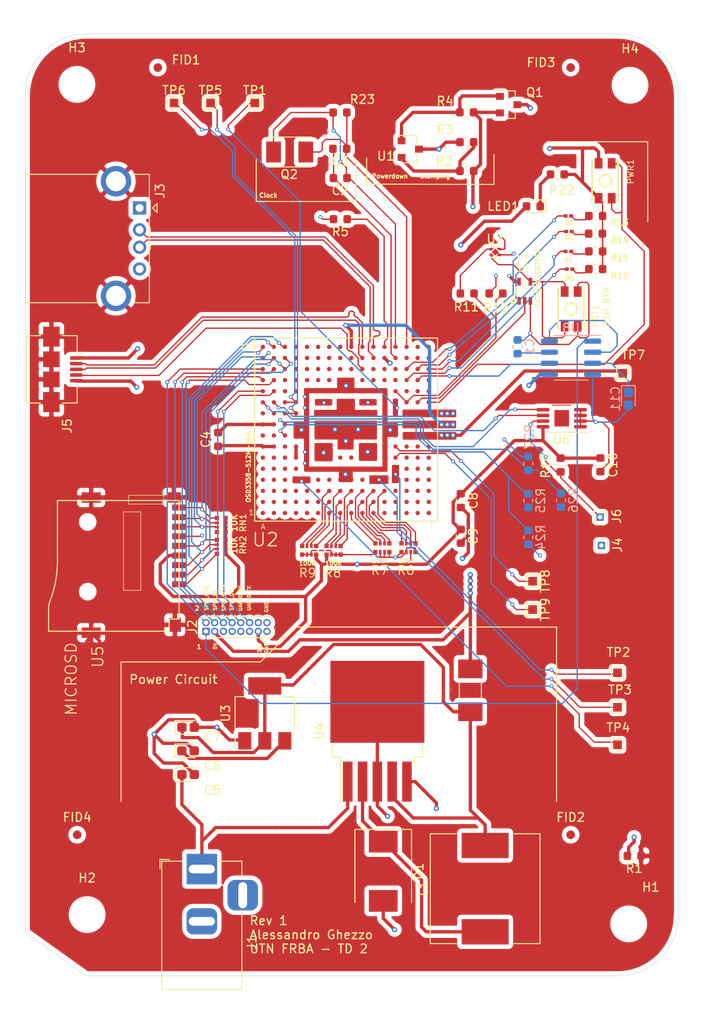
<source format=kicad_pcb>
(kicad_pcb (version 20171130) (host pcbnew 5.1.6-c6e7f7d~86~ubuntu18.04.1)
  (layers (0 F.Cu signal) (1 Power.Cu power) (2 GND.Cu power) (31 B.Cu signal) (34 B.Paste user) (35 F.Paste user) (36 B.SilkS user) (37 F.SilkS user) (38 B.Mask user) (39 F.Mask user) (44 Edge.Cuts user))
  (net 0 "")
  (net 1 GND)
  (net 2 "Net-(D1-Pad1)")
  (net 3 +5V)
  (net 4 +3V3)
  (net 5 VDD_5V)
  (net 6 USB_DC)
  (net 7 VDD_3V3A)
  (net 8 VDD_3V3B)
  (net 9 VDD_3V3AUX)
  (net 10 SYS_5V)
  (net 11 VDD_RTC)
  (net 12 "Net-(TP1-Pad1)")
  (net 13 "Net-(TP2-Pad1)")
  (net 14 "Net-(TP3-Pad1)")
  (net 15 "Net-(TP4-Pad1)")
  (net 16 "Net-(TP5-Pad1)")
  (net 17 "Net-(TP6-Pad1)")
  (net 18 "Net-(TP7-Pad1)")
  (net 19 "Net-(LED1-Pad1)")
  (net 20 "Net-(Q1-Pad1)")
  (net 21 CGND)
  (net 22 "Net-(IC1-Pad4)")
  (net 23 "/Sistem In Package/OSC_GND")
  (net 24 "/Sistem In Package/OSC_OUT")
  (net 25 "/Sistem In Package/OSC_IN")
  (net 26 /Interfaces/PWR_ON)
  (net 27 "/Sistem In Package/VREF-")
  (net 28 "/Sistem In Package/VREF+")
  (net 29 /Interfaces/IN_PWR_SUPPLY)
  (net 30 /Peripherals/SPI0_D1)
  (net 31 /Peripherals/SPI0_D0)
  (net 32 /Peripherals/UART0_TX)
  (net 33 /Peripherals/SPI0_SCLK)
  (net 34 /Peripherals/UART0_RX)
  (net 35 /Peripherals/SPI0_CS0)
  (net 36 "Net-(R2-Pad2)")
  (net 37 "Net-(R5-Pad1)")
  (net 38 "/Sistem In Package/LCD_D15_M3")
  (net 39 "/Sistem In Package/LCD_D14_L1")
  (net 40 "/Sistem In Package/LCD_D13_L2")
  (net 41 "/Sistem In Package/LCD_D12_L3")
  (net 42 "/Sistem In Package/LCD_D11_K1")
  (net 43 "/Sistem In Package/LCD_D10_K2")
  (net 44 "/Sistem In Package/LCD_D9_K3")
  (net 45 "/Sistem In Package/LCD_D8_J1")
  (net 46 "/Sistem In Package/LCD_D7_J2")
  (net 47 "/Sistem In Package/LCD_D6_J3")
  (net 48 "/Sistem In Package/LCD_D5_H1")
  (net 49 "/Sistem In Package/LCD_D4_H2")
  (net 50 "/Sistem In Package/LCD_D3_H3")
  (net 51 "/Sistem In Package/LCD_D2_G1")
  (net 52 "/Sistem In Package/LCD_D1_G2")
  (net 53 "/Sistem In Package/LCD_D0_G3")
  (net 54 VDD_1V8)
  (net 55 "Net-(U2-PadD6)")
  (net 56 "/Sistem In Package/AIN51.8V")
  (net 57 "/Sistem In Package/AIN61.8V")
  (net 58 /USB0_ID)
  (net 59 /USB0_D-)
  (net 60 /USB0_D+)
  (net 61 /USB1_D+)
  (net 62 /USB1_D-)
  (net 63 /Interfaces/MMC0_DAT2)
  (net 64 /Interfaces/MMC0_CD)
  (net 65 /Interfaces/MMC0_CMD)
  (net 66 /Interfaces/MMC0_CLK)
  (net 67 /Interfaces/MMC0_DAT0)
  (net 68 /Interfaces/MMC0_DAT1)
  (net 69 /USB1_VBU)
  (net 70 /Interfaces/MMC0_DAT3)
  (net 71 "Net-(J6-Pad1)")
  (net 72 /I2C1_SDA)
  (net 73 /I2C1_SCL)
  (net 74 /PMIC_PGOOD)
  (net 75 "Net-(R11-Pad2)")
  (net 76 /WARMRST)
  (net 77 "Net-(D2-Pad1)")
  (net 78 /GPIO_A8)
  (net 79 "Net-(D3-Pad1)")
  (net 80 /GPIO_A7)
  (net 81 "Net-(D4-Pad1)")
  (net 82 /GPIO_A5)
  (net 83 "Net-(D5-Pad1)")
  (net 84 "Net-(TP8-Pad1)")
  (net 85 "Net-(TP9-Pad1)")
  (net 86 /GPIO_A6)
  (net 87 "Net-(C1-Pad1)")
  (net 88 "Net-(C11-Pad1)")
  (net 89 "Net-(J2-Pad1)")
  (net 90 /GPIO_A4)
  (net 91 "Net-(U8-Pad2)")
  (module footprints:FUSC6125X279N (layer F.Cu) (at 63.1 93.255 90)
    (fp_text reference F1 (at -0.325 -2.635 90) (layer F.SilkS) (effects (font (thickness 0.015))))
    (fp_text value Fuse)
    (pad 2 smd rect (at 2.455 0 90) (size 2.15 2.8) (layers F.Cu F.Paste F.Mask) (net 5 VDD_5V))
    (pad 1 smd rect (at -2.455 0 90) (size 2.15 2.8) (layers F.Cu F.Paste F.Mask) (net 3 +5V))
  )
  (module Capacitor_SMD:C_0603_1608Metric (layer F.Cu) (at 78.03 67.4 270)
    (fp_text reference C10 (at 0 -1.43 90) (layer F.SilkS))
    (fp_text value "0.1uF, 6.3V")
    (pad 2 smd roundrect (at 0.7875 0 270) (size 0.875 0.95) (layers F.Cu F.Paste F.Mask) (net 1 GND))
    (pad 1 smd roundrect (at -0.7875 0 270) (size 0.875 0.95) (layers F.Cu F.Paste F.Mask) (net 8 VDD_3V3B))
  )
  (module Capacitor_SMD:C_0603_1608Metric (layer F.Cu) (at 62 75.59 270)
    (fp_text reference C9 (at 0 -1.43 90) (layer F.SilkS))
    (fp_text value "0.1uF 6,3V")
    (pad 2 smd roundrect (at 0.7875 0 270) (size 0.875 0.95) (layers F.Cu F.Paste F.Mask) (net 1 GND))
    (pad 1 smd roundrect (at -0.7875 0 270) (size 0.875 0.95) (layers F.Cu F.Paste F.Mask) (net 8 VDD_3V3B))
  )
  (module Capacitor_SMD:C_0603_1608Metric (layer F.Cu) (at 62 71.5 270)
    (fp_text reference C8 (at 0 -1.43 90) (layer F.SilkS))
    (fp_text value "10uF, 10V")
    (pad 2 smd roundrect (at 0.7875 0 270) (size 0.875 0.95) (layers F.Cu F.Paste F.Mask) (net 1 GND))
    (pad 1 smd roundrect (at -0.7875 0 270) (size 0.875 0.95) (layers F.Cu F.Paste F.Mask) (net 8 VDD_3V3B))
  )
  (module Capacitor_SMD:C_0603_1608Metric (layer F.Cu) (at 34.15 64.4875 90)
    (fp_text reference C4 (at 0 -1.43 90) (layer F.SilkS))
    (fp_text value "0.1uF, 6.3V")
    (pad 2 smd roundrect (at 0.7875 0 90) (size 0.875 0.95) (layers F.Cu F.Paste F.Mask) (net 27 "/Sistem In Package/VREF-"))
    (pad 1 smd roundrect (at -0.7875 0 90) (size 0.875 0.95) (layers F.Cu F.Paste F.Mask) (net 28 "/Sistem In Package/VREF+"))
  )
  (module Capacitor_SMD:C_0603_1608Metric (layer F.Cu) (at 48.109 31.16 180)
    (fp_text reference C3 (at 0 -1.43) (layer F.SilkS))
    (fp_text value "18pF, 50V")
    (pad 2 smd roundrect (at 0.7875 0 180) (size 0.875 0.95) (layers F.Cu F.Paste F.Mask) (net 23 "/Sistem In Package/OSC_GND"))
    (pad 1 smd roundrect (at -0.7875 0 180) (size 0.875 0.95) (layers F.Cu F.Paste F.Mask) (net 25 "/Sistem In Package/OSC_IN"))
  )
  (module Capacitor_SMD:C_0603_1608Metric (layer F.Cu) (at 48.154 34.518 180)
    (fp_text reference C2 (at 0 -1.43) (layer F.SilkS))
    (fp_text value "18pF, 50V")
    (pad 2 smd roundrect (at 0.7875 0 180) (size 0.875 0.95) (layers F.Cu F.Paste F.Mask) (net 23 "/Sistem In Package/OSC_GND"))
    (pad 1 smd roundrect (at -0.7875 0 180) (size 0.875 0.95) (layers F.Cu F.Paste F.Mask) (net 24 "/Sistem In Package/OSC_OUT"))
  )
  (module Capacitor_SMD:C_0603_1608Metric (layer B.Cu) (at 68.52 53.8625 90)
    (fp_text reference C1 (at 0 1.43 90) (layer B.SilkS) (effects (justify mirror)))
    (fp_text value 22pF)
    (pad 2 smd roundrect (at 0.7875 0 90) (size 0.875 0.95) (layers B.Cu B.Paste B.Mask) (net 1 GND))
    (pad 1 smd roundrect (at -0.7875 0 90) (size 0.875 0.95) (layers B.Cu B.Paste B.Mask) (net 87 "Net-(C1-Pad1)"))
  )
  (module Connector_USB:USB_A_CONNFLY_DS1095-WNR0 (layer F.Cu) (at 25.125 37.95 270)
    (fp_text reference J3 (at -1.95 -2.35 90) (layer F.SilkS))
    (fp_text value USB_A)
    (pad 4 thru_hole circle (at 7 0 270) (size 1.524 1.524) (drill 0.92) (layers *.Cu *.Mask) (net 1 GND))
    (pad 3 thru_hole circle (at 4.5 0 270) (size 1.524 1.524) (drill 0.92) (layers *.Cu *.Mask) (net 61 /USB1_D+))
    (pad 2 thru_hole circle (at 2.5 0 270) (size 1.524 1.524) (drill 0.92) (layers *.Cu *.Mask) (net 62 /USB1_D-))
    (pad 1 thru_hole rect (at 0 0 270) (size 1.524 1.524) (drill 0.92) (layers *.Cu *.Mask) (net 69 /USB1_VBU))
    (pad 5 thru_hole circle (at -3.07 2.71 270) (size 3.5 3.5) (drill 2.3) (layers *.Cu *.Mask) (net 21 CGND))
    (pad 5 thru_hole circle (at 10.07 2.71 270) (size 3.5 3.5) (drill 2.3) (layers *.Cu *.Mask) (net 21 CGND))
  )
  (module Package_SO:SOIC-8_3.9x4.9mm_P1.27mm (layer B.Cu) (at 74.66 55.12 180)
    (fp_text reference U8 (at 0 3.4 180) (layer B.SilkS) (effects (justify mirror)))
    (fp_text value PCF8883)
    (pad 8 smd roundrect (at 2.475 1.905 180) (size 1.95 0.6) (layers B.Cu B.Paste B.Mask) (net 91 "Net-(U8-Pad2)"))
    (pad 7 smd roundrect (at 2.475 0.635 180) (size 1.95 0.6) (layers B.Cu B.Paste B.Mask) (net 87 "Net-(C1-Pad1)"))
    (pad 6 smd roundrect (at 2.475 -0.635 180) (size 1.95 0.6) (layers B.Cu B.Paste B.Mask) (net 90 /GPIO_A4))
    (pad 5 smd roundrect (at 2.475 -1.905 180) (size 1.95 0.6) (layers B.Cu B.Paste B.Mask) (net 8 VDD_3V3B))
    (pad 4 smd roundrect (at -2.475 -1.905 180) (size 1.95 0.6) (layers B.Cu B.Paste B.Mask) (net 1 GND))
    (pad 3 smd roundrect (at -2.475 -0.635 180) (size 1.95 0.6) (layers B.Cu B.Paste B.Mask) (net 88 "Net-(C11-Pad1)"))
    (pad 2 smd roundrect (at -2.475 0.635 180) (size 1.95 0.6) (layers B.Cu B.Paste B.Mask) (net 91 "Net-(U8-Pad2)"))
    (pad 1 smd roundrect (at -2.475 1.905 180) (size 1.95 0.6) (layers B.Cu B.Paste B.Mask) (net 89 "Net-(J2-Pad1)"))
  )
  (module Capacitor_Tantalum_SMD:CP_EIA-1608-08_AVX-J (layer B.Cu) (at 81.24 59.8275 270)
    (fp_text reference C11 (at 0 1.48 270) (layer B.SilkS) (effects (justify mirror)))
    (fp_text value 470nF)
    (pad 2 smd roundrect (at 0.7125 0 270) (size 1.075 1.05) (layers B.Cu B.Paste B.Mask) (roundrect_rratio 0.238095) (net 1 GND))
    (pad 1 smd roundrect (at -0.7125 0 270) (size 1.075 1.05) (layers B.Cu B.Paste B.Mask) (roundrect_rratio 0.238095) (net 88 "Net-(C11-Pad1)"))
  )
  (module TestPoint:TestPoint_Pad_1.0x1.0mm (layer F.Cu) (at 70.25 84 270)
    (fp_text reference TP9 (at 0 -1.448 90) (layer F.SilkS))
    (fp_text value TP_TS_BAT)
    (pad 1 smd rect (at 0 0 270) (size 1 1) (layers F.Cu F.Mask) (net 85 "Net-(TP9-Pad1)"))
  )
  (module TestPoint:TestPoint_Pad_1.0x1.0mm (layer F.Cu) (at 70.25 80.75 270)
    (fp_text reference TP8 (at 0 -1.448 90) (layer F.SilkS))
    (fp_text value TP_SENSE_BAT)
    (pad 1 smd rect (at 0 0 270) (size 1 1) (layers F.Cu F.Mask) (net 84 "Net-(TP8-Pad1)"))
  )
  (module footprints:MINI_PUSHBUTTON (layer F.Cu) (at 74.676 49.53 270)
    (fp_text reference RST1 (at 0.762 -2.794 90) (layer F.SilkS) (effects (font (size 0.7 0.7) (thickness 0.1016))))
    (fp_text value PSH_BTN (at -0.254 -4.064 90) (layer F.SilkS) (effects (font (size 0.7 0.7) (thickness 0.1016))))
    (pad 4 smd rect (at 1.99898 0.7493 270) (size 1.19888 0.89916) (layers F.Cu F.Paste F.Mask) (net 22 "Net-(IC1-Pad4)"))
    (pad 3 smd rect (at -1.99898 0.7493 270) (size 1.19888 0.89916) (layers F.Cu F.Paste F.Mask) (net 22 "Net-(IC1-Pad4)"))
    (pad 2 smd rect (at 1.99898 -0.7493 270) (size 1.19888 0.89916) (layers F.Cu F.Paste F.Mask) (net 1 GND))
    (pad 1 smd rect (at -1.99898 -0.7493 270) (size 1.19888 0.89916) (layers F.Cu F.Paste F.Mask) (net 1 GND))
  )
  (module Resistor_SMD:R_0603_1608Metric (layer F.Cu) (at 77.4955 44.958)
    (fp_text reference R16 (at 2.7685 0.762) (layer F.SilkS) (effects (font (size 0.7 0.7) (thickness 0.125))))
    (fp_text value 1.5K)
    (pad 2 smd roundrect (at 0.7875 0) (size 0.875 0.95) (layers F.Cu F.Paste F.Mask) (net 1 GND))
    (pad 1 smd roundrect (at -0.7875 0) (size 0.875 0.95) (layers F.Cu F.Paste F.Mask) (net 83 "Net-(D5-Pad1)"))
  )
  (module Resistor_SMD:R_0603_1608Metric (layer F.Cu) (at 77.4955 42.926)
    (fp_text reference R15 (at 2.7685 0.762) (layer F.SilkS) (effects (font (size 0.7 0.7))))
    (fp_text value 1.5K)
    (pad 2 smd roundrect (at 0.7875 0) (size 0.875 0.95) (layers F.Cu F.Paste F.Mask) (net 1 GND))
    (pad 1 smd roundrect (at -0.7875 0) (size 0.875 0.95) (layers F.Cu F.Paste F.Mask) (net 81 "Net-(D4-Pad1)"))
  )
  (module Resistor_SMD:R_0603_1608Metric (layer F.Cu) (at 77.47 40.894)
    (fp_text reference R14 (at 2.794 0.762) (layer F.SilkS) (effects (font (size 0.7 0.7))))
    (fp_text value 1.5K)
    (pad 2 smd roundrect (at 0.7875 0) (size 0.875 0.95) (layers F.Cu F.Paste F.Mask) (net 1 GND))
    (pad 1 smd roundrect (at -0.7875 0) (size 0.875 0.95) (layers F.Cu F.Paste F.Mask) (net 79 "Net-(D3-Pad1)"))
  )
  (module Resistor_SMD:R_0603_1608Metric (layer F.Cu) (at 77.4955 38.862)
    (fp_text reference R13 (at 2.7685 0.762) (layer F.SilkS) (effects (font (size 0.7 0.7))))
    (fp_text value 1.5K)
    (pad 2 smd roundrect (at 0.7875 0) (size 0.875 0.95) (layers F.Cu F.Paste F.Mask) (net 1 GND))
    (pad 1 smd roundrect (at -0.7875 0) (size 0.875 0.95) (layers F.Cu F.Paste F.Mask) (net 77 "Net-(D2-Pad1)"))
  )
  (module LED_SMD:LED_0201_0603Metric (layer F.Cu) (at 74.488 44.958 180)
    (fp_text reference D5 (at 0 -1.05) (layer F.SilkS) (effects (font (size 0.5 0.5) (thickness 0.125))))
    (fp_text value LED)
    (pad 2 smd roundrect (at 0.32 0 180) (size 0.46 0.4) (layers F.Cu F.Mask) (net 82 /GPIO_A5))
    (pad 1 smd roundrect (at -0.32 0 180) (size 0.46 0.4) (layers F.Cu F.Mask) (net 83 "Net-(D5-Pad1)"))
  )
  (module LED_SMD:LED_0201_0603Metric (layer F.Cu) (at 74.356 42.926 180)
    (fp_text reference D4 (at 0 -1.05) (layer F.SilkS) (effects (font (size 0.5 0.5) (thickness 0.125))))
    (fp_text value LED)
    (pad 2 smd roundrect (at 0.32 0 180) (size 0.46 0.4) (layers F.Cu F.Mask) (net 86 /GPIO_A6))
    (pad 1 smd roundrect (at -0.32 0 180) (size 0.46 0.4) (layers F.Cu F.Mask) (net 81 "Net-(D4-Pad1)"))
  )
  (module LED_SMD:LED_0201_0603Metric (layer F.Cu) (at 74.422 40.64 180)
    (fp_text reference D3 (at 0 -0.762) (layer F.SilkS) (effects (font (size 0.5 0.5) (thickness 0.125))))
    (fp_text value LED)
    (pad 2 smd roundrect (at 0.32 0 180) (size 0.46 0.4) (layers F.Cu F.Mask) (net 80 /GPIO_A7))
    (pad 1 smd roundrect (at -0.32 0 180) (size 0.46 0.4) (layers F.Cu F.Mask) (net 79 "Net-(D3-Pad1)"))
  )
  (module LED_SMD:LED_0201_0603Metric (layer F.Cu) (at 74.356 38.862 180)
    (fp_text reference D2 (at -0.066 -0.762) (layer F.SilkS) (effects (font (size 0.5 0.5) (thickness 0.125))))
    (fp_text value LED)
    (pad 2 smd roundrect (at 0.32 0 180) (size 0.46 0.4) (layers F.Cu F.Mask) (net 78 /GPIO_A8))
    (pad 1 smd roundrect (at -0.32 0 180) (size 0.46 0.4) (layers F.Cu F.Mask) (net 77 "Net-(D2-Pad1)"))
  )
  (module Package_SON:Texas_X2SON-4_1x1mm_P0.65mm (layer F.Cu) (at 65.962 42.997)
    (fp_text reference U7 (at 0 -1.5) (layer F.SilkS))
    (fp_text value TPS3831)
    (pad 5 smd rect (at 0 0 45) (size 0.58 0.58) (layers F.Cu F.Paste F.Mask) (net 1 GND))
    (pad 2 smd custom (at -0.43 0.325) (size 0.148492 0.148492) (layers F.Cu) (net 22 "Net-(IC1-Pad4)") (options (clearance outline) (anchor circle)) (primitives (gr_poly (pts (xy 0.23 0.054289) (xy 0.23 0.155) (xy -0.23 0.155) (xy -0.23 -0.155) (xy 0.020711 -0.155)) (width 0))))
    (pad 3 smd custom (at 0.43 0.325) (size 0.148492 0.148492) (layers F.Cu) (net 1 GND) (options (clearance outline) (anchor circle)) (primitives (gr_poly (pts (xy 0.23 0.155) (xy 0.23 -0.155) (xy -0.020711 -0.155) (xy -0.23 0.054289) (xy -0.23 0.155)) (width 0))))
    (pad 4 smd custom (at 0.43 -0.325) (size 0.148492 0.148492) (layers F.Cu) (net 8 VDD_3V3B) (options (clearance outline) (anchor circle)) (primitives (gr_poly (pts (xy -0.23 -0.155) (xy 0.23 -0.155) (xy 0.23 0.155) (xy -0.020711 0.155) (xy -0.23 -0.054289)) (width 0))))
    (pad 1 smd custom (at -0.43 -0.325) (size 0.148492 0.148492) (layers F.Cu) (net 75 "Net-(R11-Pad2)") (options (clearance outline) (anchor circle)) (primitives (gr_poly (pts (xy 0.23 -0.155) (xy -0.23 -0.155) (xy -0.23 0.155) (xy 0.020711 0.155) (xy 0.23 -0.054289)) (width 0))))
  )
  (module Resistor_SMD:R_0603_1608Metric (layer F.Cu) (at 66.04 47.752 180)
    (fp_text reference R12 (at 0.02 -1.6535) (layer F.SilkS))
    (fp_text value 100K)
    (pad 2 smd roundrect (at 0.7875 0 180) (size 0.875 0.95) (layers F.Cu F.Paste F.Mask) (net 1 GND))
    (pad 1 smd roundrect (at -0.7875 0 180) (size 0.875 0.95) (layers F.Cu F.Paste F.Mask) (net 76 /WARMRST))
  )
  (module Resistor_SMD:R_0603_1608Metric (layer F.Cu) (at 62.738 47.752 180)
    (fp_text reference R11 (at 0.098 -1.5425) (layer F.SilkS))
    (fp_text value 100K)
    (pad 2 smd roundrect (at 0.7875 0 180) (size 0.875 0.95) (layers F.Cu F.Paste F.Mask) (net 75 "Net-(R11-Pad2)"))
    (pad 1 smd roundrect (at -0.7875 0 180) (size 0.875 0.95) (layers F.Cu F.Paste F.Mask) (net 76 /WARMRST))
  )
  (module "footprints:SC70(TI-DCK)" (layer F.Cu) (at 69.342 47.498 180)
    (fp_text reference IC1 (at 0.254 3.302 90) (layer F.SilkS) (effects (font (size 1.016 1.016) (thickness 0.127))))
    (fp_text value SN74LVC1G07DCK (at -1.524 1.524 90) (layer F.SilkS) (effects (font (size 0.5 0.5) (thickness 0.125))))
    (pad 5 smd rect (at 0.6477 1.09982 180) (size 0.39878 0.89916) (layers F.Cu F.Paste F.Mask) (net 11 VDD_RTC))
    (pad 4 smd rect (at -0.6477 1.09982 180) (size 0.39878 0.89916) (layers F.Cu F.Paste F.Mask) (net 22 "Net-(IC1-Pad4)"))
    (pad 3 smd rect (at -0.6477 -1.09982 180) (size 0.39878 0.89916) (layers F.Cu F.Paste F.Mask) (net 1 GND))
    (pad 2 smd rect (at 0 -1.09982 180) (size 0.39878 0.89916) (layers F.Cu F.Paste F.Mask) (net 74 /PMIC_PGOOD))
    (pad 1 smd rect (at 0.6477 -1.09982 180) (size 0.39878 0.89916) (layers F.Cu F.Paste F.Mask))
  )
  (module Package_SO:MSOP-8-1EP_3x3mm_P0.65mm_EP1.68x1.88mm (layer F.Cu) (at 73.59 62.06 180)
    (fp_text reference U6 (at 0 -2.45) (layer F.SilkS))
    (fp_text value 24LC32)
    (pad 9 smd rect (at 0 0 180) (size 1.68 1.88) (layers F.Cu F.Mask))
    (pad 8 smd roundrect (at 2.15 -0.975 180) (size 1.45 0.4) (layers F.Cu F.Paste F.Mask) (net 8 VDD_3V3B))
    (pad 7 smd roundrect (at 2.15 -0.325 180) (size 1.45 0.4) (layers F.Cu F.Paste F.Mask) (net 71 "Net-(J6-Pad1)"))
    (pad 6 smd roundrect (at 2.15 0.325 180) (size 1.45 0.4) (layers F.Cu F.Paste F.Mask) (net 73 /I2C1_SCL))
    (pad 5 smd roundrect (at 2.15 0.975 180) (size 1.45 0.4) (layers F.Cu F.Paste F.Mask) (net 72 /I2C1_SDA))
    (pad 4 smd roundrect (at -2.15 0.975 180) (size 1.45 0.4) (layers F.Cu F.Paste F.Mask) (net 1 GND))
    (pad 3 smd roundrect (at -2.15 0.325 180) (size 1.45 0.4) (layers F.Cu F.Paste F.Mask) (net 1 GND))
    (pad 2 smd roundrect (at -2.15 -0.325 180) (size 1.45 0.4) (layers F.Cu F.Paste F.Mask) (net 1 GND))
    (pad 1 smd roundrect (at -2.15 -0.975 180) (size 1.45 0.4) (layers F.Cu F.Paste F.Mask) (net 1 GND))
  )
  (module TestPoint:TestPoint_Pad_1.0x1.0mm (layer F.Cu) (at 80.6 56.9 90)
    (fp_text reference TP7 (at 2.1 1.2 180) (layer F.SilkS))
    (fp_text value TP_VIN_BAT)
    (pad 1 smd rect (at 0 0 90) (size 1 1) (layers F.Cu F.Mask) (net 18 "Net-(TP7-Pad1)"))
  )
  (module TestPoint:TestPoint_Pad_1.0x1.0mm (layer F.Cu) (at 29.08 25.908)
    (fp_text reference TP6 (at 0 -1.448) (layer F.SilkS))
    (fp_text value TP_I2C_SDA)
    (pad 1 smd rect (at 0 0) (size 1 1) (layers F.Cu F.Mask) (net 17 "Net-(TP6-Pad1)"))
  )
  (module TestPoint:TestPoint_Pad_1.0x1.0mm (layer F.Cu) (at 33.274 25.908)
    (fp_text reference TP5 (at 0 -1.448) (layer F.SilkS))
    (fp_text value TP_I2C_SCL)
    (pad 1 smd rect (at 0 0) (size 1 1) (layers F.Cu F.Mask) (net 16 "Net-(TP5-Pad1)"))
  )
  (module TestPoint:TestPoint_Pad_1.0x1.0mm (layer F.Cu) (at 80 99.5 90)
    (fp_text reference TP4 (at 1.964 0.088 180) (layer F.SilkS))
    (fp_text value TP_EXTINTN)
    (pad 1 smd rect (at 0 0 90) (size 1 1) (layers F.Cu F.Mask) (net 15 "Net-(TP4-Pad1)"))
  )
  (module TestPoint:TestPoint_Pad_1.0x1.0mm (layer F.Cu) (at 80 95.2 90)
    (fp_text reference TP3 (at 2 0.288 180) (layer F.SilkS))
    (fp_text value TP_WAKEUP)
    (pad 1 smd rect (at 0 0 90) (size 1 1) (layers F.Cu F.Mask) (net 14 "Net-(TP3-Pad1)"))
  )
  (module TestPoint:TestPoint_Pad_1.0x1.0mm (layer F.Cu) (at 80 91.25 90)
    (fp_text reference TP2 (at 2.35 0.108 180) (layer F.SilkS))
    (fp_text value TP_PWRONSTN)
    (pad 1 smd rect (at 0 0 90) (size 1 1) (layers F.Cu F.Mask) (net 13 "Net-(TP2-Pad1)"))
  )
  (module TestPoint:TestPoint_Pad_1.0x1.0mm (layer F.Cu) (at 38.354 25.908)
    (fp_text reference TP1 (at 0 -1.448) (layer F.SilkS))
    (fp_text value TP_PWR_EN)
    (pad 1 smd rect (at 0 0) (size 1 1) (layers F.Cu F.Mask) (net 12 "Net-(TP1-Pad1)"))
  )
  (module Connector_PinHeader_1.00mm:PinHeader_2x08_P1.00mm_Vertical (layer F.Cu) (at 32.75 86.5 90)
    (fp_text reference J2 (at 0.5 -1.56 90) (layer F.SilkS))
    (fp_text value "Peripheral Header")
    (pad 16 thru_hole oval (at 1 7 90) (size 0.85 0.85) (drill 0.5) (layers *.Cu *.Mask) (net 1 GND))
    (pad 15 thru_hole oval (at 0 7 90) (size 0.85 0.85) (drill 0.5) (layers *.Cu *.Mask) (net 1 GND))
    (pad 14 thru_hole oval (at 1 6 90) (size 0.85 0.85) (drill 0.5) (layers *.Cu *.Mask))
    (pad 13 thru_hole oval (at 0 6 90) (size 0.85 0.85) (drill 0.5) (layers *.Cu *.Mask) (net 8 VDD_3V3B))
    (pad 12 thru_hole oval (at 1 5 90) (size 0.85 0.85) (drill 0.5) (layers *.Cu *.Mask) (net 32 /Peripherals/UART0_TX))
    (pad 11 thru_hole oval (at 0 5 90) (size 0.85 0.85) (drill 0.5) (layers *.Cu *.Mask))
    (pad 10 thru_hole oval (at 1 4 90) (size 0.85 0.85) (drill 0.5) (layers *.Cu *.Mask) (net 34 /Peripherals/UART0_RX))
    (pad 9 thru_hole oval (at 0 4 90) (size 0.85 0.85) (drill 0.5) (layers *.Cu *.Mask))
    (pad 8 thru_hole oval (at 1 3 90) (size 0.85 0.85) (drill 0.5) (layers *.Cu *.Mask) (net 31 /Peripherals/SPI0_D0))
    (pad 7 thru_hole oval (at 0 3 90) (size 0.85 0.85) (drill 0.5) (layers *.Cu *.Mask))
    (pad 6 thru_hole oval (at 1 2 90) (size 0.85 0.85) (drill 0.5) (layers *.Cu *.Mask) (net 33 /Peripherals/SPI0_SCLK))
    (pad 5 thru_hole oval (at 0 2 90) (size 0.85 0.85) (drill 0.5) (layers *.Cu *.Mask))
    (pad 4 thru_hole oval (at 1 1 90) (size 0.85 0.85) (drill 0.5) (layers *.Cu *.Mask) (net 30 /Peripherals/SPI0_D1))
    (pad 3 thru_hole oval (at 0 1 90) (size 0.85 0.85) (drill 0.5) (layers *.Cu *.Mask) (net 5 VDD_5V))
    (pad 2 thru_hole oval (at 1 0 90) (size 0.85 0.85) (drill 0.5) (layers *.Cu *.Mask) (net 35 /Peripherals/SPI0_CS0) (clearance 0.05))
    (pad 1 thru_hole rect (at 0 0 90) (size 0.85 0.85) (drill 0.5) (layers *.Cu *.Mask) (net 89 "Net-(J2-Pad1)"))
  )
  (module Resistor_SMD:R_0603_1608Metric (layer B.Cu) (at 69.75 67.25 270)
    (fp_text reference R27 (at -3.08 -0.12 270) (layer B.SilkS) (effects (justify mirror)))
    (fp_text value 10K)
    (pad 2 smd roundrect (at 0.7875 0 270) (size 0.875 0.95) (layers B.Cu B.Paste B.Mask) (net 57 "/Sistem In Package/AIN61.8V"))
    (pad 1 smd roundrect (at -0.7875 0 270) (size 0.875 0.95) (layers B.Cu B.Paste B.Mask) (net 1 GND))
  )
  (module Resistor_SMD:R_0603_1608Metric (layer B.Cu) (at 73.5 71.4625 90)
    (fp_text reference R26 (at 0 1.43 270) (layer B.SilkS) (effects (justify mirror)))
    (fp_text value 10K)
    (pad 2 smd roundrect (at 0.7875 0 90) (size 0.875 0.95) (layers B.Cu B.Paste B.Mask) (net 57 "/Sistem In Package/AIN61.8V"))
    (pad 1 smd roundrect (at -0.7875 0 90) (size 0.875 0.95) (layers B.Cu B.Paste B.Mask))
  )
  (module Resistor_SMD:R_0603_1608Metric (layer B.Cu) (at 69.75 71.5 90)
    (fp_text reference R25 (at 0 1.43 270) (layer B.SilkS) (effects (justify mirror)))
    (fp_text value 10K)
    (pad 2 smd roundrect (at 0.7875 0 90) (size 0.875 0.95) (layers B.Cu B.Paste B.Mask) (net 56 "/Sistem In Package/AIN51.8V"))
    (pad 1 smd roundrect (at -0.7875 0 90) (size 0.875 0.95) (layers B.Cu B.Paste B.Mask))
  )
  (module Resistor_SMD:R_0603_1608Metric (layer B.Cu) (at 69.75 75.7125 90)
    (fp_text reference R24 (at 0 1.43 270) (layer B.SilkS) (effects (justify mirror)))
    (fp_text value 10K)
    (pad 2 smd roundrect (at 0.7875 0 90) (size 0.875 0.95) (layers B.Cu B.Paste B.Mask) (net 56 "/Sistem In Package/AIN51.8V"))
    (pad 1 smd roundrect (at -0.7875 0 90) (size 0.875 0.95) (layers B.Cu B.Paste B.Mask) (net 1 GND))
  )
  (module Resistor_SMD:R_0603_1608Metric (layer F.Cu) (at 73.46 67.42 270)
    (fp_text reference R10 (at 0.08 1.71 90) (layer F.SilkS))
    (fp_text value 10K)
    (pad 2 smd roundrect (at 0.7875 0 270) (size 0.875 0.95) (layers F.Cu F.Paste F.Mask) (net 71 "Net-(J6-Pad1)"))
    (pad 1 smd roundrect (at -0.7875 0 270) (size 0.875 0.95) (layers F.Cu F.Paste F.Mask) (net 8 VDD_3V3B))
  )
  (module Connector_PinHeader_1.00mm:PinHeader_1x01_P1.00mm_Vertical (layer F.Cu) (at 78 73.4 270)
    (fp_text reference J6 (at -0.105 -1.89 90) (layer F.SilkS))
    (fp_text value EEPROM_WP)
    (pad 1 thru_hole rect (at 0 0 270) (size 0.85 0.85) (drill 0.5) (layers *.Cu *.Mask) (net 71 "Net-(J6-Pad1)"))
  )
  (module Connector_PinHeader_1.00mm:PinHeader_1x01_P1.00mm_Vertical (layer F.Cu) (at 78.15 76.645 270)
    (fp_text reference J4 (at -0.045 -1.85 90) (layer F.SilkS))
    (fp_text value EEPROM_GND)
    (pad 1 thru_hole rect (at 0 0 270) (size 0.85 0.85) (drill 0.5) (layers *.Cu *.Mask) (net 1 GND))
  )
  (module Fiducial:Fiducial_1mm_Mask2mm (layer F.Cu) (at 17.96 109.82)
    (fp_text reference FID4 (at 0 -2) (layer F.SilkS))
    (fp_text value Fiducial)
    (pad "" smd circle (at 0 0) (size 1 1) (layers F.Cu F.Mask) (clearance 0.5))
  )
  (module Fiducial:Fiducial_1mm_Mask2mm (layer F.Cu) (at 74.62 21.85)
    (fp_text reference FID3 (at -3.4 -0.58) (layer F.SilkS))
    (fp_text value Fiducial)
    (pad "" smd circle (at 0 0) (size 1 1) (layers F.Cu F.Mask) (clearance 0.5))
  )
  (module Fiducial:Fiducial_1mm_Mask2mm (layer F.Cu) (at 74.62 109.82)
    (fp_text reference FID2 (at 0 -2) (layer F.SilkS))
    (fp_text value Fiducial)
    (pad "" smd circle (at 0 0) (size 1 1) (layers F.Cu F.Mask) (clearance 0.5))
  )
  (module Fiducial:Fiducial_1mm_Mask2mm (layer F.Cu) (at 27.22 21.85)
    (fp_text reference FID1 (at 3.24 -0.88) (layer F.SilkS))
    (fp_text value Fiducial)
    (pad "" smd circle (at 0 0) (size 1 1) (layers F.Cu F.Mask) (clearance 0.5))
  )
  (module pocketbeagle:MICROSD (layer F.Cu) (at 29.666391 76.69814 180)
    (fp_text reference U5 (at 9.346391 -12.70986 90) (layer F.SilkS) (effects (font (size 1.27 1.27) (thickness 0.127))))
    (fp_text value MICROSD (at 12.394391 -15.24986 90) (layer F.SilkS) (effects (font (size 1.27 1.27) (thickness 0.127))))
    (pad "" np_thru_hole circle (at 10.49782 -5.24764 180) (size 0.99822 0.99822) (drill 0.99822) (layers *.Cu *.Mask))
    (pad "" np_thru_hole circle (at 10.49782 2.74828 180) (size 0.99822 0.99822) (drill 0.99822) (layers *.Cu *.Mask))
    (pad G4 smd rect (at 0.49784 -9.04748 180) (size 1.39954 1.59766) (layers F.Cu F.Paste F.Mask) (net 21 CGND))
    (pad G3 smd rect (at 10.09904 -9.94918 180) (size 2.19964 1.19888) (layers F.Cu F.Paste F.Mask) (net 21 CGND))
    (pad G2 smd rect (at 10.09904 5.5499 180) (size 2.19964 1.19888) (layers F.Cu F.Paste F.Mask) (net 21 CGND))
    (pad G1 smd rect (at 0.59944 5.56006 180) (size 1.59766 1.19888) (layers F.Cu F.Paste F.Mask) (net 21 CGND))
    (pad 9 smd rect (at 0 4.39928 180) (size 1.59766 0.6985) (layers F.Cu F.Paste F.Mask) (net 64 /Interfaces/MMC0_CD))
    (pad 8 smd rect (at 0 3.29946 180) (size 1.59766 0.6985) (layers F.Cu F.Paste F.Mask) (net 68 /Interfaces/MMC0_DAT1))
    (pad 7 smd rect (at 0 2.19964 180) (size 1.59766 0.6985) (layers F.Cu F.Paste F.Mask) (net 67 /Interfaces/MMC0_DAT0))
    (pad 6 smd rect (at 0 1.09982 180) (size 1.59766 0.6985) (layers F.Cu F.Paste F.Mask) (net 1 GND))
    (pad 5 smd rect (at 0 0 180) (size 1.59766 0.6985) (layers F.Cu F.Paste F.Mask) (net 66 /Interfaces/MMC0_CLK))
    (pad 4 smd rect (at 0 -1.09982 180) (size 1.59766 0.6985) (layers F.Cu F.Paste F.Mask) (net 8 VDD_3V3B))
    (pad 3 smd rect (at 0 -2.19964 180) (size 1.59766 0.6985) (layers F.Cu F.Paste F.Mask) (net 65 /Interfaces/MMC0_CMD))
    (pad 2 smd rect (at 0 -3.29946 180) (size 1.59766 0.6985) (layers F.Cu F.Paste F.Mask) (net 70 /Interfaces/MMC0_DAT3))
    (pad 1 smd rect (at 0 -4.39928 180) (size 1.59766 0.6985) (layers F.Cu F.Paste F.Mask) (net 63 /Interfaces/MMC0_DAT2))
  )
  (module pocketbeagle:RN0804 (layer F.Cu) (at 34.49784 74.3001 90)
    (fp_text reference RN2 (at -2.3001 2.50216 90) (layer F.SilkS) (effects (font (size 0.7 0.7) (thickness 0.127))))
    (fp_text value 10K (at -2.3001 1.50216 270) (layer F.SilkS) (effects (font (size 0.7 0.7))))
    (pad 8 smd rect (at -0.8001 -0.49784 90) (size 0.49784 0.49784) (layers F.Cu F.Paste F.Mask))
    (pad 7 smd rect (at -0.24892 -0.49784 90) (size 0.29972 0.49784) (layers F.Cu F.Paste F.Mask) (net 67 /Interfaces/MMC0_DAT0))
    (pad 6 smd rect (at 0.24892 -0.49784 90) (size 0.29972 0.49784) (layers F.Cu F.Paste F.Mask) (net 68 /Interfaces/MMC0_DAT1))
    (pad 5 smd rect (at 0.8001 -0.49784 90) (size 0.49784 0.49784) (layers F.Cu F.Paste F.Mask) (net 64 /Interfaces/MMC0_CD))
    (pad 4 smd rect (at 0.8001 0.49784 90) (size 0.49784 0.49784) (layers F.Cu F.Paste F.Mask) (net 8 VDD_3V3B))
    (pad 3 smd rect (at 0.24892 0.49784 90) (size 0.29972 0.49784) (layers F.Cu F.Paste F.Mask) (net 8 VDD_3V3B))
    (pad 2 smd rect (at -0.24892 0.49784 90) (size 0.29972 0.49784) (layers F.Cu F.Paste F.Mask) (net 8 VDD_3V3B))
    (pad 1 smd rect (at -0.8001 0.49784 90) (size 0.49784 0.49784) (layers F.Cu F.Paste F.Mask) (net 8 VDD_3V3B))
  )
  (module pocketbeagle:RN0804 (layer F.Cu) (at 34.49784 76.8001 90)
    (fp_text reference RN1 (at 2.75108 2.50216 90) (layer F.SilkS) (effects (font (size 0.7 0.7) (thickness 0.127))))
    (fp_text value 10K (at 2.75108 1.50216 270) (layer F.SilkS) (effects (font (size 0.7 0.7))))
    (pad 8 smd rect (at -0.8001 -0.49784 90) (size 0.49784 0.49784) (layers F.Cu F.Paste F.Mask) (net 63 /Interfaces/MMC0_DAT2))
    (pad 7 smd rect (at -0.24892 -0.49784 90) (size 0.29972 0.49784) (layers F.Cu F.Paste F.Mask) (net 70 /Interfaces/MMC0_DAT3))
    (pad 6 smd rect (at 0.24892 -0.49784 90) (size 0.29972 0.49784) (layers F.Cu F.Paste F.Mask) (net 65 /Interfaces/MMC0_CMD))
    (pad 5 smd rect (at 0.8001 -0.49784 90) (size 0.49784 0.49784) (layers F.Cu F.Paste F.Mask) (net 66 /Interfaces/MMC0_CLK))
    (pad 4 smd rect (at 0.8001 0.49784 90) (size 0.49784 0.49784) (layers F.Cu F.Paste F.Mask) (net 8 VDD_3V3B))
    (pad 3 smd rect (at 0.24892 0.49784 90) (size 0.29972 0.49784) (layers F.Cu F.Paste F.Mask) (net 8 VDD_3V3B))
    (pad 2 smd rect (at -0.24892 0.49784 90) (size 0.29972 0.49784) (layers F.Cu F.Paste F.Mask) (net 8 VDD_3V3B))
    (pad 1 smd rect (at -0.8001 0.49784 90) (size 0.49784 0.49784) (layers F.Cu F.Paste F.Mask) (net 8 VDD_3V3B))
  )
  (module Connector_USB:USB_Micro-B_Amphenol_10104110_Horizontal (layer F.Cu) (at 16.3 56.45 270)
    (fp_text reference J5 (at 6.492 -0.512 270) (layer F.SilkS))
    (fp_text value USB_B_Micro)
    (pad 1 smd rect (at -1.3 -1.55 270) (size 0.4 1.4) (layers F.Cu F.Paste F.Mask) (net 6 USB_DC))
    (pad 2 smd rect (at -0.65 -1.55 270) (size 0.4 1.4) (layers F.Cu F.Paste F.Mask) (net 59 /USB0_D-))
    (pad 3 smd rect (at 0 -1.55 270) (size 0.4 1.4) (layers F.Cu F.Paste F.Mask) (net 60 /USB0_D+))
    (pad 4 smd rect (at 0.65 -1.55 270) (size 0.4 1.4) (layers F.Cu F.Paste F.Mask) (net 58 /USB0_ID))
    (pad 5 smd rect (at 1.3 -1.55 270) (size 0.4 1.4) (layers F.Cu F.Paste F.Mask) (net 1 GND))
    (pad 6 smd rect (at -3.75 1.3 270) (size 2.3 1.9) (layers F.Cu F.Paste F.Mask) (net 21 CGND))
    (pad 6 smd rect (at 3.75 1.3 270) (size 2.3 1.9) (layers F.Cu F.Paste F.Mask) (net 21 CGND))
    (pad 6 smd rect (at -1.15 1.3 270) (size 1.8 1.9) (layers F.Cu F.Paste F.Mask) (net 21 CGND))
    (pad 6 smd rect (at 1.15 1.3 270) (size 1.8 1.9) (layers F.Cu F.Paste F.Mask) (net 21 CGND))
  )
  (module Capacitor_Tantalum_SMD:CP_EIA-1608-08_AVX-J (layer F.Cu) (at 30.7 102.9125)
    (fp_text reference C5 (at 2.8 1.7875) (layer F.SilkS))
    (fp_text value 100uF)
    (pad 2 smd roundrect (at 0.7125 0) (size 1.075 1.05) (layers F.Cu F.Paste F.Mask) (roundrect_rratio 0.238095) (net 1 GND))
    (pad 1 smd roundrect (at -0.7125 0) (size 1.075 1.05) (layers F.Cu F.Paste F.Mask) (roundrect_rratio 0.238095) (net 29 /Interfaces/IN_PWR_SUPPLY))
  )
  (module Capacitor_Tantalum_SMD:CP_EIA-1608-08_AVX-J (layer F.Cu) (at 30.6875 100.2)
    (fp_text reference C6 (at 2.8125 1.7) (layer F.SilkS))
    (fp_text value 100u)
    (pad 2 smd roundrect (at 0.7125 0) (size 1.075 1.05) (layers F.Cu F.Paste F.Mask) (roundrect_rratio 0.238095) (net 1 GND))
    (pad 1 smd roundrect (at -0.7125 0) (size 1.075 1.05) (layers F.Cu F.Paste F.Mask) (roundrect_rratio 0.238095) (net 4 +3V3))
  )
  (module Capacitor_Tantalum_SMD:CP_EIA-1608-08_AVX-J (layer F.Cu) (at 30.7 97.5)
    (fp_text reference C7 (at 2.8 1.1) (layer F.SilkS))
    (fp_text value 1000u)
    (pad 2 smd roundrect (at 0.7125 0) (size 1.075 1.05) (layers F.Cu F.Paste F.Mask) (roundrect_rratio 0.238095) (net 1 GND))
    (pad 1 smd roundrect (at -0.7125 0) (size 1.075 1.05) (layers F.Cu F.Paste F.Mask) (roundrect_rratio 0.238095) (net 3 +5V))
  )
  (module Connector_BarrelJack:BarrelJack_Horizontal (layer F.Cu) (at 32.27 113.75 90)
    (fp_text reference J1 (at -8.45 5.75 90) (layer F.SilkS))
    (fp_text value Barrel_Jack_Switch)
    (pad 3 thru_hole roundrect (at -3 4.7 90) (size 3.5 3.5) (drill oval 3 1) (layers *.Cu *.Mask) (net 1 GND))
    (pad 2 thru_hole roundrect (at -6 0 90) (size 3 3.5) (drill oval 1 3) (layers *.Cu *.Mask) (net 1 GND))
    (pad 1 thru_hole rect (at 0 0 90) (size 3.5 3.5) (drill oval 1 3) (layers *.Cu *.Mask) (net 29 /Interfaces/IN_PWR_SUPPLY))
  )
  (module pocketbeagle:RN0804 (layer F.Cu) (at 44.5999 77.19784)
    (fp_text reference R9 (at -0.1999 2.60216) (layer F.SilkS) (effects (font (thickness 0.127))))
    (fp_text value 100K (at -0.1999 1.50216) (layer F.SilkS) (effects (font (size 0.5 0.5) (thickness 0.125))))
    (pad 8 smd rect (at -0.8001 -0.49784) (size 0.49784 0.49784) (layers F.Cu F.Paste F.Mask) (net 53 "/Sistem In Package/LCD_D0_G3"))
    (pad 7 smd rect (at -0.24892 -0.49784) (size 0.29972 0.49784) (layers F.Cu F.Paste F.Mask) (net 52 "/Sistem In Package/LCD_D1_G2"))
    (pad 6 smd rect (at 0.24892 -0.49784) (size 0.29972 0.49784) (layers F.Cu F.Paste F.Mask) (net 51 "/Sistem In Package/LCD_D2_G1"))
    (pad 5 smd rect (at 0.8001 -0.49784) (size 0.49784 0.49784) (layers F.Cu F.Paste F.Mask) (net 50 "/Sistem In Package/LCD_D3_H3"))
    (pad 4 smd rect (at 0.8001 0.49784) (size 0.49784 0.49784) (layers F.Cu F.Paste F.Mask) (net 8 VDD_3V3B))
    (pad 3 smd rect (at 0.24892 0.49784) (size 0.29972 0.49784) (layers F.Cu F.Paste F.Mask) (net 1 GND))
    (pad 2 smd rect (at -0.24892 0.49784) (size 0.29972 0.49784) (layers F.Cu F.Paste F.Mask) (net 1 GND))
    (pad 1 smd rect (at -0.8001 0.49784) (size 0.49784 0.49784) (layers F.Cu F.Paste F.Mask) (net 1 GND))
  )
  (module pocketbeagle:RN0804 (layer F.Cu) (at 47.4 77.19784)
    (fp_text reference R8 (at -0.1 2.60216) (layer F.SilkS) (effects (font (size 1.016 1.016) (thickness 0.127))))
    (fp_text value 100K (at 0 1.50216) (layer F.SilkS) (effects (font (size 0.5 0.5) (thickness 0.125))))
    (pad 8 smd rect (at -0.8001 -0.49784) (size 0.49784 0.49784) (layers F.Cu F.Paste F.Mask) (net 49 "/Sistem In Package/LCD_D4_H2"))
    (pad 7 smd rect (at -0.24892 -0.49784) (size 0.29972 0.49784) (layers F.Cu F.Paste F.Mask) (net 48 "/Sistem In Package/LCD_D5_H1"))
    (pad 6 smd rect (at 0.24892 -0.49784) (size 0.29972 0.49784) (layers F.Cu F.Paste F.Mask) (net 47 "/Sistem In Package/LCD_D6_J3"))
    (pad 5 smd rect (at 0.8001 -0.49784) (size 0.49784 0.49784) (layers F.Cu F.Paste F.Mask) (net 46 "/Sistem In Package/LCD_D7_J2"))
    (pad 4 smd rect (at 0.8001 0.49784) (size 0.49784 0.49784) (layers F.Cu F.Paste F.Mask) (net 1 GND))
    (pad 3 smd rect (at 0.24892 0.49784) (size 0.29972 0.49784) (layers F.Cu F.Paste F.Mask) (net 1 GND))
    (pad 2 smd rect (at -0.24892 0.49784) (size 0.29972 0.49784) (layers F.Cu F.Paste F.Mask) (net 1 GND))
    (pad 1 smd rect (at -0.8001 0.49784) (size 0.49784 0.49784) (layers F.Cu F.Paste F.Mask) (net 8 VDD_3V3B))
  )
  (module pocketbeagle:RN0804 (layer F.Cu) (at 52.9999 76.90216)
    (fp_text reference R7 (at -0.2999 2.59784) (layer F.SilkS) (effects (font (size 1.016 1.016) (thickness 0.127))))
    (fp_text value 100K (at -0.1999 1.49784) (layer F.SilkS) (effects (font (size 0.5 0.5) (thickness 0.125))))
    (pad 8 smd rect (at -0.8001 -0.49784) (size 0.49784 0.49784) (layers F.Cu F.Paste F.Mask) (net 45 "/Sistem In Package/LCD_D8_J1"))
    (pad 7 smd rect (at -0.24892 -0.49784) (size 0.29972 0.49784) (layers F.Cu F.Paste F.Mask) (net 44 "/Sistem In Package/LCD_D9_K3"))
    (pad 6 smd rect (at 0.24892 -0.49784) (size 0.29972 0.49784) (layers F.Cu F.Paste F.Mask) (net 43 "/Sistem In Package/LCD_D10_K2"))
    (pad 5 smd rect (at 0.8001 -0.49784) (size 0.49784 0.49784) (layers F.Cu F.Paste F.Mask) (net 42 "/Sistem In Package/LCD_D11_K1"))
    (pad 4 smd rect (at 0.8001 0.49784) (size 0.49784 0.49784) (layers F.Cu F.Paste F.Mask) (net 1 GND))
    (pad 3 smd rect (at 0.24892 0.49784) (size 0.29972 0.49784) (layers F.Cu F.Paste F.Mask) (net 1 GND))
    (pad 2 smd rect (at -0.24892 0.49784) (size 0.29972 0.49784) (layers F.Cu F.Paste F.Mask) (net 1 GND))
    (pad 1 smd rect (at -0.8001 0.49784) (size 0.49784 0.49784) (layers F.Cu F.Paste F.Mask) (net 1 GND))
  )
  (module pocketbeagle:RN0804 (layer F.Cu) (at 55.9999 76.89784)
    (fp_text reference R6 (at -0.2999 2.60216) (layer F.SilkS) (effects (font (size 1.016 1.016) (thickness 0.127))))
    (fp_text value 100K (at -0.1999 1.50216) (layer F.SilkS) (effects (font (size 0.5 0.5) (thickness 0.125))))
    (pad 8 smd rect (at -0.8001 -0.49784) (size 0.49784 0.49784) (layers F.Cu F.Paste F.Mask) (net 41 "/Sistem In Package/LCD_D12_L3"))
    (pad 7 smd rect (at -0.24892 -0.49784) (size 0.29972 0.49784) (layers F.Cu F.Paste F.Mask) (net 40 "/Sistem In Package/LCD_D13_L2"))
    (pad 6 smd rect (at 0.24892 -0.49784) (size 0.29972 0.49784) (layers F.Cu F.Paste F.Mask) (net 39 "/Sistem In Package/LCD_D14_L1"))
    (pad 5 smd rect (at 0.8001 -0.49784) (size 0.49784 0.49784) (layers F.Cu F.Paste F.Mask) (net 38 "/Sistem In Package/LCD_D15_M3"))
    (pad 4 smd rect (at 0.8001 0.49784) (size 0.49784 0.49784) (layers F.Cu F.Paste F.Mask) (net 1 GND))
    (pad 3 smd rect (at 0.24892 0.49784) (size 0.29972 0.49784) (layers F.Cu F.Paste F.Mask) (net 8 VDD_3V3B))
    (pad 2 smd rect (at -0.24892 0.49784) (size 0.29972 0.49784) (layers F.Cu F.Paste F.Mask) (net 1 GND))
    (pad 1 smd rect (at -0.8001 0.49784) (size 0.49784 0.49784) (layers F.Cu F.Paste F.Mask) (net 1 GND))
  )
  (module Resistor_SMD:R_0603_1608Metric (layer F.Cu) (at 48.176 39.236 180)
    (fp_text reference R5 (at 0 -1.43) (layer F.SilkS))
    (fp_text value 10K)
    (pad 2 smd roundrect (at 0.7875 0 180) (size 0.875 0.95) (layers F.Cu F.Paste F.Mask) (net 1 GND))
    (pad 1 smd roundrect (at -0.7875 0 180) (size 0.875 0.95) (layers F.Cu F.Paste F.Mask) (net 37 "Net-(R5-Pad1)"))
  )
  (module Package_TO_SOT_SMD:TO-263-5_TabPin3 (layer F.Cu) (at 52.425 97.95 90)
    (fp_text reference U4 (at 0 -6.65 90) (layer F.SilkS))
    (fp_text value LM2576HVS-5)
    (pad 3 smd rect (at 3.375 0 90) (size 9.4 10.8) (layers F.Cu F.Mask) (net 1 GND))
    (pad 5 smd rect (at -5.775 3.4 90) (size 4.6 1.1) (layers F.Cu F.Paste F.Mask) (net 1 GND))
    (pad 4 smd rect (at -5.775 1.7 90) (size 4.6 1.1) (layers F.Cu F.Paste F.Mask) (net 3 +5V))
    (pad 3 smd rect (at -5.775 0 90) (size 4.6 1.1) (layers F.Cu F.Paste F.Mask) (net 1 GND))
    (pad 2 smd rect (at -5.775 -1.7 90) (size 4.6 1.1) (layers F.Cu F.Paste F.Mask) (net 2 "Net-(D1-Pad1)"))
    (pad 1 smd rect (at -5.775 -3.4 90) (size 4.6 1.1) (layers F.Cu F.Paste F.Mask) (net 29 /Interfaces/IN_PWR_SUPPLY))
  )
  (module Package_TO_SOT_SMD:SOT-223-3_TabPin2 (layer F.Cu) (at 39.5 95.9 90)
    (fp_text reference U3 (at 0 -4.5 90) (layer F.SilkS))
    (fp_text value LM117_TO3)
    (pad 1 smd rect (at -3.15 -2.3 90) (size 2 1.5) (layers F.Cu F.Paste F.Mask) (net 1 GND))
    (pad 3 smd rect (at -3.15 2.3 90) (size 2 1.5) (layers F.Cu F.Paste F.Mask) (net 4 +3V3))
    (pad 2 smd rect (at -3.15 0 90) (size 2 1.5) (layers F.Cu F.Paste F.Mask) (net 3 +5V))
    (pad 2 smd rect (at 3.15 0 90) (size 2 3.8) (layers F.Cu F.Paste F.Mask) (net 3 +5V))
  )
  (module footprints:OSD335X-BGA-256 (layer F.Cu) (at 48.8 63.4)
    (fp_text reference U2 (at -9.22 12.58) (layer F.SilkS) (effects (font (size 1.524 1.524))))
    (fp_text value OSD3358-512M-BSM (at -11.18 4.22 270) (layer F.SilkS) (effects (font (size 0.5 0.5) (thickness 0.125))))
    (fp_text user 16 (at -11.53 -9.56) (layer F.SilkS) (effects (font (size 0.6096 0.6096) (thickness 0.0762))))
    (fp_text user 1 (at -10.86 9.46) (layer F.SilkS) (effects (font (size 0.6096 0.6096) (thickness 0.0762))))
    (fp_text user T (at 9.8298 11) (layer F.SilkS) (effects (font (size 0.6096 0.6096) (thickness 0.0762))))
    (fp_text user A (at -9.5 11.11) (layer F.SilkS) (effects (font (size 0.6096 0.6096) (thickness 0.0762))))
    (pad T16 smd circle (at 9.52246 -9.52246) (size 0.49784 0.49784) (layers F.Cu F.Paste F.Mask))
    (pad T15 smd circle (at 9.52246 -8.25246) (size 0.49784 0.49784) (layers F.Cu F.Paste F.Mask))
    (pad T14 smd circle (at 9.52246 -6.98246) (size 0.49784 0.49784) (layers F.Cu F.Paste F.Mask) (net 86 /GPIO_A6))
    (pad T13 smd circle (at 9.52246 -5.71246) (size 0.49784 0.49784) (layers F.Cu F.Paste F.Mask))
    (pad T12 smd circle (at 9.52246 -4.44246) (size 0.49784 0.49784) (layers F.Cu F.Paste F.Mask))
    (pad T11 smd circle (at 9.52246 -3.17246) (size 0.49784 0.49784) (layers F.Cu F.Paste F.Mask) (net 26 /Interfaces/PWR_ON))
    (pad T10 smd circle (at 9.52246 -1.90246) (size 0.49784 0.49784) (layers F.Cu F.Paste F.Mask) (net 5 VDD_5V))
    (pad T9 smd circle (at 9.52246 -0.63246) (size 0.49784 0.49784) (layers F.Cu F.Paste F.Mask) (net 6 USB_DC))
    (pad T8 smd circle (at 9.52246 0.635) (size 0.49784 0.49784) (layers F.Cu F.Paste F.Mask) (net 18 "Net-(TP7-Pad1)"))
    (pad T7 smd circle (at 9.52246 1.905) (size 0.49784 0.49784) (layers F.Cu F.Paste F.Mask))
    (pad T6 smd circle (at 9.52246 3.175) (size 0.49784 0.49784) (layers F.Cu F.Paste F.Mask))
    (pad T5 smd circle (at 9.52246 4.445) (size 0.49784 0.49784) (layers F.Cu F.Paste F.Mask))
    (pad T4 smd circle (at 9.52246 5.715) (size 0.49784 0.49784) (layers F.Cu F.Paste F.Mask))
    (pad T3 smd circle (at 9.52246 6.985) (size 0.49784 0.49784) (layers F.Cu F.Paste F.Mask))
    (pad T2 smd circle (at 9.52246 8.255) (size 0.49784 0.49784) (layers F.Cu F.Paste F.Mask))
    (pad T1 smd circle (at 9.52246 9.525) (size 0.49784 0.49784) (layers F.Cu F.Paste F.Mask))
    (pad R16 smd circle (at 8.25246 -9.52246) (size 0.49784 0.49784) (layers F.Cu F.Paste F.Mask))
    (pad R15 smd circle (at 8.25246 -8.25246) (size 0.49784 0.49784) (layers F.Cu F.Paste F.Mask))
    (pad R14 smd circle (at 8.25246 -6.98246) (size 0.49784 0.49784) (layers F.Cu F.Paste F.Mask) (net 80 /GPIO_A7))
    (pad R13 smd circle (at 8.25246 -5.71246) (size 0.49784 0.49784) (layers F.Cu F.Paste F.Mask) (net 90 /GPIO_A4))
    (pad R12 smd circle (at 8.25246 -4.44246) (size 0.49784 0.49784) (layers F.Cu F.Paste F.Mask))
    (pad R11 smd circle (at 8.25246 -3.17246) (size 0.49784 0.49784) (layers F.Cu F.Paste F.Mask) (net 74 /PMIC_PGOOD))
    (pad R10 smd circle (at 8.25246 -1.90246) (size 0.49784 0.49784) (layers F.Cu F.Paste F.Mask) (net 5 VDD_5V))
    (pad R9 smd circle (at 8.25246 -0.63246) (size 0.49784 0.49784) (layers F.Cu F.Paste F.Mask) (net 6 USB_DC))
    (pad R8 smd circle (at 8.25246 0.635) (size 0.49784 0.49784) (layers F.Cu F.Paste F.Mask) (net 18 "Net-(TP7-Pad1)"))
    (pad R7 smd circle (at 8.25246 1.905) (size 0.49784 0.49784) (layers F.Cu F.Paste F.Mask))
    (pad R6 smd circle (at 8.25246 3.175) (size 0.49784 0.49784) (layers F.Cu F.Paste F.Mask))
    (pad R5 smd circle (at 8.25246 4.445) (size 0.49784 0.49784) (layers F.Cu F.Paste F.Mask))
    (pad R4 smd circle (at 8.25246 5.715) (size 0.49784 0.49784) (layers F.Cu F.Paste F.Mask))
    (pad R3 smd circle (at 8.25246 6.985) (size 0.49784 0.49784) (layers F.Cu F.Paste F.Mask))
    (pad R2 smd circle (at 8.25246 8.255) (size 0.49784 0.49784) (layers F.Cu F.Paste F.Mask))
    (pad R1 smd circle (at 8.25246 9.525) (size 0.49784 0.49784) (layers F.Cu F.Paste F.Mask))
    (pad P16 smd circle (at 6.98246 -9.52246) (size 0.49784 0.49784) (layers F.Cu F.Paste F.Mask) (net 25 "/Sistem In Package/OSC_IN"))
    (pad P15 smd circle (at 6.98246 -8.25246) (size 0.49784 0.49784) (layers F.Cu F.Paste F.Mask))
    (pad P14 smd circle (at 6.98246 -6.98246) (size 0.49784 0.49784) (layers F.Cu F.Paste F.Mask) (net 78 /GPIO_A8))
    (pad P13 smd circle (at 6.98246 -5.71246) (size 0.49784 0.49784) (layers F.Cu F.Paste F.Mask) (net 82 /GPIO_A5))
    (pad P12 smd circle (at 6.98246 -4.44246) (size 0.49784 0.49784) (layers F.Cu F.Paste F.Mask))
    (pad P11 smd circle (at 6.98246 -3.17246) (size 0.49784 0.49784) (layers F.Cu F.Paste F.Mask) (net 76 /WARMRST))
    (pad P10 smd circle (at 6.98246 -1.90246) (size 0.49784 0.49784) (layers F.Cu F.Paste F.Mask) (net 5 VDD_5V))
    (pad P9 smd circle (at 6.98246 -0.63246) (size 0.49784 0.49784) (layers F.Cu F.Paste F.Mask) (net 6 USB_DC))
    (pad P8 smd circle (at 6.98246 0.635) (size 0.49784 0.49784) (layers F.Cu F.Paste F.Mask) (net 18 "Net-(TP7-Pad1)"))
    (pad P7 smd circle (at 6.98246 1.905) (size 0.49784 0.49784) (layers F.Cu F.Paste F.Mask))
    (pad P6 smd circle (at 6.98246 3.175) (size 0.49784 0.49784) (layers F.Cu F.Paste F.Mask))
    (pad P5 smd circle (at 6.98246 4.445) (size 0.49784 0.49784) (layers F.Cu F.Paste F.Mask))
    (pad P4 smd circle (at 6.98246 5.715) (size 0.49784 0.49784) (layers F.Cu F.Paste F.Mask))
    (pad P3 smd circle (at 6.98246 6.985) (size 0.49784 0.49784) (layers F.Cu F.Paste F.Mask))
    (pad P2 smd circle (at 6.98246 8.255) (size 0.49784 0.49784) (layers F.Cu F.Paste F.Mask))
    (pad P1 smd circle (at 6.98246 9.525) (size 0.49784 0.49784) (layers F.Cu F.Paste F.Mask))
    (pad N16 smd circle (at 5.71246 -9.52246) (size 0.49784 0.49784) (layers F.Cu F.Paste F.Mask) (net 24 "/Sistem In Package/OSC_OUT"))
    (pad N15 smd circle (at 5.71246 -8.25246) (size 0.49784 0.49784) (layers F.Cu F.Paste F.Mask) (net 23 "/Sistem In Package/OSC_GND"))
    (pad N14 smd circle (at 5.71246 -6.98246) (size 0.49784 0.49784) (layers F.Cu F.Paste F.Mask))
    (pad N13 smd circle (at 5.71246 -5.71246) (size 0.49784 0.49784) (layers F.Cu F.Paste F.Mask))
    (pad N12 smd circle (at 5.71246 -4.44246) (size 0.49784 0.49784) (layers F.Cu F.Paste F.Mask) (net 76 /WARMRST))
    (pad N11 smd circle (at 5.71246 -3.17246) (size 0.49784 0.49784) (layers F.Cu F.Paste F.Mask) (net 12 "Net-(TP1-Pad1)"))
    (pad N10 smd circle (at 5.71246 -1.90246) (size 0.49784 0.49784) (layers F.Cu F.Paste F.Mask) (net 12 "Net-(TP1-Pad1)"))
    (pad N9 smd circle (at 5.71246 -0.63246) (size 0.49784 0.49784) (layers F.Cu F.Paste F.Mask) (net 1 GND))
    (pad N8 smd circle (at 5.71246 0.635) (size 0.49784 0.49784) (layers F.Cu F.Paste F.Mask) (net 1 GND))
    (pad N7 smd circle (at 5.71246 1.905) (size 0.49784 0.49784) (layers F.Cu F.Paste F.Mask) (net 84 "Net-(TP8-Pad1)"))
    (pad N6 smd circle (at 5.71246 3.175) (size 0.49784 0.49784) (layers F.Cu F.Paste F.Mask) (net 85 "Net-(TP9-Pad1)"))
    (pad N5 smd circle (at 5.71246 4.445) (size 0.49784 0.49784) (layers F.Cu F.Paste F.Mask) (net 13 "Net-(TP2-Pad1)"))
    (pad N4 smd circle (at 5.71246 5.715) (size 0.49784 0.49784) (layers F.Cu F.Paste F.Mask) (net 13 "Net-(TP2-Pad1)"))
    (pad N3 smd circle (at 5.71246 6.985) (size 0.49784 0.49784) (layers F.Cu F.Paste F.Mask))
    (pad N2 smd circle (at 5.71246 8.255) (size 0.49784 0.49784) (layers F.Cu F.Paste F.Mask))
    (pad N1 smd circle (at 5.71246 9.525) (size 0.49784 0.49784) (layers F.Cu F.Paste F.Mask))
    (pad M16 smd circle (at 4.44246 -9.52246) (size 0.49784 0.49784) (layers F.Cu F.Paste F.Mask) (net 37 "Net-(R5-Pad1)"))
    (pad M15 smd circle (at 4.44246 -8.25246) (size 0.49784 0.49784) (layers F.Cu F.Paste F.Mask) (net 69 /USB1_VBU))
    (pad M14 smd circle (at 4.44246 -6.98246) (size 0.49784 0.49784) (layers F.Cu F.Paste F.Mask))
    (pad M13 smd circle (at 4.44246 -5.71246) (size 0.49784 0.49784) (layers F.Cu F.Paste F.Mask))
    (pad M12 smd circle (at 4.44246 -4.44246) (size 0.49784 0.49784) (layers F.Cu F.Paste F.Mask) (net 1 GND))
    (pad M11 smd circle (at 4.44246 -3.17246) (size 0.49784 0.49784) (layers F.Cu F.Paste F.Mask) (net 1 GND))
    (pad M10 smd circle (at 4.44246 -1.90246) (size 0.49784 0.49784) (layers F.Cu F.Paste F.Mask) (net 1 GND))
    (pad M9 smd circle (at 4.44246 -0.63246) (size 0.49784 0.49784) (layers F.Cu F.Paste F.Mask) (net 1 GND))
    (pad M8 smd circle (at 4.44246 0.635) (size 0.49784 0.49784) (layers F.Cu F.Paste F.Mask) (net 1 GND))
    (pad M7 smd circle (at 4.44246 1.905) (size 0.49784 0.49784) (layers F.Cu F.Paste F.Mask) (net 1 GND))
    (pad M6 smd circle (at 4.44246 3.175) (size 0.49784 0.49784) (layers F.Cu F.Paste F.Mask) (net 1 GND))
    (pad M5 smd circle (at 4.44246 4.445) (size 0.49784 0.49784) (layers F.Cu F.Paste F.Mask) (net 1 GND))
    (pad M4 smd circle (at 4.44246 5.715) (size 0.49784 0.49784) (layers F.Cu F.Paste F.Mask) (net 14 "Net-(TP3-Pad1)"))
    (pad M3 smd circle (at 4.44246 6.985) (size 0.49784 0.49784) (layers F.Cu F.Paste F.Mask) (net 38 "/Sistem In Package/LCD_D15_M3"))
    (pad M2 smd circle (at 4.44246 8.255) (size 0.49784 0.49784) (layers F.Cu F.Paste F.Mask))
    (pad M1 smd circle (at 4.44246 9.525) (size 0.49784 0.49784) (layers F.Cu F.Paste F.Mask))
    (pad L16 smd circle (at 3.17246 -9.52246) (size 0.49784 0.49784) (layers F.Cu F.Paste F.Mask) (net 62 /USB1_D-))
    (pad L15 smd circle (at 3.17246 -8.25246) (size 0.49784 0.49784) (layers F.Cu F.Paste F.Mask) (net 61 /USB1_D+))
    (pad L14 smd circle (at 3.17246 -6.98246) (size 0.49784 0.49784) (layers F.Cu F.Paste F.Mask))
    (pad L13 smd circle (at 3.17246 -5.71246) (size 0.49784 0.49784) (layers F.Cu F.Paste F.Mask))
    (pad L12 smd circle (at 3.17246 -4.44246) (size 0.49784 0.49784) (layers F.Cu F.Paste F.Mask) (net 1 GND))
    (pad L11 smd circle (at 3.17246 -3.17246) (size 0.49784 0.49784) (layers F.Cu F.Paste F.Mask) (net 11 VDD_RTC))
    (pad L10 smd circle (at 3.17246 -1.90246) (size 0.49784 0.49784) (layers F.Cu F.Paste F.Mask) (net 54 VDD_1V8))
    (pad L9 smd circle (at 3.17246 -0.63246) (size 0.49784 0.49784) (layers F.Cu F.Paste F.Mask) (net 7 VDD_3V3A))
    (pad L8 smd circle (at 3.17246 0.635) (size 0.49784 0.49784) (layers F.Cu F.Paste F.Mask) (net 7 VDD_3V3A))
    (pad L7 smd circle (at 3.17246 1.905) (size 0.49784 0.49784) (layers F.Cu F.Paste F.Mask) (net 10 SYS_5V))
    (pad L6 smd circle (at 3.17246 3.175) (size 0.49784 0.49784) (layers F.Cu F.Paste F.Mask) (net 10 SYS_5V))
    (pad L5 smd circle (at 3.17246 4.445) (size 0.49784 0.49784) (layers F.Cu F.Paste F.Mask) (net 1 GND))
    (pad L4 smd circle (at 3.17246 5.715) (size 0.49784 0.49784) (layers F.Cu F.Paste F.Mask) (net 14 "Net-(TP3-Pad1)"))
    (pad L3 smd circle (at 3.17246 6.985) (size 0.49784 0.49784) (layers F.Cu F.Paste F.Mask) (net 41 "/Sistem In Package/LCD_D12_L3"))
    (pad L2 smd circle (at 3.17246 8.255) (size 0.49784 0.49784) (layers F.Cu F.Paste F.Mask) (net 40 "/Sistem In Package/LCD_D13_L2"))
    (pad L1 smd circle (at 3.17246 9.525) (size 0.49784 0.49784) (layers F.Cu F.Paste F.Mask) (net 39 "/Sistem In Package/LCD_D14_L1"))
    (pad K16 smd circle (at 1.90246 -9.52246) (size 0.49784 0.49784) (layers F.Cu F.Paste F.Mask) (net 59 /USB0_D-))
    (pad K15 smd circle (at 1.90246 -8.25246) (size 0.49784 0.49784) (layers F.Cu F.Paste F.Mask) (net 60 /USB0_D+))
    (pad K14 smd circle (at 1.90246 -6.98246) (size 0.49784 0.49784) (layers F.Cu F.Paste F.Mask) (net 58 /USB0_ID))
    (pad K13 smd circle (at 1.90246 -5.71246) (size 0.49784 0.49784) (layers F.Cu F.Paste F.Mask))
    (pad K12 smd circle (at 1.90246 -4.44246) (size 0.49784 0.49784) (layers F.Cu F.Paste F.Mask) (net 1 GND))
    (pad K11 smd circle (at 1.90246 -3.17246) (size 0.49784 0.49784) (layers F.Cu F.Paste F.Mask) (net 11 VDD_RTC))
    (pad K10 smd circle (at 1.90246 -1.90246) (size 0.49784 0.49784) (layers F.Cu F.Paste F.Mask) (net 54 VDD_1V8))
    (pad K9 smd circle (at 1.90246 -0.63246) (size 0.49784 0.49784) (layers F.Cu F.Paste F.Mask) (net 7 VDD_3V3A))
    (pad K8 smd circle (at 1.90246 0.635) (size 0.49784 0.49784) (layers F.Cu F.Paste F.Mask) (net 7 VDD_3V3A))
    (pad K7 smd circle (at 1.90246 1.905) (size 0.49784 0.49784) (layers F.Cu F.Paste F.Mask) (net 10 SYS_5V))
    (pad K6 smd circle (at 1.90246 3.175) (size 0.49784 0.49784) (layers F.Cu F.Paste F.Mask) (net 10 SYS_5V))
    (pad K5 smd circle (at 1.90246 4.445) (size 0.49784 0.49784) (layers F.Cu F.Paste F.Mask) (net 1 GND))
    (pad K4 smd circle (at 1.90246 5.715) (size 0.49784 0.49784) (layers F.Cu F.Paste F.Mask))
    (pad K3 smd circle (at 1.90246 6.985) (size 0.49784 0.49784) (layers F.Cu F.Paste F.Mask) (net 44 "/Sistem In Package/LCD_D9_K3"))
    (pad K2 smd circle (at 1.90246 8.255) (size 0.49784 0.49784) (layers F.Cu F.Paste F.Mask) (net 43 "/Sistem In Package/LCD_D10_K2"))
    (pad K1 smd circle (at 1.90246 9.525) (size 0.49784 0.49784) (layers F.Cu F.Paste F.Mask) (net 42 "/Sistem In Package/LCD_D11_K1"))
    (pad J16 smd circle (at 0.63246 -9.52246) (size 0.49784 0.49784) (layers F.Cu F.Paste F.Mask) (net 6 USB_DC))
    (pad J15 smd circle (at 0.63246 -8.25246) (size 0.49784 0.49784) (layers F.Cu F.Paste F.Mask))
    (pad J14 smd circle (at 0.63246 -6.98246) (size 0.49784 0.49784) (layers F.Cu F.Paste F.Mask))
    (pad J13 smd circle (at 0.63246 -5.71246) (size 0.49784 0.49784) (layers F.Cu F.Paste F.Mask) (net 1 GND))
    (pad J12 smd circle (at 0.63246 -4.44246) (size 0.49784 0.49784) (layers F.Cu F.Paste F.Mask) (net 1 GND))
    (pad J11 smd circle (at 0.63246 -3.17246) (size 0.49784 0.49784) (layers F.Cu F.Paste F.Mask) (net 54 VDD_1V8))
    (pad J10 smd circle (at 0.63246 -1.90246) (size 0.49784 0.49784) (layers F.Cu F.Paste F.Mask) (net 54 VDD_1V8))
    (pad J9 smd circle (at 0.63246 -0.63246) (size 0.49784 0.49784) (layers F.Cu F.Paste F.Mask) (net 7 VDD_3V3A))
    (pad J8 smd circle (at 0.63246 0.635) (size 0.49784 0.49784) (layers F.Cu F.Paste F.Mask) (net 7 VDD_3V3A))
    (pad J7 smd circle (at 0.63246 1.905) (size 0.49784 0.49784) (layers F.Cu F.Paste F.Mask) (net 7 VDD_3V3A))
    (pad J6 smd circle (at 0.63246 3.175) (size 0.49784 0.49784) (layers F.Cu F.Paste F.Mask))
    (pad J5 smd circle (at 0.63246 4.445) (size 0.49784 0.49784) (layers F.Cu F.Paste F.Mask) (net 1 GND))
    (pad J4 smd circle (at 0.63246 5.715) (size 0.49784 0.49784) (layers F.Cu F.Paste F.Mask) (net 1 GND))
    (pad J3 smd circle (at 0.63246 6.985) (size 0.49784 0.49784) (layers F.Cu F.Paste F.Mask) (net 47 "/Sistem In Package/LCD_D6_J3"))
    (pad J2 smd circle (at 0.63246 8.255) (size 0.49784 0.49784) (layers F.Cu F.Paste F.Mask) (net 46 "/Sistem In Package/LCD_D7_J2"))
    (pad J1 smd circle (at 0.63246 9.525) (size 0.49784 0.49784) (layers F.Cu F.Paste F.Mask) (net 45 "/Sistem In Package/LCD_D8_J1"))
    (pad H16 smd circle (at -0.635 -9.52246) (size 0.49784 0.49784) (layers F.Cu F.Paste F.Mask))
    (pad H15 smd circle (at -0.635 -8.25246) (size 0.49784 0.49784) (layers F.Cu F.Paste F.Mask))
    (pad H14 smd circle (at -0.635 -6.98246) (size 0.49784 0.49784) (layers F.Cu F.Paste F.Mask))
    (pad H13 smd circle (at -0.635 -5.71246) (size 0.49784 0.49784) (layers F.Cu F.Paste F.Mask) (net 1 GND))
    (pad H12 smd circle (at -0.635 -4.44246) (size 0.49784 0.49784) (layers F.Cu F.Paste F.Mask) (net 1 GND))
    (pad H11 smd circle (at -0.635 -3.17246) (size 0.49784 0.49784) (layers F.Cu F.Paste F.Mask) (net 54 VDD_1V8))
    (pad H10 smd circle (at -0.635 -1.90246) (size 0.49784 0.49784) (layers F.Cu F.Paste F.Mask) (net 54 VDD_1V8))
    (pad H9 smd circle (at -0.635 -0.63246) (size 0.49784 0.49784) (layers F.Cu F.Paste F.Mask) (net 7 VDD_3V3A))
    (pad H8 smd circle (at -0.635 0.635) (size 0.49784 0.49784) (layers F.Cu F.Paste F.Mask) (net 7 VDD_3V3A))
    (pad H7 smd circle (at -0.635 1.905) (size 0.49784 0.49784) (layers F.Cu F.Paste F.Mask) (net 7 VDD_3V3A))
    (pad H6 smd circle (at -0.635 3.175) (size 0.49784 0.49784) (layers F.Cu F.Paste F.Mask))
    (pad H5 smd circle (at -0.635 4.445) (size 0.49784 0.49784) (layers F.Cu F.Paste F.Mask) (net 1 GND))
    (pad H4 smd circle (at -0.635 5.715) (size 0.49784 0.49784) (layers F.Cu F.Paste F.Mask) (net 1 GND))
    (pad H3 smd circle (at -0.635 6.985) (size 0.49784 0.49784) (layers F.Cu F.Paste F.Mask) (net 50 "/Sistem In Package/LCD_D3_H3"))
    (pad H2 smd circle (at -0.635 8.255) (size 0.49784 0.49784) (layers F.Cu F.Paste F.Mask) (net 49 "/Sistem In Package/LCD_D4_H2"))
    (pad H1 smd circle (at -0.635 9.525) (size 0.49784 0.49784) (layers F.Cu F.Paste F.Mask) (net 48 "/Sistem In Package/LCD_D5_H1"))
    (pad G16 smd circle (at -1.905 -9.52246) (size 0.49784 0.49784) (layers F.Cu F.Paste F.Mask))
    (pad G15 smd circle (at -1.905 -8.25246) (size 0.49784 0.49784) (layers F.Cu F.Paste F.Mask))
    (pad G14 smd circle (at -1.905 -6.98246) (size 0.49784 0.49784) (layers F.Cu F.Paste F.Mask))
    (pad G13 smd circle (at -1.905 -5.71246) (size 0.49784 0.49784) (layers F.Cu F.Paste F.Mask))
    (pad G12 smd circle (at -1.905 -4.44246) (size 0.49784 0.49784) (layers F.Cu F.Paste F.Mask) (net 1 GND))
    (pad G11 smd circle (at -1.905 -3.17246) (size 0.49784 0.49784) (layers F.Cu F.Paste F.Mask) (net 9 VDD_3V3AUX))
    (pad G10 smd circle (at -1.905 -1.90246) (size 0.49784 0.49784) (layers F.Cu F.Paste F.Mask) (net 54 VDD_1V8))
    (pad G9 smd circle (at -1.905 -0.63246) (size 0.49784 0.49784) (layers F.Cu F.Paste F.Mask) (net 7 VDD_3V3A))
    (pad G8 smd circle (at -1.905 0.635) (size 0.49784 0.49784) (layers F.Cu F.Paste F.Mask) (net 7 VDD_3V3A))
    (pad G7 smd circle (at -1.905 1.905) (size 0.49784 0.49784) (layers F.Cu F.Paste F.Mask) (net 8 VDD_3V3B))
    (pad G6 smd circle (at -1.905 3.175) (size 0.49784 0.49784) (layers F.Cu F.Paste F.Mask) (net 8 VDD_3V3B))
    (pad G5 smd circle (at -1.905 4.445) (size 0.49784 0.49784) (layers F.Cu F.Paste F.Mask) (net 1 GND))
    (pad G4 smd circle (at -1.905 5.715) (size 0.49784 0.49784) (layers F.Cu F.Paste F.Mask))
    (pad G3 smd circle (at -1.905 6.985) (size 0.49784 0.49784) (layers F.Cu F.Paste F.Mask) (net 53 "/Sistem In Package/LCD_D0_G3"))
    (pad G2 smd circle (at -1.905 8.255) (size 0.49784 0.49784) (layers F.Cu F.Paste F.Mask) (net 52 "/Sistem In Package/LCD_D1_G2"))
    (pad G1 smd circle (at -1.905 9.525) (size 0.49784 0.49784) (layers F.Cu F.Paste F.Mask) (net 51 "/Sistem In Package/LCD_D2_G1"))
    (pad F16 smd circle (at -3.175 -9.52246) (size 0.49784 0.49784) (layers F.Cu F.Paste F.Mask))
    (pad F15 smd circle (at -3.175 -8.25246) (size 0.49784 0.49784) (layers F.Cu F.Paste F.Mask))
    (pad F14 smd circle (at -3.175 -6.98246) (size 0.49784 0.49784) (layers F.Cu F.Paste F.Mask))
    (pad F13 smd circle (at -3.175 -5.71246) (size 0.49784 0.49784) (layers F.Cu F.Paste F.Mask))
    (pad F12 smd circle (at -3.175 -4.44246) (size 0.49784 0.49784) (layers F.Cu F.Paste F.Mask) (net 1 GND))
    (pad F11 smd circle (at -3.175 -3.17246) (size 0.49784 0.49784) (layers F.Cu F.Paste F.Mask) (net 9 VDD_3V3AUX))
    (pad F10 smd circle (at -3.175 -1.90246) (size 0.49784 0.49784) (layers F.Cu F.Paste F.Mask) (net 54 VDD_1V8))
    (pad F9 smd circle (at -3.175 -0.63246) (size 0.49784 0.49784) (layers F.Cu F.Paste F.Mask) (net 7 VDD_3V3A))
    (pad F8 smd circle (at -3.175 0.635) (size 0.49784 0.49784) (layers F.Cu F.Paste F.Mask) (net 7 VDD_3V3A))
    (pad F7 smd circle (at -3.175 1.905) (size 0.49784 0.49784) (layers F.Cu F.Paste F.Mask) (net 8 VDD_3V3B))
    (pad F6 smd circle (at -3.175 3.175) (size 0.49784 0.49784) (layers F.Cu F.Paste F.Mask) (net 8 VDD_3V3B))
    (pad F5 smd circle (at -3.175 4.445) (size 0.49784 0.49784) (layers F.Cu F.Paste F.Mask) (net 1 GND))
    (pad F4 smd circle (at -3.175 5.715) (size 0.49784 0.49784) (layers F.Cu F.Paste F.Mask))
    (pad F3 smd circle (at -3.175 6.985) (size 0.49784 0.49784) (layers F.Cu F.Paste F.Mask))
    (pad F2 smd circle (at -3.175 8.255) (size 0.49784 0.49784) (layers F.Cu F.Paste F.Mask))
    (pad F1 smd circle (at -3.175 9.525) (size 0.49784 0.49784) (layers F.Cu F.Paste F.Mask))
    (pad E16 smd circle (at -4.445 -9.52246) (size 0.49784 0.49784) (layers F.Cu F.Paste F.Mask))
    (pad E15 smd circle (at -4.445 -8.25246) (size 0.49784 0.49784) (layers F.Cu F.Paste F.Mask))
    (pad E14 smd circle (at -4.445 -6.98246) (size 0.49784 0.49784) (layers F.Cu F.Paste F.Mask))
    (pad E13 smd circle (at -4.445 -5.71246) (size 0.49784 0.49784) (layers F.Cu F.Paste F.Mask))
    (pad E12 smd circle (at -4.445 -4.44246) (size 0.49784 0.49784) (layers F.Cu F.Paste F.Mask) (net 1 GND))
    (pad E11 smd circle (at -4.445 -3.17246) (size 0.49784 0.49784) (layers F.Cu F.Paste F.Mask) (net 1 GND))
    (pad E10 smd circle (at -4.445 -1.90246) (size 0.49784 0.49784) (layers F.Cu F.Paste F.Mask) (net 1 GND))
    (pad E9 smd circle (at -4.445 -0.63246) (size 0.49784 0.49784) (layers F.Cu F.Paste F.Mask) (net 1 GND))
    (pad E8 smd circle (at -4.445 0.635) (size 0.49784 0.49784) (layers F.Cu F.Paste F.Mask) (net 1 GND))
    (pad E7 smd circle (at -4.445 1.905) (size 0.49784 0.49784) (layers F.Cu F.Paste F.Mask) (net 1 GND))
    (pad E6 smd circle (at -4.445 3.175) (size 0.49784 0.49784) (layers F.Cu F.Paste F.Mask) (net 1 GND))
    (pad E5 smd circle (at -4.445 4.445) (size 0.49784 0.49784) (layers F.Cu F.Paste F.Mask) (net 1 GND))
    (pad E4 smd circle (at -4.445 5.715) (size 0.49784 0.49784) (layers F.Cu F.Paste F.Mask) (net 15 "Net-(TP4-Pad1)"))
    (pad E3 smd circle (at -4.445 6.985) (size 0.49784 0.49784) (layers F.Cu F.Paste F.Mask))
    (pad E2 smd circle (at -4.445 8.255) (size 0.49784 0.49784) (layers F.Cu F.Paste F.Mask))
    (pad E1 smd circle (at -4.445 9.525) (size 0.49784 0.49784) (layers F.Cu F.Paste F.Mask))
    (pad D16 smd circle (at -5.715 -9.52246) (size 0.49784 0.49784) (layers F.Cu F.Paste F.Mask))
    (pad D15 smd circle (at -5.715 -8.25246) (size 0.49784 0.49784) (layers F.Cu F.Paste F.Mask))
    (pad D14 smd circle (at -5.715 -6.98246) (size 0.49784 0.49784) (layers F.Cu F.Paste F.Mask))
    (pad D13 smd circle (at -5.715 -5.71246) (size 0.49784 0.49784) (layers F.Cu F.Paste F.Mask))
    (pad D12 smd circle (at -5.715 -4.44246) (size 0.49784 0.49784) (layers F.Cu F.Paste F.Mask))
    (pad D11 smd circle (at -5.715 -3.17246) (size 0.49784 0.49784) (layers F.Cu F.Paste F.Mask) (net 17 "Net-(TP6-Pad1)"))
    (pad D10 smd circle (at -5.715 -1.90246) (size 0.49784 0.49784) (layers F.Cu F.Paste F.Mask) (net 16 "Net-(TP5-Pad1)"))
    (pad D9 smd circle (at -5.715 -0.63246) (size 0.49784 0.49784) (layers F.Cu F.Paste F.Mask) (net 1 GND))
    (pad D8 smd circle (at -5.715 0.635) (size 0.49784 0.49784) (layers F.Cu F.Paste F.Mask) (net 1 GND))
    (pad D7 smd circle (at -5.715 1.905) (size 0.49784 0.49784) (layers F.Cu F.Paste F.Mask) (net 55 "Net-(U2-PadD6)"))
    (pad D6 smd circle (at -5.715 3.175) (size 0.49784 0.49784) (layers F.Cu F.Paste F.Mask) (net 55 "Net-(U2-PadD6)"))
    (pad D5 smd circle (at -5.715 4.445) (size 0.49784 0.49784) (layers F.Cu F.Paste F.Mask))
    (pad D4 smd circle (at -5.715 5.715) (size 0.49784 0.49784) (layers F.Cu F.Paste F.Mask) (net 15 "Net-(TP4-Pad1)"))
    (pad D3 smd circle (at -5.715 6.985) (size 0.49784 0.49784) (layers F.Cu F.Paste F.Mask))
    (pad D2 smd circle (at -5.715 8.255) (size 0.49784 0.49784) (layers F.Cu F.Paste F.Mask))
    (pad D1 smd circle (at -5.715 9.525) (size 0.49784 0.49784) (layers F.Cu F.Paste F.Mask))
    (pad C16 smd circle (at -6.985 -9.52246) (size 0.49784 0.49784) (layers F.Cu F.Paste F.Mask) (net 63 /Interfaces/MMC0_DAT2))
    (pad C15 smd circle (at -6.985 -8.25246) (size 0.49784 0.49784) (layers F.Cu F.Paste F.Mask) (net 70 /Interfaces/MMC0_DAT3))
    (pad C14 smd circle (at -6.985 -6.98246) (size 0.49784 0.49784) (layers F.Cu F.Paste F.Mask) (net 64 /Interfaces/MMC0_CD))
    (pad C13 smd circle (at -6.985 -5.71246) (size 0.49784 0.49784) (layers F.Cu F.Paste F.Mask))
    (pad C12 smd circle (at -6.985 -4.44246) (size 0.49784 0.49784) (layers F.Cu F.Paste F.Mask))
    (pad C11 smd circle (at -6.985 -3.17246) (size 0.49784 0.49784) (layers F.Cu F.Paste F.Mask) (net 17 "Net-(TP6-Pad1)"))
    (pad C10 smd circle (at -6.985 -1.90246) (size 0.49784 0.49784) (layers F.Cu F.Paste F.Mask) (net 16 "Net-(TP5-Pad1)"))
    (pad C9 smd circle (at -6.985 -0.63246) (size 0.49784 0.49784) (layers F.Cu F.Paste F.Mask) (net 57 "/Sistem In Package/AIN61.8V"))
    (pad C8 smd circle (at -6.985 0.635) (size 0.49784 0.49784) (layers F.Cu F.Paste F.Mask) (net 56 "/Sistem In Package/AIN51.8V"))
    (pad C7 smd circle (at -6.985 1.905) (size 0.49784 0.49784) (layers F.Cu F.Paste F.Mask))
    (pad C6 smd circle (at -6.985 3.175) (size 0.49784 0.49784) (layers F.Cu F.Paste F.Mask))
    (pad C5 smd circle (at -6.985 4.445) (size 0.49784 0.49784) (layers F.Cu F.Paste F.Mask))
    (pad C4 smd circle (at -6.985 5.715) (size 0.49784 0.49784) (layers F.Cu F.Paste F.Mask))
    (pad C3 smd circle (at -6.985 6.985) (size 0.49784 0.49784) (layers F.Cu F.Paste F.Mask))
    (pad C2 smd circle (at -6.985 8.255) (size 0.49784 0.49784) (layers F.Cu F.Paste F.Mask))
    (pad C1 smd circle (at -6.985 9.525) (size 0.49784 0.49784) (layers F.Cu F.Paste F.Mask))
    (pad B16 smd circle (at -8.255 -9.52246) (size 0.49784 0.49784) (layers F.Cu F.Paste F.Mask) (net 65 /Interfaces/MMC0_CMD))
    (pad B15 smd circle (at -8.255 -8.25246) (size 0.49784 0.49784) (layers F.Cu F.Paste F.Mask) (net 66 /Interfaces/MMC0_CLK))
    (pad B14 smd circle (at -8.255 -6.98246) (size 0.49784 0.49784) (layers F.Cu F.Paste F.Mask) (net 30 /Peripherals/SPI0_D1))
    (pad B13 smd circle (at -8.255 -5.71246) (size 0.49784 0.49784) (layers F.Cu F.Paste F.Mask) (net 31 /Peripherals/SPI0_D0))
    (pad B12 smd circle (at -8.255 -4.44246) (size 0.49784 0.49784) (layers F.Cu F.Paste F.Mask) (net 32 /Peripherals/UART0_TX))
    (pad B11 smd circle (at -8.255 -3.17246) (size 0.49784 0.49784) (layers F.Cu F.Paste F.Mask) (net 73 /I2C1_SCL))
    (pad B10 smd circle (at -8.255 -1.90246) (size 0.49784 0.49784) (layers F.Cu F.Paste F.Mask))
    (pad B9 smd circle (at -8.255 -0.63246) (size 0.49784 0.49784) (layers F.Cu F.Paste F.Mask) (net 27 "/Sistem In Package/VREF-"))
    (pad B8 smd circle (at -8.255 0.635) (size 0.49784 0.49784) (layers F.Cu F.Paste F.Mask))
    (pad B7 smd circle (at -8.255 1.905) (size 0.49784 0.49784) (layers F.Cu F.Paste F.Mask) (net 28 "/Sistem In Package/VREF+"))
    (pad B6 smd circle (at -8.255 3.175) (size 0.49784 0.49784) (layers F.Cu F.Paste F.Mask))
    (pad B5 smd circle (at -8.255 4.445) (size 0.49784 0.49784) (layers F.Cu F.Paste F.Mask))
    (pad B4 smd circle (at -8.255 5.715) (size 0.49784 0.49784) (layers F.Cu F.Paste F.Mask))
    (pad B3 smd circle (at -8.255 6.985) (size 0.49784 0.49784) (layers F.Cu F.Paste F.Mask))
    (pad B2 smd circle (at -8.255 8.255) (size 0.49784 0.49784) (layers F.Cu F.Paste F.Mask))
    (pad B1 smd circle (at -8.255 9.525) (size 0.49784 0.49784) (layers F.Cu F.Paste F.Mask))
    (pad A16 smd circle (at -9.525 -9.52246) (size 0.49784 0.49784) (layers F.Cu F.Paste F.Mask) (net 67 /Interfaces/MMC0_DAT0))
    (pad A15 smd circle (at -9.525 -8.25246) (size 0.49784 0.49784) (layers F.Cu F.Paste F.Mask) (net 68 /Interfaces/MMC0_DAT1))
    (pad A14 smd circle (at -9.525 -6.98246) (size 0.49784 0.49784) (layers F.Cu F.Paste F.Mask) (net 35 /Peripherals/SPI0_CS0))
    (pad A13 smd circle (at -9.525 -5.71246) (size 0.49784 0.49784) (layers F.Cu F.Paste F.Mask) (net 33 /Peripherals/SPI0_SCLK))
    (pad A12 smd circle (at -9.525 -4.44246) (size 0.49784 0.49784) (layers F.Cu F.Paste F.Mask) (net 34 /Peripherals/UART0_RX))
    (pad A11 smd circle (at -9.525 -3.17246) (size 0.49784 0.49784) (layers F.Cu F.Paste F.Mask) (net 72 /I2C1_SDA))
    (pad A10 smd circle (at -9.525 -1.90246) (size 0.49784 0.49784) (layers F.Cu F.Paste F.Mask))
    (pad A9 smd circle (at -9.525 -0.63246) (size 0.49784 0.49784) (layers F.Cu F.Paste F.Mask) (net 27 "/Sistem In Package/VREF-"))
    (pad A8 smd circle (at -9.525 0.635) (size 0.49784 0.49784) (layers F.Cu F.Paste F.Mask))
    (pad A7 smd circle (at -9.525 1.905) (size 0.49784 0.49784) (layers F.Cu F.Paste F.Mask) (net 28 "/Sistem In Package/VREF+"))
    (pad A6 smd circle (at -9.525 3.175) (size 0.49784 0.49784) (layers F.Cu F.Paste F.Mask))
    (pad A5 smd circle (at -9.525 4.445) (size 0.49784 0.49784) (layers F.Cu F.Paste F.Mask))
    (pad A4 smd circle (at -9.525 5.715) (size 0.49784 0.49784) (layers F.Cu F.Paste F.Mask))
    (pad A3 smd circle (at -9.525 6.985) (size 0.49784 0.49784) (layers F.Cu F.Paste F.Mask))
    (pad A2 smd circle (at -9.525 8.255) (size 0.49784 0.49784) (layers F.Cu F.Paste F.Mask))
    (pad A1 smd circle (at -9.525 9.525) (size 0.49784 0.49784) (layers F.Cu F.Paste F.Mask))
  )
  (module Package_TO_SOT_SMD:SOT-23 (layer F.Cu) (at 56.2 31.2)
    (fp_text reference U1 (at -2.8 0.8) (layer F.SilkS))
    (fp_text value TLVH431)
    (pad 3 smd rect (at 1 0) (size 0.9 0.8) (layers F.Cu F.Paste F.Mask) (net 11 VDD_RTC))
    (pad 2 smd rect (at -1 0.95) (size 0.9 0.8) (layers F.Cu F.Paste F.Mask) (net 36 "Net-(R2-Pad2)"))
    (pad 1 smd rect (at -1 -0.95) (size 0.9 0.8) (layers F.Cu F.Paste F.Mask) (net 20 "Net-(Q1-Pad1)"))
  )
  (module Resistor_SMD:R_0603_1608Metric (layer F.Cu) (at 48.1315 27 180)
    (fp_text reference R23 (at -2.5775 1.5) (layer F.SilkS))
    (fp_text value "1M , 1%")
    (pad 2 smd roundrect (at 0.7875 0 180) (size 0.875 0.95) (layers F.Cu F.Paste F.Mask) (net 24 "/Sistem In Package/OSC_OUT"))
    (pad 1 smd roundrect (at -0.7875 0 180) (size 0.875 0.95) (layers F.Cu F.Paste F.Mask) (net 25 "/Sistem In Package/OSC_IN"))
  )
  (module Crystal:Crystal_SMD_TXC_7A-2Pin_5x3.2mm (layer F.Cu) (at 42.355 31.53)
    (fp_text reference Q2 (at -0.055 2.57) (layer F.SilkS))
    (fp_text value "24 MHz")
    (pad 2 smd rect (at 1.85 0) (size 1.7 2.4) (layers F.Cu F.Paste F.Mask) (net 25 "/Sistem In Package/OSC_IN"))
    (pad 1 smd rect (at -1.85 0) (size 1.7 2.4) (layers F.Cu F.Paste F.Mask) (net 24 "/Sistem In Package/OSC_OUT"))
  )
  (module Resistor_SMD:R_0603_1608Metric (layer F.Cu) (at 62.7 30.4)
    (fp_text reference R3 (at -2.5 -1.43) (layer F.SilkS))
    (fp_text value 40K)
    (pad 2 smd roundrect (at 0.7875 0) (size 0.875 0.95) (layers F.Cu F.Paste F.Mask) (net 36 "Net-(R2-Pad2)"))
    (pad 1 smd roundrect (at -0.7875 0) (size 0.875 0.95) (layers F.Cu F.Paste F.Mask) (net 11 VDD_RTC))
  )
  (module Resistor_SMD:R_0603_1608Metric (layer F.Cu) (at 62.68 26.98)
    (fp_text reference R4 (at -2.48 -1.28) (layer F.SilkS))
    (fp_text value 500)
    (pad 2 smd roundrect (at 0.7875 0) (size 0.875 0.95) (layers F.Cu F.Paste F.Mask) (net 8 VDD_3V3B))
    (pad 1 smd roundrect (at -0.7875 0) (size 0.875 0.95) (layers F.Cu F.Paste F.Mask) (net 20 "Net-(Q1-Pad1)"))
  )
  (module Resistor_SMD:R_0603_1608Metric (layer F.Cu) (at 62.7 33.7125 180)
    (fp_text reference R2 (at 2.6 1.1125) (layer F.SilkS))
    (fp_text value 10K)
    (pad 2 smd roundrect (at 0.7875 0 180) (size 0.875 0.95) (layers F.Cu F.Paste F.Mask) (net 36 "Net-(R2-Pad2)"))
    (pad 1 smd roundrect (at -0.7875 0 180) (size 0.875 0.95) (layers F.Cu F.Paste F.Mask) (net 8 VDD_3V3B))
  )
  (module Package_TO_SOT_SMD:SOT-23 (layer F.Cu) (at 67.5 26.1)
    (fp_text reference Q1 (at 3 -1.4 180) (layer F.SilkS))
    (fp_text value MMBT3906)
    (pad 3 smd rect (at 1 0) (size 0.9 0.8) (layers F.Cu F.Paste F.Mask) (net 11 VDD_RTC))
    (pad 2 smd rect (at -1 0.95) (size 0.9 0.8) (layers F.Cu F.Paste F.Mask) (net 8 VDD_3V3B))
    (pad 1 smd rect (at -1 -0.95) (size 0.9 0.8) (layers F.Cu F.Paste F.Mask) (net 20 "Net-(Q1-Pad1)"))
  )
  (module Resistor_SMD:R_0603_1608Metric (layer F.Cu) (at 81.915 112.2425 180)
    (fp_text reference R1 (at 0 -1.43) (layer F.SilkS))
    (fp_text value "0.1 5%")
    (pad 2 smd roundrect (at 0.7875 0 180) (size 0.875 0.95) (layers F.Cu F.Paste F.Mask) (net 1 GND))
    (pad 1 smd roundrect (at -0.7875 0 180) (size 0.875 0.95) (layers F.Cu F.Paste F.Mask) (net 21 CGND))
  )
  (module MountingHole:MountingHole_3.2mm_M3 (layer F.Cu) (at 81.4324 23.876)
    (fp_text reference H4 (at 0 -4.2) (layer F.SilkS))
    (fp_text value MGT)
    (pad 1 np_thru_hole circle (at 0 0) (size 3.2 3.2) (drill 3.2) (layers *.Cu *.Mask))
  )
  (module MountingHole:MountingHole_3.2mm_M3 (layer F.Cu) (at 17.9324 23.7744)
    (fp_text reference H3 (at 0 -4.2) (layer F.SilkS))
    (fp_text value MGT)
    (pad 1 np_thru_hole circle (at 0 0) (size 3.2 3.2) (drill 3.2) (layers *.Cu *.Mask))
  )
  (module MountingHole:MountingHole_3.2mm_M3 (layer F.Cu) (at 19.1008 118.9736)
    (fp_text reference H2 (at 0 -4.2) (layer F.SilkS))
    (fp_text value MGT)
    (pad 1 np_thru_hole circle (at 0 0) (size 3.2 3.2) (drill 3.2) (layers *.Cu *.Mask))
  )
  (module MountingHole:MountingHole_3.2mm_M3 (layer F.Cu) (at 81.28 120.0404)
    (fp_text reference H1 (at 2.54 -4.2164) (layer F.SilkS))
    (fp_text value MGT)
    (pad 1 np_thru_hole circle (at 0 0) (size 3.2 3.2) (drill 3.2) (layers *.Cu *.Mask))
  )
  (module Resistor_SMD:R_0603_1608Metric (layer F.Cu) (at 73.0825 34.1)
    (fp_text reference R22 (at 0.5157 1.8044) (layer F.SilkS))
    (fp_text value 1K)
    (pad 2 smd roundrect (at 0.7875 0) (size 0.875 0.95) (layers F.Cu F.Paste F.Mask) (net 1 GND))
    (pad 1 smd roundrect (at -0.7875 0) (size 0.875 0.95) (layers F.Cu F.Paste F.Mask) (net 19 "Net-(LED1-Pad1)"))
  )
  (module LED_SMD:LED_0603_1608Metric (layer F.Cu) (at 70.34 37.76 180)
    (fp_text reference LED1 (at 3.45 0.01) (layer F.SilkS))
    (fp_text value L_PWR)
    (pad 2 smd roundrect (at 0.7875 0 180) (size 0.875 0.95) (layers F.Cu F.Paste F.Mask) (net 9 VDD_3V3AUX))
    (pad 1 smd roundrect (at -0.7875 0 180) (size 0.875 0.95) (layers F.Cu F.Paste F.Mask) (net 19 "Net-(LED1-Pad1)"))
  )
  (module footprints:MINI_PUSHBUTTON (layer F.Cu) (at 78.57398 34.8257 90)
    (fp_text reference PWR1 (at 1.0437 2.92602 90) (layer F.SilkS) (effects (font (size 0.7 0.7) (thickness 0.1016))))
    (fp_text value PSH_BTN)
    (pad 4 smd rect (at 1.99898 0.7493 90) (size 1.19888 0.89916) (layers F.Cu F.Paste F.Mask) (net 26 /Interfaces/PWR_ON))
    (pad 3 smd rect (at -1.99898 0.7493 90) (size 1.19888 0.89916) (layers F.Cu F.Paste F.Mask) (net 26 /Interfaces/PWR_ON))
    (pad 2 smd rect (at 1.99898 -0.7493 90) (size 1.19888 0.89916) (layers F.Cu F.Paste F.Mask) (net 1 GND))
    (pad 1 smd rect (at -1.99898 -0.7493 90) (size 1.19888 0.89916) (layers F.Cu F.Paste F.Mask) (net 1 GND))
  )
  (module Diode_SMD:D_SMC (layer F.Cu) (at 53.1 114 270)
    (fp_text reference D1 (at 0 -4.1 90) (layer F.SilkS))
    (fp_text value D_Schottky)
    (pad 2 smd rect (at 3.4 0) (size 3.3 2.5) (layers F.Cu F.Paste F.Mask) (net 1 GND))
    (pad 1 smd rect (at -3.4 0) (size 3.3 2.5) (layers F.Cu F.Paste F.Mask) (net 2 "Net-(D1-Pad1)"))
  )
  (module Inductor_SMD:L_12x12mm_H6mm (layer F.Cu) (at 64.8 116 90)
    (fp_text reference L1 (at 0 -7.1 90) (layer F.SilkS))
    (fp_text value 100uH)
    (pad 2 smd rect (at 4.95 0 90) (size 2.9 5.4) (layers F.Cu F.Paste F.Mask) (net 3 +5V))
    (pad 1 smd rect (at -4.95 0 90) (size 2.9 5.4) (layers F.Cu F.Paste F.Mask) (net 2 "Net-(D1-Pad1)"))
  )
  (gr_text 2 (at 31.74 83.86) (layer F.SilkS) (effects (font (size 0.5 0.5) (thickness 0.125))))
  (gr_text 1 (at 31.95 88.26) (layer F.SilkS) (effects (font (size 0.5 0.5) (thickness 0.125))))
  (gr_text GND (at 39.7 88.4 90) (layer F.SilkS) (effects (font (size 0.4 0.4) (thickness 0.1))))
  (gr_text GND (at 39.7 83.7 90) (layer F.SilkS) (effects (font (size 0.4 0.4) (thickness 0.1))))
  (gr_text UART0_TX (at 37.7 82.7 90) (layer F.SilkS) (effects (font (size 0.4 0.4) (thickness 0.1))))
  (gr_text UART0_RX (at 36.7 82.7 90) (layer F.SilkS) (effects (font (size 0.4 0.4) (thickness 0.1))))
  (gr_text SPI0_D0 (at 35.7 82.9 90) (layer F.SilkS) (effects (font (size 0.4 0.4) (thickness 0.1))))
  (gr_text SPI0_SCLK (at 34.8 82.6 90) (layer F.SilkS) (effects (font (size 0.4 0.4) (thickness 0.1))))
  (gr_text SPI0_D1 (at 33.8 82.9 90) (layer F.SilkS) (effects (font (size 0.4 0.4) (thickness 0.1))))
  (gr_text "SPI0_CS0\n" (at 32.8 82.7 90) (layer F.SilkS) (effects (font (size 0.4 0.4) (thickness 0.1))))
  (gr_text 3V3 (at 38.9 88.4 90) (layer F.SilkS) (effects (font (size 0.4 0.4) (thickness 0.1))))
  (gr_text 5V (at 33.8 88.2 90) (layer F.SilkS) (effects (font (size 0.4 0.4) (thickness 0.1))))
  (gr_text "Power Circuit" (at 29 92) (layer F.SilkS) (effects (font (size 1 1))))
  (gr_line (start 73 86) (end 73 106) (layer F.SilkS) (width 0.12))
  (gr_line (start 43 86) (end 73 86) (layer F.SilkS) (width 0.12))
  (gr_line (start 39 90) (end 43 86) (layer F.SilkS) (width 0.12))
  (gr_line (start 23 90) (end 39 90) (layer F.SilkS) (width 0.12))
  (gr_line (start 23 106) (end 23 90) (layer F.SilkS) (width 0.12))
  (gr_line (start 83.46 30.35) (end 83.47 39.51) (layer F.SilkS) (width 0.12))
  (gr_line (start 71.91 30.35) (end 83.46 30.35) (layer F.SilkS) (width 0.12))
  (gr_line (start 65.81 35.25) (end 65.81 31.83) (layer F.SilkS) (width 0.12))
  (gr_line (start 51.19 35.21) (end 65.81 35.25) (layer F.SilkS) (width 0.12))
  (gr_line (start 51.19 32.21) (end 51.19 35.21) (layer F.SilkS) (width 0.12))
  (gr_text Clock (at 39.9 36.5) (layer F.SilkS) (effects (font (size 0.5 0.5) (thickness 0.125))))
  (gr_text "Rev 1\nAlessandro Ghezzo\nUTN FRBA - TD 2\n" (at 37.667143 121.28) (layer F.SilkS) (effects (font (size 1 1)) (justify left)))
  (gr_line (start 38.524 37.204) (end 38.524 32.378) (layer F.SilkS) (width 0.12))
  (gr_line (start 49.954 37.204) (end 38.524 37.204) (layer F.SilkS) (width 0.12))
  (gr_line (start 49.954 32.378) (end 49.954 37.204) (layer F.SilkS) (width 0.12))
  (gr_text "Powerdown - Clamping" (at 56.3 34.3) (layer F.SilkS) (effects (font (size 0.5 0.5) (thickness 0.125))))
  (gr_line (start 12 25) (end 12 26) (layer Edge.Cuts) (width 0.05))
  (gr_line (start 87 25) (end 87 119) (layer Edge.Cuts) (width 0.05))
  (gr_line (start 19 18) (end 80 18) (layer Edge.Cuts) (width 0.05))
  (gr_arc (start 80 25) (end 87 25) (angle -90) (layer Edge.Cuts) (width 0.05))
  (gr_arc (start 19 25) (end 19 18) (angle -90) (layer Edge.Cuts) (width 0.05))
  (gr_arc (start 80 119) (end 80 126) (angle -90) (layer Edge.Cuts) (width 0.05))
  (gr_line (start 19 126) (end 80 126) (layer Edge.Cuts) (width 0.05))
  (gr_line (start 12 121) (end 19 126) (layer Edge.Cuts) (width 0.05))
  (gr_line (start 12 26) (end 12 121) (layer Edge.Cuts) (width 0.05))
  (via (at 44.0976 59.5848) (size 0.4572) (drill 0.254) (layers F.Cu B.Cu) (net 1))
  (via (at 44.0976 60.8548) (size 0.4572) (drill 0.254) (layers F.Cu B.Cu) (net 1))
  (via (at 53.902 63.4075) (size 0.6096) (drill 0.3048) (layers F.Cu B.Cu) (net 1))
  (via (at 48.822 58.3275) (size 0.6096) (drill 0.3048) (layers F.Cu B.Cu) (net 1))
  (via (at 48.7585 68.4875) (size 0.6096) (drill 0.3048) (layers F.Cu B.Cu) (net 1))
  (segment (start 44.355 58.95754) (end 44.355 59.004) (width 0.381) (layer F.Cu) (net 1))
  (segment (start 49.43246 58.93796) (end 48.822 58.3275) (width 0.381) (layer F.Cu) (net 1))
  (segment (start 49.43246 58.95754) (end 49.43246 58.93796) (width 0.381) (layer F.Cu) (net 1))
  (segment (start 53.86996 63.4075) (end 53.24246 64.035) (width 0.381) (layer F.Cu) (net 1))
  (segment (start 53.902 63.4075) (end 53.86996 63.4075) (width 0.381) (layer F.Cu) (net 1))
  (segment (start 48.7585 68.4385) (end 48.165 67.845) (width 0.381) (layer F.Cu) (net 1))
  (segment (start 48.7585 68.4875) (end 48.7585 68.4385) (width 0.381) (layer F.Cu) (net 1))
  (via (at 44.0976 65.9348) (size 0.4572) (drill 0.254) (layers F.Cu B.Cu) (net 1))
  (via (at 44.0976 67.2048) (size 0.4572) (drill 0.254) (layers F.Cu B.Cu) (net 1))
  (via (at 81.9 110.1) (size 0.6096) (drill 0.3048) (layers F.Cu B.Cu) (net 1))
  (segment (start 77.375 31.075) (end 77.82468 31.52468) (width 0.381) (layer F.Cu) (net 1))
  (segment (start 77.82468 31.52468) (end 77.82468 32.82672) (width 0.381) (layer F.Cu) (net 1))
  (segment (start 75.975 34.975) (end 77.82468 36.82468) (width 0.381) (layer F.Cu) (net 1))
  (segment (start 75.975 31.075) (end 75.975 34.975) (width 0.381) (layer F.Cu) (net 1))
  (segment (start 75.975 31.075) (end 77.375 31.075) (width 0.381) (layer F.Cu) (net 1))
  (via (at 43.7126 63.4) (size 0.6096) (drill 0.3048) (layers F.Cu B.Cu) (net 1))
  (via (at 72.2176 31.125) (size 0.6096) (drill 0.3048) (layers F.Cu B.Cu) (net 1))
  (segment (start 47.3885 39.236) (end 46.144 39.236) (width 0.1524) (layer F.Cu) (net 1))
  (segment (start 46.144 39.236) (end 45.89 38.982) (width 0.1524) (layer F.Cu) (net 1))
  (via (at 45.89 38.982) (size 0.4572) (drill 0.254) (layers F.Cu B.Cu) (net 1))
  (segment (start 52.1998 77.4) (end 52.1998 77.6998) (width 0.1524) (layer F.Cu) (net 1))
  (segment (start 52.1998 77.6998) (end 52.5 78) (width 0.1524) (layer F.Cu) (net 1))
  (segment (start 52.75098 77.85098) (end 52.9 78) (width 0.1524) (layer F.Cu) (net 1))
  (segment (start 52.5 78) (end 52.9 78) (width 0.1524) (layer F.Cu) (net 1))
  (segment (start 52.75098 77.4) (end 52.75098 77.85098) (width 0.1524) (layer F.Cu) (net 1))
  (segment (start 52.9 78) (end 53.2 78) (width 0.1524) (layer F.Cu) (net 1))
  (segment (start 53.24882 77.4) (end 53.24882 77.75118) (width 0.1524) (layer F.Cu) (net 1))
  (segment (start 53.2 77.8) (end 53.2 78) (width 0.1524) (layer F.Cu) (net 1))
  (segment (start 53.24882 77.75118) (end 53.2 77.8) (width 0.1524) (layer F.Cu) (net 1))
  (segment (start 53.8 78) (end 53.8 77.4) (width 0.1524) (layer F.Cu) (net 1))
  (segment (start 53.2 78) (end 53.8 78) (width 0.1524) (layer F.Cu) (net 1))
  (segment (start 54.59548 78) (end 55.1998 77.39568) (width 0.1524) (layer F.Cu) (net 1))
  (segment (start 55.14666 78) (end 55.75098 77.39568) (width 0.1524) (layer F.Cu) (net 1))
  (segment (start 54.59548 78) (end 55.14666 78) (width 0.1524) (layer F.Cu) (net 1))
  (via (at 54.5 78) (size 0.4572) (drill 0.254) (layers F.Cu B.Cu) (net 1))
  (segment (start 54.3 78) (end 54.59548 78) (width 0.1524) (layer F.Cu) (net 1))
  (segment (start 53.8 78) (end 54.3 78) (width 0.1524) (layer F.Cu) (net 1))
  (segment (start 55.75098 76.99436) (end 55.75098 77.39568) (width 0.1524) (layer F.Cu) (net 1))
  (segment (start 55.827181 76.918159) (end 55.75098 76.99436) (width 0.1524) (layer F.Cu) (net 1))
  (segment (start 56.723799 76.918159) (end 55.827181 76.918159) (width 0.1524) (layer F.Cu) (net 1))
  (segment (start 56.8 76.99436) (end 56.723799 76.918159) (width 0.1524) (layer F.Cu) (net 1))
  (segment (start 56.8 77.39568) (end 56.8 76.99436) (width 0.1524) (layer F.Cu) (net 1))
  (segment (start 48.2001 77.69568) (end 47.15108 77.69568) (width 0.1524) (layer F.Cu) (net 1))
  (segment (start 51.90412 77.69568) (end 52.1998 77.4) (width 0.1524) (layer F.Cu) (net 1))
  (segment (start 47.15108 77.69568) (end 51.90412 77.69568) (width 0.1524) (layer F.Cu) (net 1))
  (segment (start 47.031701 77.218159) (end 47.15108 77.337538) (width 0.1524) (layer F.Cu) (net 1))
  (segment (start 44.925021 77.218159) (end 47.031701 77.218159) (width 0.1524) (layer F.Cu) (net 1))
  (segment (start 47.15108 77.337538) (end 47.15108 77.69568) (width 0.1524) (layer F.Cu) (net 1))
  (segment (start 44.84882 77.29436) (end 44.925021 77.218159) (width 0.1524) (layer F.Cu) (net 1))
  (segment (start 44.84882 77.69568) (end 44.84882 77.29436) (width 0.1524) (layer F.Cu) (net 1))
  (segment (start 43.7998 77.69568) (end 44.84882 77.69568) (width 0.1524) (layer F.Cu) (net 1))
  (segment (start 27.83209 99.33209) (end 26.8 98.3) (width 0.381) (layer F.Cu) (net 1))
  (segment (start 31.4 100.2) (end 30.53209 99.33209) (width 0.381) (layer F.Cu) (net 1))
  (segment (start 30.53209 99.33209) (end 27.83209 99.33209) (width 0.381) (layer F.Cu) (net 1))
  (segment (start 26.8 98.3) (end 26.8 100.5) (width 0.381) (layer F.Cu) (net 1))
  (segment (start 26.8 100.5) (end 27.9 101.6) (width 0.381) (layer F.Cu) (net 1))
  (segment (start 30.1 101.6) (end 31.4125 102.9125) (width 0.381) (layer F.Cu) (net 1))
  (segment (start 27.9 101.6) (end 30.1 101.6) (width 0.381) (layer F.Cu) (net 1))
  (segment (start 52.425 103.725) (end 52.425 106.525) (width 0.381) (layer F.Cu) (net 1))
  (segment (start 52.425 106.525) (end 53.6 107.7) (width 0.381) (layer F.Cu) (net 1))
  (segment (start 56.756 103.725) (end 59.2 106.169) (width 0.381) (layer F.Cu) (net 1))
  (segment (start 55.825 103.725) (end 56.756 103.725) (width 0.381) (layer F.Cu) (net 1))
  (segment (start 59.2 106.169) (end 59.2 106.8) (width 0.381) (layer F.Cu) (net 1))
  (segment (start 53.1 117.4) (end 53.1 119.4) (width 0.381) (layer F.Cu) (net 1))
  (segment (start 53.1 119.4) (end 54.4 120.7) (width 0.381) (layer F.Cu) (net 1))
  (via (at 34 97.5) (size 0.6096) (drill 0.3048) (layers F.Cu B.Cu) (net 1))
  (via (at 26.8 98.3) (size 0.6096) (drill 0.3048) (layers F.Cu B.Cu) (net 1))
  (via (at 53.6 107.7) (size 0.6096) (drill 0.3048) (layers F.Cu B.Cu) (net 1))
  (segment (start 53.6 107.8) (end 53.6 107.7) (width 0.381) (layer F.Cu) (net 1))
  (via (at 59.2 106.8) (size 0.6096) (drill 0.3048) (layers F.Cu B.Cu) (net 1))
  (via (at 54.4 120.7) (size 0.6096) (drill 0.3048) (layers F.Cu B.Cu) (net 1))
  (segment (start 52.425 103.725) (end 52.425 94.575) (width 0.381) (layer F.Cu) (net 1))
  (via (at 24.8 58.5) (size 0.6096) (drill 0.3048) (layers F.Cu B.Cu) (net 1))
  (via (at 32.29 75.5) (size 0.4572) (drill 0.254) (layers F.Cu B.Cu) (net 1))
  (segment (start 32.19168 75.59832) (end 32.29 75.5) (width 0.1524) (layer F.Cu) (net 1))
  (segment (start 29.666391 75.59832) (end 32.19168 75.59832) (width 0.1524) (layer F.Cu) (net 1))
  (segment (start 62.86791 75.43459) (end 62 76.3025) (width 0.381) (layer F.Cu) (net 1))
  (segment (start 62.86791 73.08041) (end 62.86791 75.43459) (width 0.381) (layer F.Cu) (net 1))
  (segment (start 62 72.2125) (end 62.86791 73.08041) (width 0.381) (layer F.Cu) (net 1))
  (via (at 62.19 78.14) (size 0.6096) (drill 0.3048) (layers F.Cu B.Cu) (net 1))
  (segment (start 62.86791 77.46209) (end 62.19 78.14) (width 0.381) (layer F.Cu) (net 1))
  (segment (start 62.86791 73.08041) (end 62.86791 77.46209) (width 0.381) (layer F.Cu) (net 1))
  (segment (start 75.74 61.085) (end 75.74 63.035) (width 0.1524) (layer F.Cu) (net 1))
  (segment (start 75.74 63.035) (end 76.215 63.035) (width 0.1524) (layer F.Cu) (net 1))
  (segment (start 75.74 62.385) (end 77.385 62.385) (width 0.1524) (layer F.Cu) (net 1))
  (segment (start 77.385 62.385) (end 77.5 62.5) (width 0.1524) (layer F.Cu) (net 1))
  (via (at 77.5 62.5) (size 0.4572) (drill 0.254) (layers F.Cu B.Cu) (net 1))
  (segment (start 78.25 62.5) (end 77.5 62.5) (width 0.1524) (layer F.Cu) (net 1))
  (segment (start 79 63.25) (end 78.25 62.5) (width 0.1524) (layer F.Cu) (net 1))
  (segment (start 78.03 68.1125) (end 79 67.1425) (width 0.1524) (layer F.Cu) (net 1))
  (segment (start 79 67.1425) (end 79 63.25) (width 0.1524) (layer F.Cu) (net 1))
  (segment (start 69.75 66.4625) (end 68.9625 66.4625) (width 0.1524) (layer B.Cu) (net 1))
  (segment (start 68.9625 66.4625) (end 67 64.5) (width 0.1524) (layer B.Cu) (net 1))
  (via (at 67 64.5) (size 0.4572) (drill 0.254) (layers F.Cu B.Cu) (net 1))
  (segment (start 71.05 77.8) (end 71.1 77.8) (width 0.1524) (layer B.Cu) (net 1))
  (segment (start 69.75 76.5) (end 71.05 77.8) (width 0.1524) (layer B.Cu) (net 1))
  (via (at 71.1 77.8) (size 0.4572) (drill 0.254) (layers F.Cu B.Cu) (net 1))
  (segment (start 66.067 42.997) (end 66.392 43.322) (width 0.1524) (layer F.Cu) (net 1))
  (segment (start 65.962 42.997) (end 66.067 42.997) (width 0.1524) (layer F.Cu) (net 1))
  (segment (start 66.392 43.322) (end 67.93 43.322) (width 0.1524) (layer F.Cu) (net 1))
  (segment (start 67.93 43.322) (end 68.072 43.18) (width 0.1524) (layer F.Cu) (net 1))
  (via (at 68.072 43.18) (size 0.4572) (drill 0.254) (layers F.Cu B.Cu) (net 1))
  (via (at 66.04 45.72) (size 0.4572) (drill 0.254) (layers F.Cu B.Cu) (net 1))
  (segment (start 75.4253 52.5653) (end 75.4253 51.27498) (width 0.1524) (layer F.Cu) (net 1))
  (segment (start 78.283 37.283) (end 77.82468 36.82468) (width 0.1524) (layer F.Cu) (net 1))
  (segment (start 78.283 44.958) (end 78.283 37.283) (width 0.1524) (layer F.Cu) (net 1))
  (segment (start 77.28 56.96) (end 77.31 56.99) (width 0.1524) (layer B.Cu) (net 1))
  (segment (start 75.4253 52.5907) (end 75.4253 52.5653) (width 0.1524) (layer F.Cu) (net 1))
  (segment (start 74.422 53.594) (end 75.4253 52.5907) (width 0.1524) (layer F.Cu) (net 1))
  (segment (start 71.12 53.594) (end 74.422 53.594) (width 0.1524) (layer F.Cu) (net 1))
  (segment (start 69.9897 52.4637) (end 71.12 53.594) (width 0.1524) (layer F.Cu) (net 1))
  (segment (start 68.52 53.15) (end 69.23 53.15) (width 0.1524) (layer B.Cu) (net 1))
  (via (at 69.9897 52.2903) (size 0.4572) (drill 0.254) (layers F.Cu B.Cu) (net 1))
  (segment (start 69.9897 52.3903) (end 69.9897 52.2903) (width 0.1524) (layer B.Cu) (net 1))
  (segment (start 69.9897 48.59782) (end 69.9897 52.2903) (width 0.1524) (layer F.Cu) (net 1))
  (segment (start 69.23 53.15) (end 69.9897 52.3903) (width 0.1524) (layer B.Cu) (net 1))
  (segment (start 69.9897 52.2903) (end 69.9897 52.4637) (width 0.1524) (layer F.Cu) (net 1))
  (segment (start 77.135 62.135) (end 77.5 62.5) (width 0.1524) (layer B.Cu) (net 1))
  (segment (start 77.135 57.025) (end 77.135 62.135) (width 0.1524) (layer B.Cu) (net 1))
  (segment (start 79.82 62.5) (end 77.5 62.5) (width 0.1524) (layer B.Cu) (net 1))
  (segment (start 81.24 60.54) (end 81.24 61.08) (width 0.1524) (layer B.Cu) (net 1))
  (segment (start 81.24 61.08) (end 79.82 62.5) (width 0.1524) (layer B.Cu) (net 1))
  (segment (start 75.1 34.1) (end 75.975 34.975) (width 0.381) (layer F.Cu) (net 1))
  (segment (start 73.87 34.1) (end 75.1 34.1) (width 0.381) (layer F.Cu) (net 1))
  (segment (start 72.2676 31.075) (end 72.2176 31.125) (width 0.381) (layer F.Cu) (net 1))
  (segment (start 75.975 31.075) (end 72.2676 31.075) (width 0.381) (layer F.Cu) (net 1))
  (segment (start 66.04 46.939) (end 66.04 45.72) (width 0.1524) (layer F.Cu) (net 1))
  (segment (start 65.2525 47.7265) (end 66.04 46.939) (width 0.1524) (layer F.Cu) (net 1))
  (segment (start 81.9 110.632) (end 81.9 110.1) (width 0.381) (layer F.Cu) (net 1))
  (segment (start 81.28 111.252) (end 81.9 110.632) (width 0.381) (layer F.Cu) (net 1))
  (segment (start 81.1275 112.2425) (end 81.28 112.09) (width 0.381) (layer F.Cu) (net 1))
  (segment (start 81.28 112.09) (end 81.28 111.252) (width 0.381) (layer F.Cu) (net 1))
  (segment (start 24.1 57.8) (end 24.8 58.5) (width 0.381) (layer F.Cu) (net 1))
  (segment (start 17.85 57.75) (end 17.9 57.8) (width 0.381) (layer F.Cu) (net 1))
  (segment (start 17.9 57.8) (end 24.1 57.8) (width 0.381) (layer F.Cu) (net 1))
  (segment (start 26.8 98.3) (end 28.46791 96.63209) (width 0.381) (layer F.Cu) (net 1))
  (segment (start 31.31209 96.63209) (end 31.46 96.78) (width 0.381) (layer F.Cu) (net 1))
  (segment (start 28.46791 96.63209) (end 31.31209 96.63209) (width 0.381) (layer F.Cu) (net 1))
  (segment (start 31.46 97.4525) (end 31.4125 97.5) (width 0.381) (layer F.Cu) (net 1))
  (segment (start 31.46 96.78) (end 31.46 97.4525) (width 0.381) (layer F.Cu) (net 1))
  (segment (start 31.4125 97.5) (end 34 97.5) (width 0.381) (layer F.Cu) (net 1))
  (segment (start 37.1 98.95) (end 37.2 99.05) (width 0.381) (layer F.Cu) (net 1))
  (segment (start 34 97.5) (end 35.45 98.95) (width 0.381) (layer F.Cu) (net 1))
  (segment (start 35.45 98.95) (end 37.1 98.95) (width 0.381) (layer F.Cu) (net 1))
  (segment (start 75.692 52.832) (end 75.4253 52.5653) (width 0.1524) (layer F.Cu) (net 1))
  (segment (start 76.454 52.832) (end 75.692 52.832) (width 0.1524) (layer F.Cu) (net 1))
  (segment (start 75.68 46.48) (end 76.452 46.48) (width 0.1524) (layer F.Cu) (net 1))
  (segment (start 75.4253 47.27702) (end 75.4253 46.7347) (width 0.1524) (layer F.Cu) (net 1))
  (segment (start 76.708 52.578) (end 76.454 52.832) (width 0.1524) (layer F.Cu) (net 1))
  (segment (start 75.4253 46.7347) (end 75.68 46.48) (width 0.1524) (layer F.Cu) (net 1))
  (segment (start 76.452 46.48) (end 76.708 46.736) (width 0.1524) (layer F.Cu) (net 1))
  (segment (start 76.708 46.736) (end 76.708 52.578) (width 0.1524) (layer F.Cu) (net 1))
  (segment (start 64.8 120.95) (end 58.05 120.95) (width 0.381) (layer F.Cu) (net 2))
  (segment (start 58.05 120.95) (end 57.5 120.4) (width 0.381) (layer F.Cu) (net 2))
  (segment (start 57.5 115) (end 53.1 110.6) (width 0.381) (layer F.Cu) (net 2))
  (segment (start 57.5 120.4) (end 57.5 115) (width 0.381) (layer F.Cu) (net 2))
  (segment (start 50.725 108.225) (end 50.725 103.725) (width 0.381) (layer F.Cu) (net 2))
  (segment (start 53.1 110.6) (end 50.725 108.225) (width 0.381) (layer F.Cu) (net 2))
  (segment (start 39.5 92.75) (end 39.5 99.05) (width 0.381) (layer F.Cu) (net 3))
  (segment (start 64.8 108.69) (end 64.8 111.05) (width 0.381) (layer F.Cu) (net 3))
  (segment (start 64.01 107.9) (end 64.8 108.69) (width 0.381) (layer F.Cu) (net 3))
  (segment (start 54.125 103.725) (end 54.125 105.475) (width 0.381) (layer F.Cu) (net 3))
  (segment (start 56.55 107.9) (end 64.01 107.9) (width 0.381) (layer F.Cu) (net 3))
  (segment (start 54.125 105.475) (end 56.55 107.9) (width 0.381) (layer F.Cu) (net 3))
  (segment (start 63.1 106.99) (end 64.8 108.69) (width 0.381) (layer F.Cu) (net 3))
  (segment (start 63.1 95.71) (end 63.1 106.99) (width 0.381) (layer F.Cu) (net 3))
  (segment (start 39.5 99.117222) (end 38.224321 100.392901) (width 0.381) (layer F.Cu) (net 3))
  (segment (start 39.5 99.05) (end 39.5 99.117222) (width 0.381) (layer F.Cu) (net 3))
  (segment (start 38.224321 100.392901) (end 33.582901 100.392901) (width 0.381) (layer F.Cu) (net 3))
  (segment (start 30.03 97.5425) (end 29.9875 97.5) (width 0.381) (layer F.Cu) (net 3))
  (segment (start 30.03 98.68) (end 30.03 97.5425) (width 0.381) (layer F.Cu) (net 3))
  (segment (start 31.87 98.68) (end 33.582901 100.392901) (width 0.381) (layer F.Cu) (net 3))
  (segment (start 30.03 98.68) (end 31.87 98.68) (width 0.381) (layer F.Cu) (net 3))
  (segment (start 39.61 92.64) (end 39.5 92.75) (width 0.381) (layer F.Cu) (net 3))
  (segment (start 42.76 92.64) (end 39.61 92.64) (width 0.381) (layer F.Cu) (net 3))
  (segment (start 61.144 95.71) (end 60 94.566) (width 0.381) (layer F.Cu) (net 3))
  (segment (start 57.383611 88) (end 47.4 88) (width 0.381) (layer F.Cu) (net 3))
  (segment (start 63.1 95.71) (end 61.144 95.71) (width 0.381) (layer F.Cu) (net 3))
  (segment (start 47.4 88) (end 42.76 92.64) (width 0.381) (layer F.Cu) (net 3))
  (segment (start 60 94.566) (end 60 90.616389) (width 0.381) (layer F.Cu) (net 3))
  (segment (start 60 90.616389) (end 57.383611 88) (width 0.381) (layer F.Cu) (net 3))
  (segment (start 39.78209 101.06791) (end 41.8 99.05) (width 0.381) (layer F.Cu) (net 4))
  (segment (start 30.84291 101.06791) (end 39.78209 101.06791) (width 0.381) (layer F.Cu) (net 4))
  (segment (start 29.975 100.2) (end 30.84291 101.06791) (width 0.381) (layer F.Cu) (net 4))
  (via (at 59.7948 61.5152) (size 0.6096) (drill 0.3048) (layers F.Cu B.Cu) (net 5))
  (via (at 60.4552 61.5152) (size 0.6096) (drill 0.3048) (layers F.Cu B.Cu) (net 5))
  (via (at 63.1 81.4) (size 0.6096) (drill 0.3048) (layers F.Cu B.Cu) (net 5))
  (via (at 63.1 82.1) (size 0.6096) (drill 0.3048) (layers F.Cu B.Cu) (net 5))
  (segment (start 63.1 82.1) (end 63.1 81.4) (width 0.381) (layer F.Cu) (net 5))
  (segment (start 63.1 90.8) (end 63.1 88.1) (width 0.381) (layer F.Cu) (net 5))
  (via (at 63.1 80.7) (size 0.6096) (drill 0.3048) (layers F.Cu B.Cu) (net 5))
  (via (at 63.1 80) (size 0.6096) (drill 0.3048) (layers F.Cu B.Cu) (net 5))
  (segment (start 63.1 81.4) (end 63.1 80.2) (width 0.381) (layer F.Cu) (net 5))
  (segment (start 63.1 80.2) (end 63.1 79.900008) (width 0.381) (layer F.Cu) (net 5))
  (via (at 61.1156 61.5152) (size 0.6096) (drill 0.3048) (layers F.Cu B.Cu) (net 5))
  (segment (start 43.53341 87.46659) (end 59.98341 87.46659) (width 0.381) (layer F.Cu) (net 5))
  (segment (start 59.98341 87.46659) (end 63.1 84.35) (width 0.381) (layer F.Cu) (net 5))
  (segment (start 42.21659 88.78341) (end 43.53341 87.46659) (width 0.381) (layer F.Cu) (net 5))
  (segment (start 63.1 84.35) (end 63.1 80.2) (width 0.381) (layer F.Cu) (net 5))
  (segment (start 63.1 88.1) (end 63.1 84.35) (width 0.381) (layer F.Cu) (net 5))
  (segment (start 33.982099 86.732099) (end 33.982099 86.868593) (width 0.381) (layer F.Cu) (net 5))
  (segment (start 33.75 86.5) (end 33.982099 86.732099) (width 0.381) (layer F.Cu) (net 5))
  (segment (start 35.896916 88.78341) (end 42.21659 88.78341) (width 0.381) (layer F.Cu) (net 5))
  (segment (start 33.982099 86.868593) (end 35.896916 88.78341) (width 0.381) (layer F.Cu) (net 5))
  (via (at 60.4552 62.7852) (size 0.6096) (drill 0.3048) (layers F.Cu B.Cu) (net 6))
  (via (at 61.1156 62.7852) (size 0.6096) (drill 0.3048) (layers F.Cu B.Cu) (net 6))
  (via (at 59.7948 62.7852) (size 0.6096) (drill 0.3048) (layers F.Cu B.Cu) (net 6))
  (via (at 24.9 54.1) (size 0.6096) (drill 0.3048) (layers F.Cu B.Cu) (net 6))
  (segment (start 49.43246 53.87754) (end 49.43246 52.03246) (width 0.381) (layer F.Cu) (net 6))
  (segment (start 49.43246 52.03246) (end 48.8 51.4) (width 0.381) (layer F.Cu) (net 6))
  (via (at 48.8 51.4) (size 0.6096) (drill 0.3048) (layers F.Cu B.Cu) (net 6))
  (segment (start 58.42 61.451052) (end 59.754148 62.7852) (width 0.381) (layer B.Cu) (net 6))
  (segment (start 58.42 54.12) (end 58.42 61.451052) (width 0.381) (layer B.Cu) (net 6))
  (segment (start 59.754148 62.7852) (end 61.1156 62.7852) (width 0.381) (layer B.Cu) (net 6))
  (segment (start 48.8 51.4) (end 55.7 51.4) (width 0.381) (layer B.Cu) (net 6))
  (segment (start 55.7 51.4) (end 58.42 54.12) (width 0.381) (layer B.Cu) (net 6))
  (segment (start 23.85 55.15) (end 24.9 54.1) (width 0.381) (layer F.Cu) (net 6))
  (segment (start 17.85 55.15) (end 23.85 55.15) (width 0.381) (layer F.Cu) (net 6))
  (via (at 47.552 63.344) (size 0.6096) (drill 0.3048) (layers F.Cu B.Cu) (net 7))
  (via (at 50.219 63.344) (size 0.6096) (drill 0.3048) (layers F.Cu B.Cu) (net 7))
  (via (at 48.7966 64.6648) (size 0.6096) (drill 0.3048) (layers F.Cu B.Cu) (net 7))
  (segment (start 66.43 26.98) (end 66.5 27.05) (width 0.381) (layer F.Cu) (net 8))
  (segment (start 63.4675 26.98) (end 66.43 26.98) (width 0.381) (layer F.Cu) (net 8))
  (segment (start 64.26791 32.93209) (end 63.4875 33.7125) (width 0.381) (layer F.Cu) (net 8))
  (segment (start 64.26791 27.78041) (end 64.26791 32.93209) (width 0.381) (layer F.Cu) (net 8))
  (segment (start 63.4675 26.98) (end 64.26791 27.78041) (width 0.381) (layer F.Cu) (net 8))
  (via (at 46.25 66) (size 0.6096) (drill 0.3048) (layers F.Cu B.Cu) (net 8))
  (segment (start 63.4 33.8) (end 63.4875 33.7125) (width 0.381) (layer F.Cu) (net 8))
  (segment (start 46.895 65.305) (end 46.895 65.455) (width 0.381) (layer F.Cu) (net 8))
  (via (at 63.4 37.8) (size 0.6096) (drill 0.3048) (layers F.Cu B.Cu) (net 8))
  (segment (start 63.4 37.8) (end 63.4 33.8) (width 0.381) (layer F.Cu) (net 8))
  (segment (start 45.4 77.69568) (end 45.4 78.2) (width 0.381) (layer F.Cu) (net 8))
  (segment (start 45.4 78.2) (end 46 78.8) (width 0.381) (layer F.Cu) (net 8))
  (segment (start 46 78.8) (end 46.9 78.8) (width 0.381) (layer F.Cu) (net 8))
  (segment (start 46.5999 78.4999) (end 46.5999 77.69568) (width 0.381) (layer F.Cu) (net 8))
  (segment (start 46.9 78.8) (end 46.5999 78.4999) (width 0.381) (layer F.Cu) (net 8))
  (segment (start 56.24882 78.35118) (end 56.24882 77.39568) (width 0.1524) (layer F.Cu) (net 8))
  (segment (start 55.8 78.8) (end 56.24882 78.35118) (width 0.1524) (layer F.Cu) (net 8))
  (via (at 50.1 78.8) (size 0.6096) (drill 0.3048) (layers F.Cu B.Cu) (net 8))
  (segment (start 50 78.8) (end 50.1 78.8) (width 0.1524) (layer F.Cu) (net 8))
  (segment (start 50 78.8) (end 55.8 78.8) (width 0.381) (layer F.Cu) (net 8))
  (segment (start 46.9 78.8) (end 50 78.8) (width 0.381) (layer F.Cu) (net 8))
  (segment (start 34.99568 73.5) (end 34.99568 75.1002) (width 0.381) (layer F.Cu) (net 8))
  (segment (start 34.99568 76) (end 34.99568 77.6002) (width 0.381) (layer F.Cu) (net 8))
  (segment (start 34.99568 75.1002) (end 34.99568 76) (width 0.381) (layer F.Cu) (net 8))
  (segment (start 28.486561 77.79796) (end 27.5 78.784521) (width 0.381) (layer F.Cu) (net 8))
  (segment (start 29.666391 77.79796) (end 28.486561 77.79796) (width 0.381) (layer F.Cu) (net 8))
  (segment (start 27.5 78.784521) (end 27.5 81) (width 0.381) (layer F.Cu) (net 8))
  (segment (start 27.5 81) (end 29 82.5) (width 0.381) (layer F.Cu) (net 8))
  (segment (start 35.5 82.5) (end 36.5 81.5) (width 0.381) (layer F.Cu) (net 8))
  (segment (start 36.5 79.10452) (end 34.99568 77.6002) (width 0.381) (layer F.Cu) (net 8))
  (segment (start 36.5 81.5) (end 36.5 79.10452) (width 0.381) (layer F.Cu) (net 8))
  (segment (start 46 78.8) (end 46 80.69) (width 0.381) (layer F.Cu) (net 8))
  (segment (start 44.19 82.5) (end 35.35 82.5) (width 0.381) (layer F.Cu) (net 8))
  (segment (start 46 80.69) (end 44.19 82.5) (width 0.381) (layer F.Cu) (net 8))
  (segment (start 29 82.5) (end 35.35 82.5) (width 0.381) (layer F.Cu) (net 8))
  (segment (start 35.35 82.5) (end 35.5 82.5) (width 0.381) (layer F.Cu) (net 8))
  (segment (start 58.0775 78.8) (end 55.8 78.8) (width 0.381) (layer F.Cu) (net 8))
  (segment (start 62 74.8775) (end 58.0775 78.8) (width 0.381) (layer F.Cu) (net 8))
  (segment (start 61.13209 74.00959) (end 62 74.8775) (width 0.381) (layer F.Cu) (net 8))
  (segment (start 61.13209 71.679406) (end 61.13209 74.00959) (width 0.381) (layer F.Cu) (net 8))
  (segment (start 62 70.811496) (end 61.13209 71.679406) (width 0.381) (layer F.Cu) (net 8))
  (segment (start 62 70.7875) (end 62 70.811496) (width 0.381) (layer F.Cu) (net 8))
  (segment (start 71.44 64.6125) (end 73.46 66.6325) (width 0.381) (layer F.Cu) (net 8))
  (segment (start 71.44 63.035) (end 71.44 64.6125) (width 0.381) (layer F.Cu) (net 8))
  (segment (start 77.975 66.6325) (end 78.03 66.6875) (width 0.381) (layer F.Cu) (net 8))
  (segment (start 73.46 66.6325) (end 77.975 66.6325) (width 0.381) (layer F.Cu) (net 8))
  (segment (start 68.175 64.6125) (end 62 70.7875) (width 0.381) (layer F.Cu) (net 8))
  (segment (start 71.44 64.6125) (end 68.175 64.6125) (width 0.381) (layer F.Cu) (net 8))
  (segment (start 38.75 86.5) (end 38.75 87.5) (width 0.381) (layer F.Cu) (net 8))
  (segment (start 38.75 87.5) (end 39.5 88.25) (width 0.381) (layer F.Cu) (net 8))
  (segment (start 39.5 88.25) (end 41.25 88.25) (width 0.381) (layer F.Cu) (net 8))
  (segment (start 44.19 85.31) (end 44.19 82.5) (width 0.381) (layer F.Cu) (net 8))
  (segment (start 41.25 88.25) (end 44.19 85.31) (width 0.381) (layer F.Cu) (net 8))
  (segment (start 66.392 42.672) (end 67.056 42.672) (width 0.1524) (layer F.Cu) (net 8))
  (segment (start 67.056 42.672) (end 67.056 41.91) (width 0.1524) (layer F.Cu) (net 8))
  (segment (start 67.056 41.91) (end 67.056 41.656) (width 0.1524) (layer F.Cu) (net 8))
  (via (at 66.548 41.148) (size 0.4572) (drill 0.254) (layers F.Cu B.Cu) (net 8))
  (segment (start 67.056 41.656) (end 66.548 41.148) (width 0.1524) (layer F.Cu) (net 8))
  (segment (start 71.99 57.22) (end 72.185 57.025) (width 0.1524) (layer B.Cu) (net 8))
  (segment (start 72.185 57.025) (end 71.105 57.025) (width 0.381) (layer B.Cu) (net 8))
  (via (at 69.84 58.29) (size 0.6096) (drill 0.3048) (layers F.Cu B.Cu) (net 8))
  (segment (start 71.105 57.025) (end 69.84 58.29) (width 0.381) (layer B.Cu) (net 8))
  (via (at 46.28 60.28) (size 0.4572) (drill 0.254) (layers F.Cu B.Cu) (net 9))
  (segment (start 45.625 60.22754) (end 45.72754 60.22754) (width 0.381) (layer F.Cu) (net 9))
  (via (at 62 42.187511) (size 0.6096) (drill 0.3048) (layers F.Cu B.Cu) (net 9))
  (segment (start 64.725011 39.4625) (end 62 42.187511) (width 0.381) (layer F.Cu) (net 9))
  (segment (start 69.5525 37.76) (end 67.85 39.4625) (width 0.381) (layer F.Cu) (net 9))
  (segment (start 67.85 39.4625) (end 64.725011 39.4625) (width 0.381) (layer F.Cu) (net 9))
  (via (at 51.3 65.9) (size 0.6096) (drill 0.3048) (layers F.Cu B.Cu) (net 10))
  (via (at 51.34 60.25) (size 0.4572) (drill 0.254) (layers F.Cu B.Cu) (net 11))
  (segment (start 69.6 26.1) (end 68.5 26.1) (width 0.381) (layer F.Cu) (net 11))
  (segment (start 57.2 31.2) (end 59.5 31.2) (width 0.381) (layer F.Cu) (net 11))
  (segment (start 60.3 30.4) (end 61.9125 30.4) (width 0.381) (layer F.Cu) (net 11))
  (segment (start 59.5 31.2) (end 60.3 30.4) (width 0.381) (layer F.Cu) (net 11))
  (segment (start 69.6 26.1) (end 70 26.5) (width 0.381) (layer F.Cu) (net 11))
  (segment (start 70 26.5) (end 70 26.5) (width 0.381) (layer F.Cu) (net 11))
  (via (at 70 26.5) (size 0.6096) (drill 0.3048) (layers F.Cu B.Cu) (net 11))
  (segment (start 59.5 31.2) (end 59.5 31.2) (width 0.381) (layer F.Cu) (net 11))
  (via (at 59.5 31.2) (size 0.6096) (drill 0.3048) (layers F.Cu B.Cu) (net 11))
  (segment (start 68.6943 46.39818) (end 68.24218 46.39818) (width 0.381) (layer F.Cu) (net 11))
  (segment (start 68.24218 46.39818) (end 67.564 45.72) (width 0.381) (layer F.Cu) (net 11))
  (via (at 67.564 45.72) (size 0.4572) (drill 0.254) (layers F.Cu B.Cu) (net 11))
  (via (at 35.306 28.956) (size 0.4572) (drill 0.254) (layers F.Cu B.Cu) (net 12))
  (segment (start 35.306 28.956) (end 35.306 28.448) (width 0.1524) (layer F.Cu) (net 12))
  (segment (start 37.846 25.908) (end 38.354 25.908) (width 0.1524) (layer F.Cu) (net 12))
  (segment (start 35.306 28.448) (end 37.846 25.908) (width 0.1524) (layer F.Cu) (net 12))
  (via (at 54.7 60.88) (size 0.4572) (drill 0.254) (layers F.Cu B.Cu) (net 12))
  (segment (start 35.306 28.956) (end 43.55682 37.20682) (width 0.1524) (layer B.Cu) (net 12))
  (segment (start 43.55682 49.73682) (end 54.7 60.88) (width 0.1524) (layer B.Cu) (net 12))
  (segment (start 43.55682 37.20682) (end 43.55682 49.73682) (width 0.1524) (layer B.Cu) (net 12))
  (segment (start 54.51246 69.115) (end 54.51246 67.845) (width 0.1524) (layer F.Cu) (net 13))
  (via (at 72.415137 90.91) (size 0.4572) (drill 0.254) (layers F.Cu B.Cu) (net 13))
  (segment (start 72.405137 90.93) (end 72.425137 90.91) (width 0.1524) (layer B.Cu) (net 13))
  (via (at 54.51246 68.487538) (size 0.4572) (drill 0.254) (layers F.Cu B.Cu) (net 13))
  (segment (start 54.51246 69.115) (end 54.51246 68.487538) (width 0.1524) (layer F.Cu) (net 13))
  (segment (start 55.003599 68.978677) (end 54.51246 68.487538) (width 0.1524) (layer B.Cu) (net 13))
  (segment (start 55.003599 74.793033) (end 55.003599 68.978677) (width 0.1524) (layer B.Cu) (net 13))
  (segment (start 72.415137 90.91) (end 71.120566 90.91) (width 0.1524) (layer B.Cu) (net 13))
  (segment (start 71.120566 90.91) (end 55.003599 74.793033) (width 0.1524) (layer B.Cu) (net 13))
  (segment (start 79.85 91.4) (end 80 91.25) (width 0.1524) (layer F.Cu) (net 13))
  (segment (start 72.415137 90.91) (end 72.905137 91.4) (width 0.1524) (layer F.Cu) (net 13))
  (segment (start 72.905137 91.4) (end 79.85 91.4) (width 0.1524) (layer F.Cu) (net 13))
  (segment (start 51.97246 69.115) (end 53.24246 69.115) (width 0.1524) (layer F.Cu) (net 14))
  (segment (start 62.99 83.42) (end 63.03 83.42) (width 0.1524) (layer B.Cu) (net 14))
  (segment (start 71.530848 91.960848) (end 72.425137 91.960848) (width 0.1524) (layer B.Cu) (net 14))
  (segment (start 62.99 83.42) (end 71.530848 91.960848) (width 0.1524) (layer B.Cu) (net 14))
  (via (at 72.425137 91.960848) (size 0.4572) (drill 0.254) (layers F.Cu B.Cu) (net 14))
  (segment (start 72.425137 91.960848) (end 75.664289 95.2) (width 0.1524) (layer F.Cu) (net 14))
  (segment (start 75.664289 95.2) (end 80.17 95.2) (width 0.1524) (layer F.Cu) (net 14))
  (via (at 52.614996 69.115) (size 0.4572) (drill 0.254) (layers F.Cu B.Cu) (net 14))
  (segment (start 53.24246 69.115) (end 52.614996 69.115) (width 0.1524) (layer F.Cu) (net 14))
  (segment (start 62.99 83.42) (end 54.69481 75.12481) (width 0.1524) (layer B.Cu) (net 14))
  (segment (start 54.69481 71.194814) (end 52.614996 69.115) (width 0.1524) (layer B.Cu) (net 14))
  (segment (start 54.69481 75.12481) (end 54.69481 71.194814) (width 0.1524) (layer B.Cu) (net 14))
  (via (at 72.425137 92.78) (size 0.4572) (drill 0.254) (layers F.Cu B.Cu) (net 15))
  (segment (start 77.322568 99.2) (end 80.35 99.2) (width 0.1524) (layer F.Cu) (net 15))
  (segment (start 75.6 96) (end 75.6 97.477432) (width 0.1524) (layer F.Cu) (net 15))
  (segment (start 72.425137 92.78) (end 72.425137 92.825137) (width 0.1524) (layer F.Cu) (net 15))
  (segment (start 75.6 97.477432) (end 77.322568 99.2) (width 0.1524) (layer F.Cu) (net 15))
  (segment (start 72.425137 92.825137) (end 75.6 96) (width 0.1524) (layer F.Cu) (net 15))
  (segment (start 44.355 69.115) (end 44.07 69.4) (width 0.1524) (layer F.Cu) (net 15))
  (via (at 43.725 69.275) (size 0.4572) (drill 0.254) (layers F.Cu B.Cu) (net 15))
  (segment (start 67.23 92.78) (end 43.725 69.275) (width 0.1524) (layer B.Cu) (net 15))
  (segment (start 72.425137 92.78) (end 67.23 92.78) (width 0.1524) (layer B.Cu) (net 15))
  (segment (start 41.815 61.49754) (end 43.085 61.49754) (width 0.1524) (layer F.Cu) (net 16))
  (segment (start 43.085 61.49754) (end 43.085 61.465) (width 0.1524) (layer F.Cu) (net 16))
  (via (at 42.49 60.87) (size 0.4572) (drill 0.254) (layers F.Cu B.Cu) (net 16))
  (segment (start 43.085 61.465) (end 42.49 60.87) (width 0.1524) (layer F.Cu) (net 16))
  (segment (start 43.25201 60.10799) (end 43.25201 41.320944) (width 0.1524) (layer B.Cu) (net 16))
  (segment (start 42.49 60.87) (end 43.25201 60.10799) (width 0.1524) (layer B.Cu) (net 16))
  (segment (start 43.25201 41.320944) (end 36.10481 34.173744) (width 0.1524) (layer B.Cu) (net 16))
  (segment (start 36.10481 34.173744) (end 36.10481 31.9) (width 0.1524) (layer B.Cu) (net 16))
  (segment (start 36.10481 31.9) (end 36.10481 31.02481) (width 0.1524) (layer B.Cu) (net 16))
  (via (at 34.036 28.956) (size 0.4572) (drill 0.254) (layers F.Cu B.Cu) (net 16))
  (segment (start 36.10481 31.02481) (end 34.036 28.956) (width 0.1524) (layer B.Cu) (net 16))
  (segment (start 34.036 26.67) (end 33.274 25.908) (width 0.1524) (layer F.Cu) (net 16))
  (segment (start 34.036 28.956) (end 34.036 26.67) (width 0.1524) (layer F.Cu) (net 16))
  (segment (start 41.815 60.22754) (end 43.085 60.22754) (width 0.1524) (layer F.Cu) (net 17))
  (segment (start 43.085 60.22754) (end 42.47746 59.62) (width 0.1524) (layer F.Cu) (net 17))
  (via (at 42.47746 59.62) (size 0.4572) (drill 0.254) (layers F.Cu B.Cu) (net 17))
  (segment (start 42.947201 59.150259) (end 42.947201 58.752799) (width 0.1524) (layer B.Cu) (net 17))
  (segment (start 42.47746 59.62) (end 42.947201 59.150259) (width 0.1524) (layer B.Cu) (net 17))
  (segment (start 42.947201 58.752799) (end 42.947201 41.447201) (width 0.1524) (layer B.Cu) (net 17))
  (segment (start 42.947201 41.447201) (end 35.8 34.3) (width 0.1524) (layer B.Cu) (net 17))
  (segment (start 35.8 34.3) (end 35.8 31.9) (width 0.1524) (layer B.Cu) (net 17))
  (segment (start 35.8 31.9) (end 35.8 31.482) (width 0.1524) (layer B.Cu) (net 17))
  (segment (start 35.8 31.482) (end 33.274 28.956) (width 0.1524) (layer B.Cu) (net 17))
  (via (at 32.258 28.956) (size 0.4572) (drill 0.254) (layers F.Cu B.Cu) (net 17))
  (segment (start 33.274 28.956) (end 32.258 28.956) (width 0.1524) (layer B.Cu) (net 17))
  (segment (start 29.21 25.908) (end 29.08 25.908) (width 0.1524) (layer F.Cu) (net 17))
  (segment (start 32.258 28.956) (end 29.21 25.908) (width 0.1524) (layer F.Cu) (net 17))
  (via (at 60.4552 64.0044) (size 0.6096) (drill 0.3048) (layers F.Cu B.Cu) (net 18))
  (via (at 59.7948 64.0044) (size 0.6096) (drill 0.3048) (layers F.Cu B.Cu) (net 18))
  (via (at 61.1156 64.0044) (size 0.6096) (drill 0.3048) (layers F.Cu B.Cu) (net 18))
  (segment (start 55.78246 64.035) (end 58.32246 64.035) (width 0.381) (layer F.Cu) (net 18))
  (segment (start 61.085 64.035) (end 61.1156 64.0044) (width 0.381) (layer F.Cu) (net 18))
  (segment (start 58.32246 64.035) (end 61.085 64.035) (width 0.381) (layer F.Cu) (net 18))
  (segment (start 61.1156 64.0044) (end 61.9796 64.0044) (width 0.381) (layer F.Cu) (net 18))
  (segment (start 61.9796 64.0044) (end 69.342 56.642) (width 0.381) (layer F.Cu) (net 18))
  (segment (start 80.342 56.642) (end 80.6 56.9) (width 0.1524) (layer F.Cu) (net 18))
  (segment (start 69.342 56.642) (end 80.342 56.642) (width 0.381) (layer F.Cu) (net 18))
  (segment (start 71.1275 35.2675) (end 72.295 34.1) (width 0.381) (layer F.Cu) (net 19))
  (segment (start 71.1275 37.76) (end 71.1275 35.2675) (width 0.381) (layer F.Cu) (net 19))
  (segment (start 55.2 30.25) (end 55.2 28.3) (width 0.381) (layer F.Cu) (net 20))
  (segment (start 56.52 26.98) (end 61.8925 26.98) (width 0.381) (layer F.Cu) (net 20))
  (segment (start 55.2 28.3) (end 56.52 26.98) (width 0.381) (layer F.Cu) (net 20))
  (segment (start 66.45 25.1) (end 66.5 25.15) (width 0.381) (layer F.Cu) (net 20))
  (segment (start 62.2 25.1) (end 66.45 25.1) (width 0.381) (layer F.Cu) (net 20))
  (segment (start 61.8925 26.98) (end 61.8925 25.4075) (width 0.381) (layer F.Cu) (net 20))
  (segment (start 61.8925 25.4075) (end 62.2 25.1) (width 0.381) (layer F.Cu) (net 20))
  (segment (start 19.567351 86.64732) (end 19.567351 87.112649) (width 0.381) (layer F.Cu) (net 21))
  (segment (start 19.567351 87.112649) (end 19.05 87.63) (width 0.381) (layer F.Cu) (net 21))
  (segment (start 29.168551 85.74562) (end 29.168551 87.331449) (width 0.381) (layer F.Cu) (net 21))
  (segment (start 20.550031 87.63) (end 19.567351 86.64732) (width 0.381) (layer F.Cu) (net 21))
  (segment (start 73.9267 51.27498) (end 73.9267 52.5653) (width 0.1524) (layer F.Cu) (net 22))
  (segment (start 73.9267 52.5653) (end 73.66 52.832) (width 0.1524) (layer F.Cu) (net 22))
  (segment (start 73.66 52.832) (end 71.628 52.832) (width 0.1524) (layer F.Cu) (net 22))
  (segment (start 71.628 52.832) (end 71.374 52.578) (width 0.1524) (layer F.Cu) (net 22))
  (segment (start 71.374 46.482) (end 71.45782 46.39818) (width 0.1524) (layer F.Cu) (net 22))
  (segment (start 69.9897 46.39818) (end 71.45782 46.39818) (width 0.1524) (layer F.Cu) (net 22))
  (segment (start 71.374 52.578) (end 71.374 46.482) (width 0.1524) (layer F.Cu) (net 22))
  (segment (start 66.294 44.45) (end 68.04152 44.45) (width 0.1524) (layer F.Cu) (net 22))
  (segment (start 65.532 43.322) (end 65.532 43.688) (width 0.1524) (layer F.Cu) (net 22))
  (segment (start 68.04152 44.45) (end 69.9897 46.39818) (width 0.1524) (layer F.Cu) (net 22))
  (segment (start 65.532 43.688) (end 66.294 44.45) (width 0.1524) (layer F.Cu) (net 22))
  (segment (start 73.99 46.68) (end 73.99 47.21372) (width 0.1524) (layer F.Cu) (net 22))
  (segment (start 73.99 47.21372) (end 73.9267 47.27702) (width 0.1524) (layer F.Cu) (net 22))
  (segment (start 71.45782 46.39818) (end 73.70818 46.39818) (width 0.1524) (layer F.Cu) (net 22))
  (segment (start 73.70818 46.39818) (end 73.99 46.68) (width 0.1524) (layer F.Cu) (net 22))
  (segment (start 47.3965 34.473) (end 47.4415 34.518) (width 0.1524) (layer F.Cu) (net 23))
  (segment (start 47.3965 31.16) (end 47.3965 34.473) (width 0.1524) (layer F.Cu) (net 23))
  (segment (start 54 54.63508) (end 54.51246 55.14754) (width 0.1524) (layer F.Cu) (net 23))
  (segment (start 54 41.1) (end 54 54.63508) (width 0.1524) (layer F.Cu) (net 23))
  (segment (start 53.134939 40.234939) (end 54 41.1) (width 0.1524) (layer F.Cu) (net 23))
  (segment (start 47.4415 34.518) (end 53.134939 40.211439) (width 0.1524) (layer F.Cu) (net 23))
  (segment (start 53.134939 40.211439) (end 53.134939 40.234939) (width 0.1524) (layer F.Cu) (net 23))
  (segment (start 47.344 27) (end 47.344 29.006) (width 0.1524) (layer F.Cu) (net 24))
  (via (at 47.414 29.076) (size 0.4572) (drill 0.254) (layers F.Cu B.Cu) (net 24))
  (segment (start 47.344 29.006) (end 47.414 29.076) (width 0.1524) (layer F.Cu) (net 24))
  (via (at 48.176 32.632) (size 0.4572) (drill 0.254) (layers F.Cu B.Cu) (net 24))
  (segment (start 48.8665 33.3225) (end 48.176 32.632) (width 0.1524) (layer F.Cu) (net 24))
  (segment (start 48.8665 34.518) (end 48.8665 33.3225) (width 0.1524) (layer F.Cu) (net 24))
  (segment (start 48.176 29.838) (end 48.176 32.632) (width 0.1524) (layer B.Cu) (net 24))
  (segment (start 47.414 29.076) (end 48.176 29.838) (width 0.1524) (layer B.Cu) (net 24))
  (segment (start 42.5 27) (end 47.344 27) (width 0.1524) (layer F.Cu) (net 24))
  (segment (start 40.505 31.53) (end 40.505 28.995) (width 0.1524) (layer F.Cu) (net 24))
  (segment (start 40.505 28.995) (end 42.5 27) (width 0.1524) (layer F.Cu) (net 24))
  (segment (start 49.218 34.518) (end 48.8665 34.518) (width 0.1524) (layer F.Cu) (net 24))
  (segment (start 54.5 39.8) (end 49.218 34.518) (width 0.1524) (layer F.Cu) (net 24))
  (segment (start 54.51246 53.87754) (end 54.5 53.86508) (width 0.1524) (layer F.Cu) (net 24))
  (segment (start 54.5 53.86508) (end 54.5 39.8) (width 0.1524) (layer F.Cu) (net 24))
  (segment (start 48.919 31.0625) (end 48.8215 31.16) (width 0.1524) (layer F.Cu) (net 25))
  (segment (start 48.919 27) (end 48.919 31.0625) (width 0.1524) (layer F.Cu) (net 25))
  (segment (start 48.8215 31.16) (end 48.8215 32.0075) (width 0.1524) (layer F.Cu) (net 25))
  (segment (start 48.8215 32.0075) (end 55.542 38.728) (width 0.1524) (layer F.Cu) (net 25))
  (segment (start 55.78246 38.96846) (end 55.542 38.728) (width 0.1524) (layer F.Cu) (net 25))
  (segment (start 55.78246 53.87754) (end 55.78246 38.96846) (width 0.1524) (layer F.Cu) (net 25))
  (segment (start 48.8215 30.7375) (end 48.8215 31.16) (width 0.1524) (layer F.Cu) (net 25))
  (segment (start 45.86 31.53) (end 46.1 31.29) (width 0.1524) (layer F.Cu) (net 25))
  (segment (start 44.205 31.53) (end 45.86 31.53) (width 0.1524) (layer F.Cu) (net 25))
  (segment (start 46.1 31.29) (end 46.1 30.48) (width 0.1524) (layer F.Cu) (net 25))
  (segment (start 46.1 30.48) (end 46.488 30.092) (width 0.1524) (layer F.Cu) (net 25))
  (segment (start 46.488 30.092) (end 48.176 30.092) (width 0.1524) (layer F.Cu) (net 25))
  (segment (start 48.176 30.092) (end 48.8215 30.7375) (width 0.1524) (layer F.Cu) (net 25))
  (segment (start 80.1 32.9) (end 79.39656 32.9) (width 0.1524) (layer F.Cu) (net 26))
  (segment (start 79.32328 38.07672) (end 79.74656 38.5) (width 0.1524) (layer F.Cu) (net 26))
  (segment (start 79.32328 36.82468) (end 79.32328 38.07672) (width 0.1524) (layer F.Cu) (net 26))
  (segment (start 79.74656 38.5) (end 80.3 38.5) (width 0.1524) (layer F.Cu) (net 26))
  (segment (start 80.3 38.5) (end 80.5 38.3) (width 0.1524) (layer F.Cu) (net 26))
  (segment (start 79.39656 32.9) (end 79.32328 32.82672) (width 0.1524) (layer F.Cu) (net 26))
  (segment (start 80.5 33.3) (end 80.1 32.9) (width 0.1524) (layer F.Cu) (net 26))
  (segment (start 80.5 38.3) (end 80.5 33.3) (width 0.1524) (layer F.Cu) (net 26))
  (segment (start 59.54246 60.22754) (end 58.32246 60.22754) (width 0.1524) (layer F.Cu) (net 26))
  (segment (start 63.89 55.88) (end 59.54246 60.22754) (width 0.1524) (layer F.Cu) (net 26))
  (segment (start 78.486 55.88) (end 69.596 55.88) (width 0.1524) (layer F.Cu) (net 26))
  (segment (start 69.596 55.88) (end 63.89 55.88) (width 0.1524) (layer F.Cu) (net 26))
  (segment (start 83.058 42.926) (end 83.058 51.308) (width 0.1524) (layer F.Cu) (net 26))
  (segment (start 80.5 38.3) (end 80.5 40.368) (width 0.1524) (layer F.Cu) (net 26))
  (segment (start 69.85 55.88) (end 69.596 55.88) (width 0.1524) (layer F.Cu) (net 26))
  (segment (start 80.5 40.368) (end 83.058 42.926) (width 0.1524) (layer F.Cu) (net 26))
  (segment (start 83.058 51.308) (end 78.486 55.88) (width 0.1524) (layer F.Cu) (net 26))
  (segment (start 40.545 62.76754) (end 39.275 62.76754) (width 0.381) (layer F.Cu) (net 27))
  (segment (start 35.15746 62.76754) (end 34.15 63.775) (width 0.381) (layer F.Cu) (net 27))
  (segment (start 39.275 62.76754) (end 35.15746 62.76754) (width 0.381) (layer F.Cu) (net 27))
  (segment (start 40.545 65.305) (end 39.275 65.305) (width 0.381) (layer F.Cu) (net 28))
  (segment (start 39.17 65.2) (end 39.275 65.305) (width 0.381) (layer F.Cu) (net 28))
  (segment (start 34.15 65.2) (end 39.17 65.2) (width 0.381) (layer F.Cu) (net 28))
  (segment (start 32.27 113.75) (end 32.27 112.45) (width 0.381) (layer F.Cu) (net 29))
  (segment (start 32.27 113.75) (end 32.27 113.65) (width 0.381) (layer F.Cu) (net 29))
  (segment (start 49.025 106.775) (end 49.025 103.725) (width 0.381) (layer F.Cu) (net 29))
  (segment (start 40.7 109) (end 46.8 109) (width 0.381) (layer F.Cu) (net 29))
  (segment (start 46.8 109) (end 49.025 106.775) (width 0.381) (layer F.Cu) (net 29))
  (segment (start 32.28 113.74) (end 32.27 113.75) (width 0.381) (layer F.Cu) (net 29))
  (segment (start 32.28 110.85) (end 32.28 113.74) (width 0.381) (layer F.Cu) (net 29))
  (segment (start 32.28 110.85) (end 32.28 108.66) (width 0.381) (layer F.Cu) (net 29))
  (segment (start 29.9875 106.3675) (end 29.9875 102.9125) (width 0.381) (layer F.Cu) (net 29))
  (segment (start 32.28 108.66) (end 29.9875 106.3675) (width 0.381) (layer F.Cu) (net 29))
  (segment (start 32.28 110.85) (end 32.28 110.56) (width 0.381) (layer F.Cu) (net 29))
  (segment (start 33.84 109) (end 40.8 109) (width 0.381) (layer F.Cu) (net 29))
  (segment (start 32.28 110.56) (end 33.84 109) (width 0.381) (layer F.Cu) (net 29))
  (segment (start 40.067351 56.895189) (end 30.204813 56.895189) (width 0.1524) (layer F.Cu) (net 30))
  (segment (start 30.204813 56.895189) (end 29.2 57.900002) (width 0.1524) (layer F.Cu) (net 30))
  (segment (start 40.545 56.41754) (end 40.067351 56.895189) (width 0.1524) (layer F.Cu) (net 30))
  (via (at 29.2 57.9) (size 0.4572) (drill 0.254) (layers F.Cu B.Cu) (net 30))
  (segment (start 33.7 85.5) (end 33.75 85.5) (width 0.1524) (layer B.Cu) (net 30))
  (segment (start 29.2 57.9) (end 29.2 81) (width 0.1524) (layer B.Cu) (net 30))
  (segment (start 29.2 81) (end 33.7 85.5) (width 0.1524) (layer B.Cu) (net 30))
  (via (at 30.699992 57.9) (size 0.4572) (drill 0.254) (layers F.Cu B.Cu) (net 31))
  (segment (start 37.7 58.2) (end 37.2 57.7) (width 0.1524) (layer F.Cu) (net 31))
  (segment (start 30.899992 57.7) (end 30.699992 57.9) (width 0.1524) (layer F.Cu) (net 31))
  (segment (start 37.2 57.7) (end 30.899992 57.7) (width 0.1524) (layer F.Cu) (net 31))
  (segment (start 40.545 57.68754) (end 40.03254 58.2) (width 0.1524) (layer F.Cu) (net 31))
  (segment (start 40.03254 58.2) (end 37.7 58.2) (width 0.1524) (layer F.Cu) (net 31))
  (segment (start 30.471393 58.128599) (end 30.471393 81.171393) (width 0.1524) (layer B.Cu) (net 31))
  (segment (start 30.699992 57.9) (end 30.471393 58.128599) (width 0.1524) (layer B.Cu) (net 31))
  (segment (start 30.471393 81.171393) (end 32.7 83.4) (width 0.1524) (layer B.Cu) (net 31))
  (segment (start 33.65 83.4) (end 35.75 85.5) (width 0.1524) (layer B.Cu) (net 31))
  (segment (start 32.7 83.4) (end 33.65 83.4) (width 0.1524) (layer B.Cu) (net 31))
  (via (at 34.8 61.3) (size 0.4572) (drill 0.254) (layers F.Cu B.Cu) (net 32))
  (segment (start 40.545 58.95754) (end 40.067479 59.435061) (width 0.1524) (layer F.Cu) (net 32))
  (segment (start 36.664939 59.435061) (end 34.8 61.3) (width 0.1524) (layer F.Cu) (net 32))
  (segment (start 40.067479 59.435061) (end 36.664939 59.435061) (width 0.1524) (layer F.Cu) (net 32))
  (segment (start 34.8 82.55) (end 37.75 85.5) (width 0.1524) (layer B.Cu) (net 32))
  (segment (start 34.8 61.3) (end 34.8 82.55) (width 0.1524) (layer B.Cu) (net 32))
  (segment (start 38.88746 57.3) (end 30.546595 57.3) (width 0.1524) (layer F.Cu) (net 33))
  (segment (start 30.546595 57.3) (end 30.022748 57.823847) (width 0.1524) (layer F.Cu) (net 33))
  (via (at 30.022748 57.9) (size 0.4572) (drill 0.254) (layers F.Cu B.Cu) (net 33))
  (segment (start 39.275 57.68754) (end 38.88746 57.3) (width 0.1524) (layer F.Cu) (net 33))
  (segment (start 32.954809 83.704809) (end 34.75 85.5) (width 0.1524) (layer B.Cu) (net 33))
  (segment (start 30.022748 81.322748) (end 32.404809 83.704809) (width 0.1524) (layer B.Cu) (net 33))
  (segment (start 32.404809 83.704809) (end 32.954809 83.704809) (width 0.1524) (layer B.Cu) (net 33))
  (segment (start 30.022748 57.9) (end 30.022748 81.322748) (width 0.1524) (layer B.Cu) (net 33))
  (segment (start 39.275 58.95754) (end 36.44246 58.95754) (width 0.1524) (layer F.Cu) (net 34))
  (segment (start 36.44246 58.95754) (end 34.1 61.3) (width 0.1524) (layer F.Cu) (net 34))
  (via (at 34.1 61.3) (size 0.4572) (drill 0.254) (layers F.Cu B.Cu) (net 34))
  (segment (start 34.1 82.85) (end 36.75 85.5) (width 0.1524) (layer B.Cu) (net 34))
  (segment (start 34.1 61.3) (end 34.1 82.85) (width 0.1524) (layer B.Cu) (net 34))
  (via (at 28.3 57.9) (size 0.4572) (drill 0.254) (layers F.Cu B.Cu) (net 35))
  (segment (start 29.78246 56.41754) (end 28.3 57.9) (width 0.1524) (layer F.Cu) (net 35))
  (segment (start 39.275 56.41754) (end 29.78246 56.41754) (width 0.1524) (layer F.Cu) (net 35))
  (segment (start 28.3 81.05) (end 32.75 85.5) (width 0.1524) (layer B.Cu) (net 35))
  (segment (start 28.3 57.9) (end 28.3 81.05) (width 0.1524) (layer B.Cu) (net 35))
  (segment (start 55.2 32.15) (end 55.2 32.3) (width 0.381) (layer F.Cu) (net 36))
  (segment (start 56.6125 33.7125) (end 61.9125 33.7125) (width 0.381) (layer F.Cu) (net 36))
  (segment (start 55.2 32.3) (end 56.6125 33.7125) (width 0.381) (layer F.Cu) (net 36))
  (segment (start 61.9125 33.7125) (end 61.9125 32.5875) (width 0.381) (layer F.Cu) (net 36))
  (segment (start 63.4875 31.0125) (end 63.4875 30.4) (width 0.381) (layer F.Cu) (net 36))
  (segment (start 61.9125 32.5875) (end 63.4875 31.0125) (width 0.381) (layer F.Cu) (net 36))
  (segment (start 51.224 39.236) (end 48.989 39.236) (width 0.1524) (layer F.Cu) (net 37))
  (segment (start 53.24246 53.25754) (end 53.6 52.9) (width 0.1524) (layer F.Cu) (net 37))
  (segment (start 53.2 50.9) (end 53.2 41.212) (width 0.1524) (layer F.Cu) (net 37))
  (segment (start 53.24246 53.87754) (end 53.24246 53.25754) (width 0.1524) (layer F.Cu) (net 37))
  (segment (start 53.6 52.9) (end 53.6 51.3) (width 0.1524) (layer F.Cu) (net 37))
  (segment (start 53.6 51.3) (end 53.2 50.9) (width 0.1524) (layer F.Cu) (net 37))
  (segment (start 53.2 41.212) (end 51.224 39.236) (width 0.1524) (layer F.Cu) (net 37))
  (segment (start 56.8 75.118794) (end 56.8 76.4) (width 0.1524) (layer F.Cu) (net 38))
  (segment (start 53.395191 73.995191) (end 55.676397 73.995191) (width 0.1524) (layer F.Cu) (net 38))
  (segment (start 52.5 73.1) (end 53.395191 73.995191) (width 0.1524) (layer F.Cu) (net 38))
  (segment (start 55.676397 73.995191) (end 56.8 75.118794) (width 0.1524) (layer F.Cu) (net 38))
  (segment (start 52.5 71.12746) (end 52.5 73.1) (width 0.1524) (layer F.Cu) (net 38))
  (segment (start 53.24246 70.385) (end 52.5 71.12746) (width 0.1524) (layer F.Cu) (net 38))
  (segment (start 56.24882 76.4) (end 56.24882 75.99868) (width 0.1524) (layer F.Cu) (net 39))
  (segment (start 56.24882 74.99868) (end 55.550142 74.300002) (width 0.1524) (layer F.Cu) (net 39))
  (segment (start 53.268935 74.300002) (end 51.97246 73.003527) (width 0.1524) (layer F.Cu) (net 39))
  (segment (start 51.97246 73.003527) (end 51.97246 72.925) (width 0.1524) (layer F.Cu) (net 39))
  (segment (start 55.550142 74.300002) (end 53.268935 74.300002) (width 0.1524) (layer F.Cu) (net 39))
  (segment (start 56.24882 74.99868) (end 56.24882 75.99868) (width 0.1524) (layer F.Cu) (net 39))
  (segment (start 55.75098 75.99868) (end 55.75098 76.4) (width 0.1524) (layer F.Cu) (net 40))
  (segment (start 51.494939 72.132521) (end 51.494939 73.154211) (width 0.1524) (layer F.Cu) (net 40))
  (segment (start 52.945537 74.604809) (end 55.357109 74.604809) (width 0.1524) (layer F.Cu) (net 40))
  (segment (start 51.97246 71.655) (end 51.494939 72.132521) (width 0.1524) (layer F.Cu) (net 40))
  (segment (start 55.75098 74.99868) (end 55.75098 75.99868) (width 0.1524) (layer F.Cu) (net 40))
  (segment (start 51.494939 73.154211) (end 52.945537 74.604809) (width 0.1524) (layer F.Cu) (net 40))
  (segment (start 55.357109 74.604809) (end 55.75098 74.99868) (width 0.1524) (layer F.Cu) (net 40))
  (segment (start 52.81928 74.909618) (end 51.190129 73.280467) (width 0.1524) (layer F.Cu) (net 41))
  (segment (start 51.190129 71.167331) (end 51.97246 70.385) (width 0.1524) (layer F.Cu) (net 41))
  (segment (start 51.190129 73.280467) (end 51.190129 71.167331) (width 0.1524) (layer F.Cu) (net 41))
  (segment (start 55.1998 74.9998) (end 55.1998 76.4) (width 0.1524) (layer F.Cu) (net 41))
  (segment (start 55.109618 74.909618) (end 55.1998 74.9998) (width 0.1524) (layer F.Cu) (net 41))
  (segment (start 52.81928 74.909618) (end 55.109618 74.909618) (width 0.1524) (layer F.Cu) (net 41))
  (segment (start 50.70246 73.277026) (end 52.639862 75.214428) (width 0.1524) (layer F.Cu) (net 42))
  (segment (start 50.70246 72.925) (end 50.70246 73.277026) (width 0.1524) (layer F.Cu) (net 42))
  (segment (start 53.8 76.003) (end 53.8 76.40432) (width 0.1524) (layer F.Cu) (net 42))
  (segment (start 53.011428 75.214428) (end 53.8 76.003) (width 0.1524) (layer F.Cu) (net 42))
  (segment (start 52.639862 75.214428) (end 53.011428 75.214428) (width 0.1524) (layer F.Cu) (net 42))
  (segment (start 50.224939 73.324939) (end 52.419238 75.519238) (width 0.1524) (layer F.Cu) (net 43))
  (segment (start 50.70246 71.655) (end 50.224939 72.132521) (width 0.1524) (layer F.Cu) (net 43))
  (segment (start 50.224939 72.132521) (end 50.224939 73.324939) (width 0.1524) (layer F.Cu) (net 43))
  (segment (start 53.24882 75.94882) (end 53.24882 76.40432) (width 0.1524) (layer F.Cu) (net 43))
  (segment (start 52.819238 75.519238) (end 53.24882 75.94882) (width 0.1524) (layer F.Cu) (net 43))
  (segment (start 52.419238 75.519238) (end 52.819238 75.519238) (width 0.1524) (layer F.Cu) (net 43))
  (segment (start 52.75098 76.046178) (end 52.75098 76.40432) (width 0.1524) (layer F.Cu) (net 44))
  (segment (start 52.631601 75.926799) (end 52.75098 76.046178) (width 0.1524) (layer F.Cu) (net 44))
  (segment (start 49.92013 73.451196) (end 52.395733 75.926799) (width 0.1524) (layer F.Cu) (net 44))
  (segment (start 52.395733 75.926799) (end 52.631601 75.926799) (width 0.1524) (layer F.Cu) (net 44))
  (segment (start 49.92013 71.16733) (end 49.92013 73.451196) (width 0.1524) (layer F.Cu) (net 44))
  (segment (start 50.70246 70.385) (end 49.92013 71.16733) (width 0.1524) (layer F.Cu) (net 44))
  (segment (start 49.43246 73.63698) (end 52.1998 76.40432) (width 0.1524) (layer F.Cu) (net 45))
  (segment (start 49.43246 72.925) (end 49.43246 73.63698) (width 0.1524) (layer F.Cu) (net 45))
  (segment (start 48.954939 75.945161) (end 48.2001 76.7) (width 0.1524) (layer F.Cu) (net 46))
  (segment (start 48.954939 72.132521) (end 48.954939 75.945161) (width 0.1524) (layer F.Cu) (net 46))
  (segment (start 49.43246 71.655) (end 48.954939 72.132521) (width 0.1524) (layer F.Cu) (net 46))
  (segment (start 47.64892 76.341858) (end 47.64892 76.7) (width 0.1524) (layer F.Cu) (net 47))
  (segment (start 48.642521 75.348257) (end 47.64892 76.341858) (width 0.1524) (layer F.Cu) (net 47))
  (segment (start 48.642521 71.174939) (end 48.642521 75.348257) (width 0.1524) (layer F.Cu) (net 47))
  (segment (start 49.43246 70.385) (end 48.642521 71.174939) (width 0.1524) (layer F.Cu) (net 47))
  (segment (start 47.15108 76.387578) (end 47.15108 76.7) (width 0.1524) (layer F.Cu) (net 48))
  (segment (start 48.165 75.373658) (end 47.15108 76.387578) (width 0.1524) (layer F.Cu) (net 48))
  (segment (start 48.165 72.925) (end 48.165 75.373658) (width 0.1524) (layer F.Cu) (net 48))
  (segment (start 46.5999 76.440918) (end 46.5999 76.7) (width 0.1524) (layer F.Cu) (net 49))
  (segment (start 47.687479 75.353339) (end 46.5999 76.440918) (width 0.1524) (layer F.Cu) (net 49))
  (segment (start 47.687479 72.132521) (end 47.687479 75.353339) (width 0.1524) (layer F.Cu) (net 49))
  (segment (start 48.165 71.655) (end 47.687479 72.132521) (width 0.1524) (layer F.Cu) (net 49))
  (segment (start 45.287479 76.587479) (end 45.4 76.7) (width 0.1524) (layer F.Cu) (net 50))
  (segment (start 47.382669 74.717331) (end 45.4 76.7) (width 0.1524) (layer F.Cu) (net 50))
  (segment (start 47.382669 71.167331) (end 47.382669 74.717331) (width 0.1524) (layer F.Cu) (net 50))
  (segment (start 48.165 70.385) (end 47.382669 71.167331) (width 0.1524) (layer F.Cu) (net 50))
  (segment (start 46.895 72.925) (end 46.861 72.925) (width 0.1524) (layer F.Cu) (net 51))
  (segment (start 46.895 72.925) (end 46.895 74.295678) (width 0.1524) (layer F.Cu) (net 51))
  (segment (start 44.84882 76.341858) (end 44.84882 76.7) (width 0.1524) (layer F.Cu) (net 51))
  (segment (start 46.895 74.295678) (end 44.84882 76.341858) (width 0.1524) (layer F.Cu) (net 51))
  (segment (start 44.35098 76.408632) (end 44.35098 76.7) (width 0.1524) (layer F.Cu) (net 52))
  (segment (start 46.417479 72.132521) (end 46.417479 74.342133) (width 0.1524) (layer F.Cu) (net 52))
  (segment (start 46.417479 74.342133) (end 44.35098 76.408632) (width 0.1524) (layer F.Cu) (net 52))
  (segment (start 46.895 71.655) (end 46.417479 72.132521) (width 0.1524) (layer F.Cu) (net 52))
  (segment (start 43.712669 76.612869) (end 43.7998 76.7) (width 0.1524) (layer F.Cu) (net 53))
  (segment (start 43.7998 76.440918) (end 43.7998 76.7) (width 0.1524) (layer F.Cu) (net 53))
  (segment (start 46.102521 74.138197) (end 43.7998 76.440918) (width 0.1524) (layer F.Cu) (net 53))
  (segment (start 46.102521 71.177479) (end 46.102521 74.138197) (width 0.1524) (layer F.Cu) (net 53))
  (segment (start 46.895 70.385) (end 46.102521 71.177479) (width 0.1524) (layer F.Cu) (net 53))
  (segment (start 43.085 65.305) (end 43.085 66.575) (width 0.381) (layer F.Cu) (net 55))
  (segment (start 41.815 64.035) (end 41.28 63.5) (width 0.1524) (layer F.Cu) (net 56))
  (via (at 41.28 63.5) (size 0.4572) (drill 0.254) (layers F.Cu B.Cu) (net 56))
  (segment (start 41.97519 62.80481) (end 41.28 63.5) (width 0.1524) (layer B.Cu) (net 56))
  (segment (start 69.75 70.7125) (end 69.4625 70.7125) (width 0.1524) (layer B.Cu) (net 56))
  (segment (start 58.677488 65.91962) (end 56.873744 64.115876) (width 0.1524) (layer B.Cu) (net 56))
  (segment (start 56.873744 64.115876) (end 56.873744 62.80481) (width 0.1524) (layer B.Cu) (net 56))
  (segment (start 64.66962 65.91962) (end 58.677488 65.91962) (width 0.1524) (layer B.Cu) (net 56))
  (segment (start 56.873744 62.80481) (end 41.97519 62.80481) (width 0.1524) (layer B.Cu) (net 56))
  (segment (start 67.75 69) (end 64.66962 65.91962) (width 0.1524) (layer B.Cu) (net 56))
  (segment (start 69.4625 70.7125) (end 67.75 69) (width 0.1524) (layer B.Cu) (net 56))
  (segment (start 67.5 72.675) (end 69.75 74.925) (width 0.1524) (layer B.Cu) (net 56))
  (segment (start 67.25 68.5) (end 67.5 68.75) (width 0.1524) (layer B.Cu) (net 56))
  (segment (start 67.5 68.75) (end 67.5 72.675) (width 0.1524) (layer B.Cu) (net 56))
  (segment (start 41.815 62.76754) (end 41.29746 62.25) (width 0.1524) (layer F.Cu) (net 57))
  (via (at 41.25 62.25) (size 0.4572) (drill 0.254) (layers F.Cu B.Cu) (net 57))
  (segment (start 41.29746 62.25) (end 41.25 62.25) (width 0.1524) (layer F.Cu) (net 57))
  (segment (start 67.32731 65.61481) (end 69.75 68.0375) (width 0.1524) (layer B.Cu) (net 57))
  (segment (start 41.5 62.5) (end 57 62.5) (width 0.1524) (layer B.Cu) (net 57))
  (segment (start 57 62.5) (end 57.39519 62.89519) (width 0.1524) (layer B.Cu) (net 57))
  (segment (start 41.25 62.25) (end 41.5 62.5) (width 0.1524) (layer B.Cu) (net 57))
  (segment (start 57.39519 62.89519) (end 57.39519 64.206256) (width 0.1524) (layer B.Cu) (net 57))
  (segment (start 57.39519 64.206256) (end 58.803744 65.61481) (width 0.1524) (layer B.Cu) (net 57))
  (segment (start 58.803744 65.61481) (end 67.32731 65.61481) (width 0.1524) (layer B.Cu) (net 57))
  (segment (start 70.8625 68.0375) (end 73.5 70.675) (width 0.1524) (layer B.Cu) (net 57))
  (segment (start 69.75 68.0375) (end 70.8625 68.0375) (width 0.1524) (layer B.Cu) (net 57))
  (segment (start 50.224939 55.154966) (end 50.224939 55.940019) (width 0.1524) (layer F.Cu) (net 58))
  (segment (start 49.425034 54.355061) (end 50.224939 55.154966) (width 0.1524) (layer F.Cu) (net 58))
  (segment (start 50.224939 55.940019) (end 50.70246 56.41754) (width 0.1524) (layer F.Cu) (net 58))
  (segment (start 48.954939 54.106751) (end 49.203249 54.355061) (width 0.1524) (layer F.Cu) (net 58))
  (segment (start 17.9 57.15) (end 27.35 57.15) (width 0.1524) (layer F.Cu) (net 58))
  (segment (start 17.85 57.1) (end 17.9 57.15) (width 0.1524) (layer F.Cu) (net 58))
  (segment (start 32.77 51.73) (end 48.23 51.73) (width 0.1524) (layer F.Cu) (net 58))
  (segment (start 48.23 51.73) (end 48.954939 52.454939) (width 0.1524) (layer F.Cu) (net 58))
  (segment (start 49.203249 54.355061) (end 49.425034 54.355061) (width 0.1524) (layer F.Cu) (net 58))
  (segment (start 27.35 57.15) (end 32.77 51.73) (width 0.1524) (layer F.Cu) (net 58))
  (segment (start 48.954939 52.454939) (end 48.954939 54.106751) (width 0.1524) (layer F.Cu) (net 58))
  (segment (start 18.900001 55.8) (end 17.85 55.8) (width 0.1524) (layer F.Cu) (net 59))
  (segment (start 49.593813 49.789547) (end 49.530404 49.767359) (width 0.1524) (layer F.Cu) (net 59))
  (segment (start 49.763648 50.059838) (end 49.756126 49.993081) (width 0.1524) (layer F.Cu) (net 59))
  (segment (start 49.756126 49.993081) (end 49.733938 49.929672) (width 0.1524) (layer F.Cu) (net 59))
  (segment (start 49.793357 50.292365) (end 49.771169 50.228956) (width 0.1524) (layer F.Cu) (net 59))
  (segment (start 49.530404 49.767359) (end 49.463648 49.759838) (width 0.1524) (layer F.Cu) (net 59))
  (segment (start 50.70246 51.101012) (end 50.063648 50.4622) (width 0.1524) (layer F.Cu) (net 59))
  (segment (start 50.70246 53.87754) (end 50.70246 51.101012) (width 0.1524) (layer F.Cu) (net 59))
  (segment (start 49.876601 50.396749) (end 49.829098 50.349246) (width 0.1524) (layer F.Cu) (net 59))
  (segment (start 49.463648 49.759838) (end 49.396891 49.767359) (width 0.1524) (layer F.Cu) (net 59))
  (segment (start 49.133938 50.292365) (end 49.098197 50.349246) (width 0.1524) (layer F.Cu) (net 59))
  (segment (start 49.733938 49.929672) (end 49.698197 49.872791) (width 0.1524) (layer F.Cu) (net 59))
  (segment (start 50.063648 50.4622) (end 49.996891 50.454678) (width 0.1524) (layer F.Cu) (net 59))
  (segment (start 49.933482 50.43249) (end 49.876601 50.396749) (width 0.1524) (layer F.Cu) (net 59))
  (segment (start 49.771169 50.228956) (end 49.763648 50.1622) (width 0.1524) (layer F.Cu) (net 59))
  (segment (start 49.996891 50.454678) (end 49.933482 50.43249) (width 0.1524) (layer F.Cu) (net 59))
  (segment (start 49.171169 49.993081) (end 49.163648 50.059838) (width 0.1524) (layer F.Cu) (net 59))
  (segment (start 49.396891 49.767359) (end 49.333482 49.789547) (width 0.1524) (layer F.Cu) (net 59))
  (segment (start 48.993813 50.43249) (end 48.930404 50.454678) (width 0.1524) (layer F.Cu) (net 59))
  (segment (start 49.229098 49.872791) (end 49.193357 49.929672) (width 0.1524) (layer F.Cu) (net 59))
  (segment (start 49.763648 50.1622) (end 49.763648 50.059838) (width 0.1524) (layer F.Cu) (net 59))
  (segment (start 49.333482 49.789547) (end 49.276601 49.825288) (width 0.1524) (layer F.Cu) (net 59))
  (segment (start 49.276601 49.825288) (end 49.229098 49.872791) (width 0.1524) (layer F.Cu) (net 59))
  (segment (start 49.829098 50.349246) (end 49.793357 50.292365) (width 0.1524) (layer F.Cu) (net 59))
  (segment (start 49.098197 50.349246) (end 49.050694 50.396749) (width 0.1524) (layer F.Cu) (net 59))
  (segment (start 48.930404 50.454678) (end 48.863648 50.4622) (width 0.1524) (layer F.Cu) (net 59))
  (segment (start 49.193357 49.929672) (end 49.171169 49.993081) (width 0.1524) (layer F.Cu) (net 59))
  (segment (start 32.276352 50.4622) (end 26.791352 55.9472) (width 0.1524) (layer F.Cu) (net 59))
  (segment (start 49.163648 50.059838) (end 49.163648 50.1622) (width 0.1524) (layer F.Cu) (net 59))
  (segment (start 19.047201 55.9472) (end 18.900001 55.8) (width 0.1524) (layer F.Cu) (net 59))
  (segment (start 49.163648 50.1622) (end 49.156126 50.228956) (width 0.1524) (layer F.Cu) (net 59))
  (segment (start 49.650694 49.825288) (end 49.593813 49.789547) (width 0.1524) (layer F.Cu) (net 59))
  (segment (start 49.156126 50.228956) (end 49.133938 50.292365) (width 0.1524) (layer F.Cu) (net 59))
  (segment (start 49.698197 49.872791) (end 49.650694 49.825288) (width 0.1524) (layer F.Cu) (net 59))
  (segment (start 49.050694 50.396749) (end 48.993813 50.43249) (width 0.1524) (layer F.Cu) (net 59))
  (segment (start 48.863648 50.4622) (end 32.276352 50.4622) (width 0.1524) (layer F.Cu) (net 59))
  (segment (start 26.791352 55.9472) (end 19.047201 55.9472) (width 0.1524) (layer F.Cu) (net 59))
  (segment (start 18.900001 56.45) (end 17.85 56.45) (width 0.1524) (layer F.Cu) (net 60))
  (segment (start 19.047201 56.3028) (end 18.900001 56.45) (width 0.1524) (layer F.Cu) (net 60))
  (segment (start 32.423648 50.8178) (end 26.938648 56.3028) (width 0.1524) (layer F.Cu) (net 60))
  (segment (start 50.277339 54.722419) (end 50.277339 53.673481) (width 0.1524) (layer F.Cu) (net 60))
  (segment (start 50.34686 53.60396) (end 50.34686 51.248308) (width 0.1524) (layer F.Cu) (net 60))
  (segment (start 26.938648 56.3028) (end 19.047201 56.3028) (width 0.1524) (layer F.Cu) (net 60))
  (segment (start 50.70246 55.14754) (end 50.277339 54.722419) (width 0.1524) (layer F.Cu) (net 60))
  (segment (start 50.277339 53.673481) (end 50.34686 53.60396) (width 0.1524) (layer F.Cu) (net 60))
  (segment (start 49.916352 50.8178) (end 32.423648 50.8178) (width 0.1524) (layer F.Cu) (net 60))
  (segment (start 50.34686 51.248308) (end 49.916352 50.8178) (width 0.1524) (layer F.Cu) (net 60))
  (segment (start 51.97246 54.953982) (end 51.97246 55.14754) (width 0.2286) (layer F.Cu) (net 61))
  (segment (start 25.9472 41.6278) (end 25.125 42.45) (width 0.1524) (layer F.Cu) (net 61))
  (segment (start 46.22246 41.6278) (end 25.9472 41.6278) (width 0.1524) (layer F.Cu) (net 61))
  (segment (start 51.59145 46.99679) (end 46.22246 41.6278) (width 0.1524) (layer F.Cu) (net 61))
  (segment (start 51.59145 53.20855) (end 51.59145 46.99679) (width 0.1524) (layer F.Cu) (net 61))
  (segment (start 51.97246 54.953982) (end 51.4 54.381522) (width 0.1524) (layer F.Cu) (net 61))
  (segment (start 51.4 54.381522) (end 51.4 53.4) (width 0.1524) (layer F.Cu) (net 61))
  (segment (start 51.4 53.4) (end 51.59145 53.20855) (width 0.1524) (layer F.Cu) (net 61))
  (segment (start 52.002169 51.857705) (end 51.979981 51.794296) (width 0.1524) (layer F.Cu) (net 62))
  (segment (start 52.142294 51.99783) (end 52.085413 51.962089) (width 0.1524) (layer F.Cu) (net 62))
  (segment (start 52.085413 51.962089) (end 52.03791 51.914586) (width 0.1524) (layer F.Cu) (net 62))
  (segment (start 52.27246 52.02754) (end 52.205703 52.020018) (width 0.1524) (layer F.Cu) (net 62))
  (segment (start 52.416906 52.02754) (end 52.27246 52.02754) (width 0.1524) (layer F.Cu) (net 62))
  (segment (start 52.603952 52.09299) (end 52.547071 52.057249) (width 0.1524) (layer F.Cu) (net 62))
  (segment (start 52.651455 52.140493) (end 52.603952 52.09299) (width 0.1524) (layer F.Cu) (net 62))
  (segment (start 52.03791 51.914586) (end 52.002169 51.857705) (width 0.1524) (layer F.Cu) (net 62))
  (segment (start 52.205703 52.020018) (end 52.142294 51.99783) (width 0.1524) (layer F.Cu) (net 62))
  (segment (start 52.687196 52.197374) (end 52.651455 52.140493) (width 0.1524) (layer F.Cu) (net 62))
  (segment (start 52.547071 52.057249) (end 52.483662 52.035061) (width 0.1524) (layer F.Cu) (net 62))
  (segment (start 52.709384 52.260783) (end 52.687196 52.197374) (width 0.1524) (layer F.Cu) (net 62))
  (segment (start 52.716906 52.32754) (end 52.709384 52.260783) (width 0.1524) (layer F.Cu) (net 62))
  (segment (start 52.085413 52.69299) (end 52.142294 52.657249) (width 0.1524) (layer F.Cu) (net 62))
  (segment (start 52.002169 52.797374) (end 52.03791 52.740493) (width 0.1524) (layer F.Cu) (net 62))
  (segment (start 51.97246 53.87754) (end 51.97246 52.92754) (width 0.1524) (layer F.Cu) (net 62))
  (segment (start 52.483662 52.035061) (end 52.416906 52.02754) (width 0.1524) (layer F.Cu) (net 62))
  (segment (start 52.142294 52.657249) (end 52.205703 52.635061) (width 0.1524) (layer F.Cu) (net 62))
  (segment (start 51.979981 52.860783) (end 52.002169 52.797374) (width 0.1524) (layer F.Cu) (net 62))
  (segment (start 52.483662 52.620018) (end 52.547071 52.59783) (width 0.1524) (layer F.Cu) (net 62))
  (segment (start 52.27246 52.62754) (end 52.416906 52.62754) (width 0.1524) (layer F.Cu) (net 62))
  (segment (start 52.03791 52.740493) (end 52.085413 52.69299) (width 0.1524) (layer F.Cu) (net 62))
  (segment (start 52.205703 52.635061) (end 52.27246 52.62754) (width 0.1524) (layer F.Cu) (net 62))
  (segment (start 52.651455 52.514586) (end 52.687196 52.457705) (width 0.1524) (layer F.Cu) (net 62))
  (segment (start 52.687196 52.457705) (end 52.709384 52.394296) (width 0.1524) (layer F.Cu) (net 62))
  (segment (start 52.416906 52.62754) (end 52.483662 52.620018) (width 0.1524) (layer F.Cu) (net 62))
  (segment (start 52.547071 52.59783) (end 52.603952 52.562089) (width 0.1524) (layer F.Cu) (net 62))
  (segment (start 52.603952 52.562089) (end 52.651455 52.514586) (width 0.1524) (layer F.Cu) (net 62))
  (segment (start 52.709384 52.394296) (end 52.716906 52.32754) (width 0.1524) (layer F.Cu) (net 62))
  (segment (start 25.9472 41.2722) (end 25.125 40.45) (width 0.1524) (layer F.Cu) (net 62))
  (segment (start 46.405688 41.2722) (end 25.9472 41.2722) (width 0.1524) (layer F.Cu) (net 62))
  (segment (start 51.97246 46.838972) (end 46.405688 41.2722) (width 0.1524) (layer F.Cu) (net 62))
  (segment (start 51.97246 51.72754) (end 51.97246 46.838972) (width 0.1524) (layer F.Cu) (net 62))
  (segment (start 29.666391 81.09742) (end 30.50278 81.09742) (width 0.1524) (layer F.Cu) (net 63))
  (via (at 32.29 79.34) (size 0.4572) (drill 0.254) (layers F.Cu B.Cu) (net 63))
  (segment (start 32.5801 79.0201) (end 34 77.6002) (width 0.1524) (layer F.Cu) (net 63))
  (segment (start 30.50278 81.09742) (end 32.5801 79.0201) (width 0.1524) (layer F.Cu) (net 63))
  (via (at 41.12 53.41) (size 0.4572) (drill 0.254) (layers F.Cu B.Cu) (net 63))
  (segment (start 41.58754 53.87754) (end 41.815 53.87754) (width 0.1524) (layer F.Cu) (net 63))
  (segment (start 41.12 53.41) (end 41.58754 53.87754) (width 0.1524) (layer F.Cu) (net 63))
  (segment (start 37.896802 52.69) (end 40.4 52.69) (width 0.1524) (layer B.Cu) (net 63))
  (segment (start 32.29 79.34) (end 30.80263 77.85263) (width 0.1524) (layer B.Cu) (net 63))
  (segment (start 40.4 52.69) (end 41.12 53.41) (width 0.1524) (layer B.Cu) (net 63))
  (segment (start 30.80263 59.784172) (end 37.896802 52.69) (width 0.1524) (layer B.Cu) (net 63))
  (segment (start 30.80263 77.85263) (end 30.80263 59.784172) (width 0.1524) (layer B.Cu) (net 63))
  (segment (start 38.33519 55.33481) (end 38.39519 55.33481) (width 0.1524) (layer B.Cu) (net 64))
  (segment (start 38.33519 55.33481) (end 40.72519 55.33481) (width 0.1524) (layer B.Cu) (net 64))
  (segment (start 40.72519 55.33481) (end 41.19 55.79962) (width 0.1524) (layer B.Cu) (net 64))
  (via (at 41.19 55.81) (size 0.4572) (drill 0.254) (layers F.Cu B.Cu) (net 64))
  (segment (start 41.20746 55.81) (end 41.815 56.41754) (width 0.1524) (layer F.Cu) (net 64))
  (segment (start 41.19 55.81) (end 41.20746 55.81) (width 0.1524) (layer F.Cu) (net 64))
  (segment (start 33.29 73.5) (end 32.29 72.5) (width 0.1524) (layer F.Cu) (net 64))
  (segment (start 32.08886 72.29886) (end 32.29 72.5) (width 0.1524) (layer F.Cu) (net 64))
  (via (at 32.29 72.5) (size 0.4572) (drill 0.254) (layers F.Cu B.Cu) (net 64))
  (segment (start 32.29 61.38) (end 32.29 72.176711) (width 0.1524) (layer B.Cu) (net 64))
  (segment (start 29.666391 72.29886) (end 32.08886 72.29886) (width 0.1524) (layer F.Cu) (net 64))
  (segment (start 34 73.5) (end 33.29 73.5) (width 0.1524) (layer F.Cu) (net 64))
  (segment (start 32.29 72.176711) (end 32.29 72.5) (width 0.1524) (layer B.Cu) (net 64))
  (segment (start 38.33519 55.33481) (end 32.29 61.38) (width 0.1524) (layer B.Cu) (net 64))
  (via (at 39.89 53.36) (size 0.4572) (drill 0.254) (layers F.Cu B.Cu) (net 65))
  (via (at 32.29 77.42) (size 0.4572) (drill 0.254) (layers F.Cu B.Cu) (net 65))
  (segment (start 32.29 77.42) (end 33.15882 76.55118) (width 0.1524) (layer F.Cu) (net 65))
  (segment (start 33.15882 76.55118) (end 34 76.55118) (width 0.1524) (layer F.Cu) (net 65))
  (segment (start 32.18 77.42) (end 32.29 77.42) (width 0.1524) (layer F.Cu) (net 65))
  (segment (start 29.666391 78.89778) (end 30.70222 78.89778) (width 0.1524) (layer F.Cu) (net 65))
  (segment (start 30.70222 78.89778) (end 32.18 77.42) (width 0.1524) (layer F.Cu) (net 65))
  (segment (start 37.797868 53.22) (end 37.8 53.22) (width 0.1524) (layer B.Cu) (net 65))
  (segment (start 39.55 53.01) (end 39.64 53.1) (width 0.1524) (layer B.Cu) (net 65))
  (segment (start 37.797868 53.22) (end 38.007868 53.01) (width 0.1524) (layer B.Cu) (net 65))
  (segment (start 38.007868 53.01) (end 39.55 53.01) (width 0.1524) (layer B.Cu) (net 65))
  (segment (start 39.64 53.11) (end 39.89 53.36) (width 0.1524) (layer B.Cu) (net 65))
  (segment (start 39.64 53.1) (end 39.64 53.11) (width 0.1524) (layer B.Cu) (net 65))
  (segment (start 40.40754 53.87754) (end 40.545 53.87754) (width 0.1524) (layer F.Cu) (net 65))
  (segment (start 39.89 53.36) (end 40.40754 53.87754) (width 0.1524) (layer F.Cu) (net 65))
  (segment (start 32.29 77.42) (end 31.107441 76.237441) (width 0.1524) (layer B.Cu) (net 65))
  (segment (start 31.107441 59.910427) (end 37.797868 53.22) (width 0.1524) (layer B.Cu) (net 65))
  (segment (start 31.107441 76.237441) (end 31.107441 59.910427) (width 0.1524) (layer B.Cu) (net 65))
  (via (at 32.3 76.39) (size 0.4572) (drill 0.254) (layers F.Cu B.Cu) (net 66))
  (segment (start 31.98186 76.69814) (end 32.02 76.66) (width 0.1524) (layer F.Cu) (net 66))
  (segment (start 29.666391 76.69814) (end 31.98186 76.69814) (width 0.1524) (layer F.Cu) (net 66))
  (segment (start 31.98186 76.69814) (end 32.68 76) (width 0.1524) (layer F.Cu) (net 66))
  (segment (start 32.68 76) (end 34 76) (width 0.1524) (layer F.Cu) (net 66))
  (via (at 39.91 55.85) (size 0.4572) (drill 0.254) (layers F.Cu B.Cu) (net 66))
  (segment (start 40.545 55.215) (end 39.91 55.85) (width 0.1524) (layer F.Cu) (net 66))
  (segment (start 40.545 55.14754) (end 40.545 55.215) (width 0.1524) (layer F.Cu) (net 66))
  (segment (start 32.747219 61.362781) (end 38.26 55.85) (width 0.1524) (layer B.Cu) (net 66))
  (segment (start 32.747219 75.942781) (end 32.747219 61.362781) (width 0.1524) (layer B.Cu) (net 66))
  (segment (start 39.586711 55.85) (end 39.91 55.85) (width 0.1524) (layer B.Cu) (net 66))
  (segment (start 38.26 55.85) (end 39.586711 55.85) (width 0.1524) (layer B.Cu) (net 66))
  (segment (start 32.3 76.39) (end 32.747219 75.942781) (width 0.1524) (layer B.Cu) (net 66))
  (segment (start 32.9985 74.4985) (end 33 74.5) (width 0.1524) (layer F.Cu) (net 67))
  (segment (start 32.9985 74.4985) (end 33.9985 74.4985) (width 0.1524) (layer F.Cu) (net 67))
  (via (at 32.29 74.52) (size 0.4572) (drill 0.254) (layers F.Cu B.Cu) (net 67))
  (segment (start 31.9815 74.4985) (end 31.96 74.52) (width 0.1524) (layer F.Cu) (net 67))
  (segment (start 31.9815 74.4985) (end 32.9985 74.4985) (width 0.1524) (layer F.Cu) (net 67))
  (segment (start 29.666391 74.4985) (end 31.9815 74.4985) (width 0.1524) (layer F.Cu) (net 67))
  (via (at 38.74 54.56) (size 0.4572) (drill 0.254) (layers F.Cu B.Cu) (net 67))
  (segment (start 39.275 54.025) (end 38.74 54.56) (width 0.1524) (layer F.Cu) (net 67))
  (segment (start 39.275 53.87754) (end 39.275 54.025) (width 0.1524) (layer F.Cu) (net 67))
  (segment (start 32.29 74.52) (end 31.412252 73.642252) (width 0.1524) (layer B.Cu) (net 67))
  (segment (start 36.988934 54.46) (end 38.74 54.46) (width 0.1524) (layer B.Cu) (net 67))
  (segment (start 31.412252 60.036682) (end 36.988934 54.46) (width 0.1524) (layer B.Cu) (net 67))
  (segment (start 31.412252 73.642252) (end 31.412252 60.036682) (width 0.1524) (layer B.Cu) (net 67))
  (segment (start 29.666391 73.39868) (end 29.817711 73.55) (width 0.1524) (layer F.Cu) (net 68))
  (segment (start 29.817711 73.55) (end 32.09 73.55) (width 0.1524) (layer F.Cu) (net 68))
  (segment (start 32.09 73.55) (end 32.061189 73.55) (width 0.1524) (layer F.Cu) (net 68))
  (segment (start 32.061189 73.55) (end 32.060122 73.551067) (width 0.1524) (layer F.Cu) (net 68))
  (via (at 39.94 54.56) (size 0.4572) (drill 0.254) (layers F.Cu B.Cu) (net 68))
  (segment (start 39.35246 55.14754) (end 39.94 54.56) (width 0.1524) (layer F.Cu) (net 68))
  (segment (start 39.275 55.14754) (end 39.35246 55.14754) (width 0.1524) (layer F.Cu) (net 68))
  (segment (start 33.98982 74.041) (end 34 74.05118) (width 0.1524) (layer F.Cu) (net 68))
  (segment (start 33.2232 74.041) (end 33.98982 74.041) (width 0.1524) (layer F.Cu) (net 68))
  (segment (start 32.09 73.55) (end 32.7322 73.55) (width 0.1524) (layer F.Cu) (net 68))
  (segment (start 32.7322 73.55) (end 33.2232 74.041) (width 0.1524) (layer F.Cu) (net 68))
  (via (at 32.29 73.609613) (size 0.4572) (drill 0.254) (layers F.Cu B.Cu) (net 68))
  (segment (start 39.47 55.03) (end 36.85 55.03) (width 0.1524) (layer B.Cu) (net 68))
  (segment (start 31.717063 60.162937) (end 31.717063 73.036676) (width 0.1524) (layer B.Cu) (net 68))
  (segment (start 39.94 54.56) (end 39.47 55.03) (width 0.1524) (layer B.Cu) (net 68))
  (segment (start 36.85 55.03) (end 31.717063 60.162937) (width 0.1524) (layer B.Cu) (net 68))
  (segment (start 31.717063 73.036676) (end 32.29 73.609613) (width 0.1524) (layer B.Cu) (net 68))
  (segment (start 53.24246 55.14754) (end 53.84 55.74508) (width 0.381) (layer F.Cu) (net 69))
  (via (at 53.88 55.73) (size 0.6096) (drill 0.3048) (layers F.Cu B.Cu) (net 69))
  (segment (start 53.84 55.74508) (end 53.86492 55.74508) (width 0.1524) (layer F.Cu) (net 69))
  (segment (start 53.86492 55.74508) (end 53.88 55.73) (width 0.1524) (layer F.Cu) (net 69))
  (segment (start 29.666391 79.9976) (end 30.693278 79.9976) (width 0.1524) (layer F.Cu) (net 70))
  (segment (start 33.95098 77) (end 34 77.04902) (width 0.1524) (layer F.Cu) (net 70))
  (segment (start 33.690878 77) (end 33.95098 77) (width 0.1524) (layer F.Cu) (net 70))
  (via (at 32.29 78.32) (size 0.4572) (drill 0.254) (layers F.Cu B.Cu) (net 70))
  (segment (start 32.205439 78.485439) (end 33.690878 77) (width 0.1524) (layer F.Cu) (net 70))
  (segment (start 30.693278 79.9976) (end 32.205439 78.485439) (width 0.1524) (layer F.Cu) (net 70))
  (via (at 42.49 55.81) (size 0.4572) (drill 0.254) (layers F.Cu B.Cu) (net 70))
  (segment (start 41.82754 55.14754) (end 42.49 55.81) (width 0.1524) (layer F.Cu) (net 70))
  (segment (start 41.815 55.14754) (end 41.82754 55.14754) (width 0.1524) (layer F.Cu) (net 70))
  (segment (start 41.5 56.8) (end 42.261401 56.038599) (width 0.1524) (layer B.Cu) (net 70))
  (segment (start 42.261401 56.038599) (end 42.49 55.81) (width 0.1524) (layer B.Cu) (net 70))
  (segment (start 33.195189 61.45481) (end 37.85 56.8) (width 0.1524) (layer B.Cu) (net 70))
  (segment (start 32.29 78.32) (end 33.195189 77.414811) (width 0.1524) (layer B.Cu) (net 70))
  (segment (start 33.195189 77.414811) (end 33.195189 61.45481) (width 0.1524) (layer B.Cu) (net 70))
  (segment (start 37.85 56.8) (end 41.5 56.8) (width 0.1524) (layer B.Cu) (net 70))
  (segment (start 73.46 68.2075) (end 72.9575 68.2075) (width 0.1524) (layer F.Cu) (net 71))
  (segment (start 72.9575 68.2075) (end 71.75 67) (width 0.1524) (layer F.Cu) (net 71))
  (segment (start 71.75 67) (end 71.75 66.5) (width 0.1524) (layer F.Cu) (net 71))
  (via (at 71.75 66.5) (size 0.4572) (drill 0.254) (layers F.Cu B.Cu) (net 71))
  (segment (start 71.75 66.5) (end 70 64.75) (width 0.1524) (layer B.Cu) (net 71))
  (via (at 70 62.75) (size 0.4572) (drill 0.254) (layers F.Cu B.Cu) (net 71))
  (segment (start 71.44 62.385) (end 70.365 62.385) (width 0.1524) (layer F.Cu) (net 71))
  (segment (start 70 64.75) (end 70 62.75) (width 0.1524) (layer B.Cu) (net 71))
  (segment (start 70.365 62.385) (end 70 62.75) (width 0.1524) (layer F.Cu) (net 71))
  (segment (start 73.46 68.86) (end 78 73.4) (width 0.1524) (layer F.Cu) (net 71))
  (segment (start 73.46 68.2075) (end 73.46 68.86) (width 0.1524) (layer F.Cu) (net 71))
  (segment (start 39.275 60.22754) (end 39.89746 60.85) (width 0.1524) (layer F.Cu) (net 72))
  (via (at 39.89746 60.85) (size 0.4572) (drill 0.254) (layers F.Cu B.Cu) (net 72))
  (via (at 68.26 61.05) (size 0.4572) (drill 0.254) (layers F.Cu B.Cu) (net 72))
  (segment (start 67.69 61.05) (end 68.26 61.05) (width 0.1524) (layer B.Cu) (net 72))
  (segment (start 58.93 65.31) (end 63.43 65.31) (width 0.1524) (layer B.Cu) (net 72))
  (segment (start 40.354661 61.307201) (end 41.752793 61.307201) (width 0.1524) (layer B.Cu) (net 72))
  (segment (start 57.7 64.08) (end 58.93 65.31) (width 0.1524) (layer B.Cu) (net 72))
  (segment (start 41.752793 61.307201) (end 42.585592 62.14) (width 0.1524) (layer B.Cu) (net 72))
  (segment (start 39.89746 60.85) (end 40.354661 61.307201) (width 0.1524) (layer B.Cu) (net 72))
  (segment (start 42.585592 62.14) (end 57.14 62.14) (width 0.1524) (layer B.Cu) (net 72))
  (segment (start 63.43 65.31) (end 67.69 61.05) (width 0.1524) (layer B.Cu) (net 72))
  (segment (start 57.14 62.14) (end 57.7 62.7) (width 0.1524) (layer B.Cu) (net 72))
  (segment (start 57.7 62.7) (end 57.7 64.08) (width 0.1524) (layer B.Cu) (net 72))
  (segment (start 71.405 61.05) (end 71.44 61.085) (width 0.1524) (layer F.Cu) (net 72))
  (segment (start 68.26 61.05) (end 71.405 61.05) (width 0.1524) (layer F.Cu) (net 72))
  (segment (start 40.545 60.22754) (end 41.09 60.77254) (width 0.1524) (layer F.Cu) (net 73))
  (via (at 41.09 60.85) (size 0.4572) (drill 0.254) (layers F.Cu B.Cu) (net 73))
  (segment (start 41.09 60.77254) (end 41.09 60.85) (width 0.1524) (layer F.Cu) (net 73))
  (via (at 66.006721 62.0867) (size 0.4572) (drill 0.254) (layers F.Cu B.Cu) (net 73))
  (segment (start 58.960999 63.470999) (end 64.622422 63.470999) (width 0.1524) (layer B.Cu) (net 73))
  (segment (start 57.32519 61.83519) (end 58.960999 63.470999) (width 0.1524) (layer B.Cu) (net 73))
  (segment (start 42.711848 61.83519) (end 57.32519 61.83519) (width 0.1524) (layer B.Cu) (net 73))
  (segment (start 41.09 60.85) (end 41.726658 60.85) (width 0.1524) (layer B.Cu) (net 73))
  (segment (start 64.622422 63.470999) (end 66.006721 62.0867) (width 0.1524) (layer B.Cu) (net 73))
  (segment (start 41.726658 60.85) (end 42.711848 61.83519) (width 0.1524) (layer B.Cu) (net 73))
  (segment (start 66.358421 61.735) (end 71.44 61.735) (width 0.1524) (layer F.Cu) (net 73))
  (segment (start 66.006721 62.0867) (end 66.358421 61.735) (width 0.1524) (layer F.Cu) (net 73))
  (segment (start 57.05246 60.22754) (end 57.52998 59.75002) (width 0.1524) (layer F.Cu) (net 74))
  (segment (start 59.581047 59.75002) (end 69.342 49.989067) (width 0.1524) (layer F.Cu) (net 74))
  (segment (start 57.52998 59.75002) (end 59.581047 59.75002) (width 0.1524) (layer F.Cu) (net 74))
  (segment (start 69.342 49.989067) (end 69.342 48.59782) (width 0.1524) (layer F.Cu) (net 74))
  (segment (start 61.9505 47.7775) (end 61.9505 45.6745) (width 0.1524) (layer F.Cu) (net 75))
  (segment (start 64.953 42.672) (end 65.532 42.672) (width 0.1524) (layer F.Cu) (net 75))
  (segment (start 61.9505 45.6745) (end 64.953 42.672) (width 0.1524) (layer F.Cu) (net 75))
  (segment (start 55.78246 60.22754) (end 54.51246 58.95754) (width 0.1524) (layer F.Cu) (net 76))
  (segment (start 63.5255 48.0315) (end 66.04 50.546) (width 0.1524) (layer F.Cu) (net 76))
  (segment (start 63.5255 47.7775) (end 63.5255 48.0315) (width 0.1524) (layer F.Cu) (net 76))
  (segment (start 66.04 48.514) (end 66.8275 47.7265) (width 0.1524) (layer F.Cu) (net 76))
  (segment (start 66.04 52.86) (end 66.04 48.514) (width 0.1524) (layer F.Cu) (net 76))
  (segment (start 59.454791 59.445209) (end 66.04 52.86) (width 0.1524) (layer F.Cu) (net 76))
  (segment (start 55.78246 60.22754) (end 56.564791 59.445209) (width 0.1524) (layer F.Cu) (net 76))
  (segment (start 56.564791 59.445209) (end 59.454791 59.445209) (width 0.1524) (layer F.Cu) (net 76))
  (segment (start 75.114 39.3) (end 74.676 38.862) (width 0.1524) (layer F.Cu) (net 77))
  (segment (start 76.708 38.862) (end 76.27 39.3) (width 0.1524) (layer F.Cu) (net 77))
  (segment (start 76.27 39.3) (end 75.114 39.3) (width 0.1524) (layer F.Cu) (net 77))
  (segment (start 74.036 38.862) (end 73.152 38.862) (width 0.1524) (layer F.Cu) (net 78))
  (segment (start 73.152 38.862) (end 72.644 39.37) (width 0.1524) (layer F.Cu) (net 78))
  (via (at 72.71 39.38) (size 0.4572) (drill 0.254) (layers F.Cu B.Cu) (net 78))
  (segment (start 72.644 39.37) (end 72.644 39.376) (width 0.1524) (layer F.Cu) (net 78))
  (segment (start 72.644 39.376) (end 72.64 39.38) (width 0.1524) (layer F.Cu) (net 78))
  (segment (start 60.71 54.13) (end 68.021201 47.828799) (width 0.1524) (layer B.Cu) (net 78))
  (segment (start 68.021201 47.828799) (end 68.021201 44.038799) (width 0.1524) (layer B.Cu) (net 78))
  (segment (start 68.021201 44.038799) (end 72.68 39.38) (width 0.1524) (layer B.Cu) (net 78))
  (via (at 60.71 54.13) (size 0.4572) (drill 0.254) (layers F.Cu B.Cu) (net 78))
  (segment (start 72.68 39.38) (end 72.71 39.38) (width 0.1524) (layer B.Cu) (net 78))
  (segment (start 60.29 54.13) (end 60.71 54.13) (width 0.1524) (layer F.Cu) (net 78))
  (segment (start 58.78481 55.63519) (end 60.29 54.13) (width 0.1524) (layer F.Cu) (net 78))
  (segment (start 55.78246 56.41754) (end 56.56481 55.63519) (width 0.1524) (layer F.Cu) (net 78))
  (segment (start 56.56481 55.63519) (end 58.78481 55.63519) (width 0.1524) (layer F.Cu) (net 78))
  (segment (start 76.5865 40.99) (end 76.6825 40.894) (width 0.1524) (layer F.Cu) (net 79))
  (segment (start 74.742 40.64) (end 75.092 40.99) (width 0.1524) (layer F.Cu) (net 79))
  (segment (start 75.092 40.99) (end 76.5865 40.99) (width 0.1524) (layer F.Cu) (net 79))
  (segment (start 74.102 40.64) (end 73.33 40.64) (width 0.1524) (layer F.Cu) (net 80))
  (via (at 72.71 41.25) (size 0.4572) (drill 0.254) (layers F.Cu B.Cu) (net 80))
  (segment (start 73.33 40.64) (end 72.72 41.25) (width 0.1524) (layer F.Cu) (net 80))
  (segment (start 72.72 41.25) (end 72.71 41.25) (width 0.1524) (layer F.Cu) (net 80))
  (via (at 60.71 54.76) (size 0.4572) (drill 0.254) (layers F.Cu B.Cu) (net 80))
  (segment (start 59.55 55.94) (end 60.73 54.76) (width 0.1524) (layer F.Cu) (net 80))
  (segment (start 57.05246 56.41754) (end 57.53 55.94) (width 0.1524) (layer F.Cu) (net 80))
  (segment (start 57.53 55.94) (end 59.55 55.94) (width 0.1524) (layer F.Cu) (net 80))
  (segment (start 60.73 54.76) (end 68.34 48.34) (width 0.1524) (layer B.Cu) (net 80))
  (segment (start 68.34 48.34) (end 68.34 45.62) (width 0.1524) (layer B.Cu) (net 80))
  (segment (start 68.34 45.62) (end 72.71 41.25) (width 0.1524) (layer B.Cu) (net 80))
  (segment (start 76.414 43.22) (end 76.708 42.926) (width 0.1524) (layer F.Cu) (net 81))
  (segment (start 74.676 42.926) (end 74.97 43.22) (width 0.1524) (layer F.Cu) (net 81))
  (segment (start 74.97 43.22) (end 76.414 43.22) (width 0.1524) (layer F.Cu) (net 81))
  (via (at 72.71 45.63) (size 0.4572) (drill 0.254) (layers F.Cu B.Cu) (net 82))
  (segment (start 74.168 44.958) (end 73.382 44.958) (width 0.1524) (layer F.Cu) (net 82))
  (segment (start 73.382 44.958) (end 72.71 45.63) (width 0.1524) (layer F.Cu) (net 82))
  (via (at 60.71 56.29) (size 0.4572) (drill 0.254) (layers F.Cu B.Cu) (net 82))
  (segment (start 72.71 45.63) (end 62.05 56.29) (width 0.1524) (layer B.Cu) (net 82))
  (segment (start 55.78246 57.68754) (end 56.574939 56.895061) (width 0.1524) (layer F.Cu) (net 82))
  (segment (start 62.05 56.29) (end 60.76 56.29) (width 0.1524) (layer B.Cu) (net 82))
  (segment (start 60.154939 56.895061) (end 60.76 56.29) (width 0.1524) (layer F.Cu) (net 82))
  (segment (start 56.574939 56.895061) (end 60.154939 56.895061) (width 0.1524) (layer F.Cu) (net 82))
  (segment (start 74.808 44.958) (end 75.24 45.39) (width 0.1524) (layer F.Cu) (net 83))
  (segment (start 76.276 45.39) (end 76.708 44.958) (width 0.1524) (layer F.Cu) (net 83))
  (segment (start 75.24 45.39) (end 76.276 45.39) (width 0.1524) (layer F.Cu) (net 83))
  (segment (start 60.87 65.79) (end 62.03 66.95) (width 0.1524) (layer F.Cu) (net 84))
  (segment (start 54.51246 65.305) (end 54.99746 65.79) (width 0.1524) (layer F.Cu) (net 84))
  (segment (start 54.99746 65.79) (end 60.87 65.79) (width 0.1524) (layer F.Cu) (net 84))
  (via (at 62.03 66.95) (size 0.4572) (drill 0.254) (layers F.Cu B.Cu) (net 84))
  (segment (start 70.25 80.75) (end 68.67 80.75) (width 0.1524) (layer F.Cu) (net 84))
  (segment (start 68.67 80.75) (end 67.9 79.98) (width 0.1524) (layer F.Cu) (net 84))
  (via (at 67.93 79.97) (size 0.4572) (drill 0.254) (layers F.Cu B.Cu) (net 84))
  (segment (start 67.9 79.98) (end 67.92 79.98) (width 0.1524) (layer F.Cu) (net 84))
  (segment (start 67.92 79.98) (end 67.93 79.97) (width 0.1524) (layer F.Cu) (net 84))
  (segment (start 63.79 68.71) (end 62.03 66.95) (width 0.1524) (layer B.Cu) (net 84))
  (segment (start 65.80481 70.72481) (end 63.79 68.71) (width 0.1524) (layer B.Cu) (net 84))
  (segment (start 67.93 79.97) (end 65.80481 77.84481) (width 0.1524) (layer B.Cu) (net 84))
  (segment (start 65.80481 77.84481) (end 65.80481 70.72481) (width 0.1524) (layer B.Cu) (net 84))
  (segment (start 55.33519 66.09481) (end 60.19 66.09481) (width 0.1524) (layer F.Cu) (net 85))
  (segment (start 54.51246 66.575) (end 54.99265 66.09481) (width 0.1524) (layer F.Cu) (net 85))
  (segment (start 54.99265 66.09481) (end 55.33519 66.09481) (width 0.1524) (layer F.Cu) (net 85))
  (segment (start 60.19 66.09481) (end 61.112595 67.017405) (width 0.1524) (layer F.Cu) (net 85))
  (via (at 61.12 67) (size 0.4572) (drill 0.254) (layers F.Cu B.Cu) (net 85))
  (segment (start 61.112595 67.017405) (end 61.112595 67.007405) (width 0.1524) (layer F.Cu) (net 85))
  (segment (start 61.112595 67.007405) (end 61.12 67) (width 0.1524) (layer F.Cu) (net 85))
  (via (at 67.93 83.41) (size 0.4572) (drill 0.254) (layers F.Cu B.Cu) (net 85))
  (segment (start 68.38 84) (end 67.79 83.41) (width 0.1524) (layer F.Cu) (net 85))
  (segment (start 70.25 84) (end 68.38 84) (width 0.1524) (layer F.Cu) (net 85))
  (segment (start 67.93 83.41) (end 65.5 80.98) (width 0.1524) (layer B.Cu) (net 85))
  (segment (start 65.5 71.38) (end 61.12 67) (width 0.1524) (layer B.Cu) (net 85))
  (segment (start 65.5 80.98) (end 65.5 71.38) (width 0.1524) (layer B.Cu) (net 85))
  (segment (start 74.036 42.926) (end 73.454 42.926) (width 0.1524) (layer F.Cu) (net 86))
  (via (at 72.71 43.58) (size 0.4572) (drill 0.254) (layers F.Cu B.Cu) (net 86))
  (segment (start 73.454 42.926) (end 72.8 43.58) (width 0.1524) (layer F.Cu) (net 86))
  (via (at 60.71 55.490002) (size 0.4572) (drill 0.254) (layers F.Cu B.Cu) (net 86))
  (segment (start 72.71 43.58) (end 72.71 44.573289) (width 0.1524) (layer B.Cu) (net 86))
  (segment (start 61.793287 55.490002) (end 60.8 55.490002) (width 0.1524) (layer B.Cu) (net 86))
  (segment (start 58.32246 56.41754) (end 59.872462 56.41754) (width 0.1524) (layer F.Cu) (net 86))
  (segment (start 59.872462 56.41754) (end 60.8 55.490002) (width 0.1524) (layer F.Cu) (net 86))
  (segment (start 72.71 44.573289) (end 61.793287 55.490002) (width 0.1524) (layer B.Cu) (net 86))
  (segment (start 72.095 54.575) (end 72.185 54.485) (width 0.1524) (layer B.Cu) (net 87))
  (segment (start 68.52 54.575) (end 72.095 54.575) (width 0.1524) (layer B.Cu) (net 87))
  (segment (start 81.24 57.73) (end 81.24 59.115) (width 0.1524) (layer B.Cu) (net 88))
  (segment (start 77.135 55.755) (end 79.265 55.755) (width 0.1524) (layer B.Cu) (net 88))
  (segment (start 79.265 55.755) (end 81.24 57.73) (width 0.1524) (layer B.Cu) (net 88))
  (segment (start 32.75 88.47) (end 32.75 86.5) (width 0.1524) (layer B.Cu) (net 89))
  (segment (start 76.16 53.215) (end 75.37 54.005) (width 0.1524) (layer B.Cu) (net 89))
  (segment (start 77.135 53.215) (end 76.16 53.215) (width 0.1524) (layer B.Cu) (net 89))
  (segment (start 75.37 54.005) (end 75.37 93.05) (width 0.1524) (layer B.Cu) (net 89))
  (segment (start 75.37 93.05) (end 73.66 94.76) (width 0.1524) (layer B.Cu) (net 89))
  (segment (start 73.66 94.76) (end 39.04 94.76) (width 0.1524) (layer B.Cu) (net 89))
  (segment (start 39.04 94.76) (end 32.75 88.47) (width 0.1524) (layer B.Cu) (net 89))
  (segment (start 57.53 57.21) (end 60.72 57.21) (width 0.1524) (layer F.Cu) (net 90))
  (segment (start 57.05246 57.68754) (end 57.53 57.21) (width 0.1524) (layer F.Cu) (net 90))
  (via (at 60.71 57.22) (size 0.4572) (drill 0.254) (layers F.Cu B.Cu) (net 90))
  (segment (start 60.71 57.21) (end 60.71 57.23) (width 0.1524) (layer F.Cu) (net 90))
  (segment (start 60.71 57.22) (end 66.35 57.22) (width 0.1524) (layer B.Cu) (net 90))
  (segment (start 71.88019 55.881256) (end 71.969467 55.970533) (width 0.1524) (layer B.Cu) (net 90))
  (segment (start 66.35 57.22) (end 67.688744 55.881256) (width 0.1524) (layer B.Cu) (net 90))
  (segment (start 67.688744 55.881256) (end 71.88019 55.881256) (width 0.1524) (layer B.Cu) (net 90))
  (segment (start 72.185 55.755) (end 73.16 55.755) (width 0.1524) (layer B.Cu) (net 90))
  (segment (start 72.185 53.215) (end 72.185 51.985) (width 0.1524) (layer B.Cu) (net 91))
  (segment (start 72.185 51.985) (end 73.31919 50.85081) (width 0.1524) (layer B.Cu) (net 91))
  (segment (start 73.31919 50.85081) (end 78.43081 50.85081) (width 0.1524) (layer B.Cu) (net 91))
  (segment (start 78.43081 50.85081) (end 79.95 52.37) (width 0.1524) (layer B.Cu) (net 91))
  (segment (start 79.95 52.37) (end 79.95 53.75) (width 0.1524) (layer B.Cu) (net 91))
  (segment (start 79.215 54.485) (end 77.135 54.485) (width 0.1524) (layer B.Cu) (net 91))
  (segment (start 79.95 53.75) (end 79.215 54.485) (width 0.1524) (layer B.Cu) (net 91))
  (zone (net 5) (net_name VDD_5V) (layer F.Cu) (priority 1) (connect_pads yes (clearance 0.38)) (min_thickness 0.254) (fill yes (arc_segments 32) (thermal_gap 0.508) (thermal_bridge_width 0.508))
    (polygon (pts (xy 61.4712 61.947) (xy 55.299 61.947) (xy 55.299 61.058) (xy 61.4712 61.058)))
  )
  (zone (net 6) (net_name USB_DC) (layer F.Cu) (priority 1) (connect_pads yes (clearance 0.38)) (min_thickness 0.254) (fill yes (arc_segments 32) (thermal_gap 0.508) (thermal_bridge_width 0.508))
    (polygon (pts (xy 61.4712 63.217) (xy 55.299 63.217) (xy 55.299 62.328) (xy 61.4712 62.328)))
  )
  (zone (net 11) (net_name VDD_RTC) (layer F.Cu) (priority 1) (connect_pads yes (clearance 0.38)) (min_thickness 0.254) (fill yes (arc_segments 32) (thermal_gap 0.508) (thermal_bridge_width 0.508))
    (polygon (pts (xy 52.35 60.6) (xy 50.35 60.6) (xy 50.35 59.85) (xy 52.35 59.85)))
  )
  (zone (net 10) (net_name SYS_5V) (layer F.Cu) (priority 1) (connect_pads yes (clearance 0.38)) (min_thickness 0.254) (fill yes (arc_segments 32) (thermal_gap 0.508) (thermal_bridge_width 0.508))
    (polygon (pts (xy 52.4 66.95) (xy 50.3 66.95) (xy 50.3 64.9) (xy 52.4 64.9)))
  )
  (zone (net 9) (net_name VDD_3V3AUX) (layer F.Cu) (priority 1) (connect_pads yes (clearance 0.38)) (min_thickness 0.254) (fill yes (arc_segments 32) (thermal_gap 0.508) (thermal_bridge_width 0.508))
    (polygon (pts (xy 47.25 60.6) (xy 45.25 60.6) (xy 45.25 59.85) (xy 47.25 59.85)))
  )
  (zone (net 7) (net_name VDD_3V3A) (layer F.Cu) (priority 1) (connect_pads yes (clearance 0.38)) (min_thickness 0.254) (fill yes (arc_segments 32) (thermal_gap 0.508) (thermal_bridge_width 0.508))
    (polygon (pts (xy 52.378 64.5) (xy 49.7 64.5) (xy 49.7 65.65) (xy 47.85 65.65) (xy 47.85 64.5) (xy 45.2 64.5) (xy 45.2 62.328) (xy 52.378 62.328)))
  )
  (zone (net 8) (net_name VDD_3V3B) (layer F.Cu) (priority 1) (connect_pads yes (clearance 0.38)) (min_thickness 0.254) (fill yes (arc_segments 32) (thermal_gap 0.508) (thermal_bridge_width 0.508))
    (polygon (pts (xy 47.3 67) (xy 45.2 67) (xy 45.2 64.9) (xy 47.3 64.9)))
  )
  (zone (net 54) (net_name VDD_1V8) (layer F.Cu) (priority 1) (connect_pads yes (clearance 0.38)) (min_thickness 0.254) (fill yes (arc_segments 32) (thermal_gap 0.508) (thermal_bridge_width 0.508))
    (polygon (pts (xy 49.85 61.1) (xy 52.425 61.1) (xy 52.425 61.9) (xy 45.15 61.9) (xy 45.15 61.09) (xy 47.75 61.09) (xy 47.75 59.82) (xy 49.85 59.825)))
  )
  (zone (net 15) (net_name "Net-(TP4-Pad1)") (layer F.Cu) (priority 1) (connect_pads yes (clearance 0.508)) (min_thickness 0.254) (fill yes (arc_segments 32) (thermal_gap 0.508) (thermal_bridge_width 0.508))
    (polygon (pts (xy 44.75 69.525) (xy 42.675 69.525) (xy 42.675 68.725) (xy 44.75 68.725)))
  )
  (zone (net 14) (net_name "Net-(TP3-Pad1)") (layer F.Cu) (priority 1) (connect_pads yes (clearance 0.38)) (min_thickness 0.254) (fill yes (arc_segments 32) (thermal_gap 0.508) (thermal_bridge_width 0.508))
    (polygon (pts (xy 53.7 69.6) (xy 51.5 69.6) (xy 51.5 68.6) (xy 53.7 68.6)))
  )
  (zone (net 13) (net_name "Net-(TP2-Pad1)") (layer F.Cu) (priority 1) (connect_pads yes (clearance 0.38)) (min_thickness 0.254) (fill yes (arc_segments 32) (thermal_gap 0.508) (thermal_bridge_width 0.508))
    (polygon (pts (xy 54.925 67.4) (xy 54.9125 69.5) (xy 54.0875 69.5) (xy 54.1 67.4)))
  )
  (zone (net 12) (net_name "Net-(TP1-Pad1)") (layer F.Cu) (priority 1) (connect_pads yes (clearance 0.38)) (min_thickness 0.254) (fill yes (arc_segments 32) (thermal_gap 0.508) (thermal_bridge_width 0.508))
    (polygon (pts (xy 54.8 59.8) (xy 54.8 61.9) (xy 54.2 61.9) (xy 54.2 59.8)))
  )
  (zone (net 18) (net_name "Net-(TP7-Pad1)") (layer F.Cu) (priority 1) (connect_pads yes (clearance 0.38)) (min_thickness 0.254) (fill yes (arc_segments 32) (thermal_gap 0.508) (thermal_bridge_width 0.508))
    (polygon (pts (xy 61.502114 64.516) (xy 55.329914 64.516) (xy 55.329914 63.627) (xy 61.502114 63.627)))
  )
  (zone (net 21) (net_name CGND) (layer F.Cu) (connect_pads (clearance 0.508)) (min_thickness 0.254) (fill yes (arc_segments 32) (thermal_gap 0.508) (thermal_bridge_width 0.508))
    (polygon (pts (xy 91.9 131.5) (xy 9.1 131.5) (xy 9.1 14.1) (xy 91.9 14.1)))
  )
  (zone (net 1) (net_name GND) (layer F.Cu) (priority 1) (connect_pads yes (clearance 0.38)) (min_thickness 0.254) (fill yes (arc_segments 32) (thermal_gap 0.508) (thermal_bridge_width 0.508))
    (polygon (pts (xy 49.8 58.6) (xy 53 58.6) (xy 53.6 58.6) (xy 53.6 62.6) (xy 54.8 62.6) (xy 54.8 64.2) (xy 53.6 64.2) (xy 53.6 68.2) (xy 49.6 68.2) (xy 49.6 69.4) (xy 48 69.4) (xy 48 68.2) (xy 44 68.2) (xy 44 64.4) (xy 42.8 64.4) (xy 42.8 62.4) (xy 44 62.4) (xy 44 58.6) (xy 47.8 58.6) (xy 47.8 57.4) (xy 49.8 57.4)))
    (polygon (pts (xy 44.6 59.2) (xy 44.6 67.6) (xy 53 67.6) (xy 53 59.2)))
  )
)
</source>
